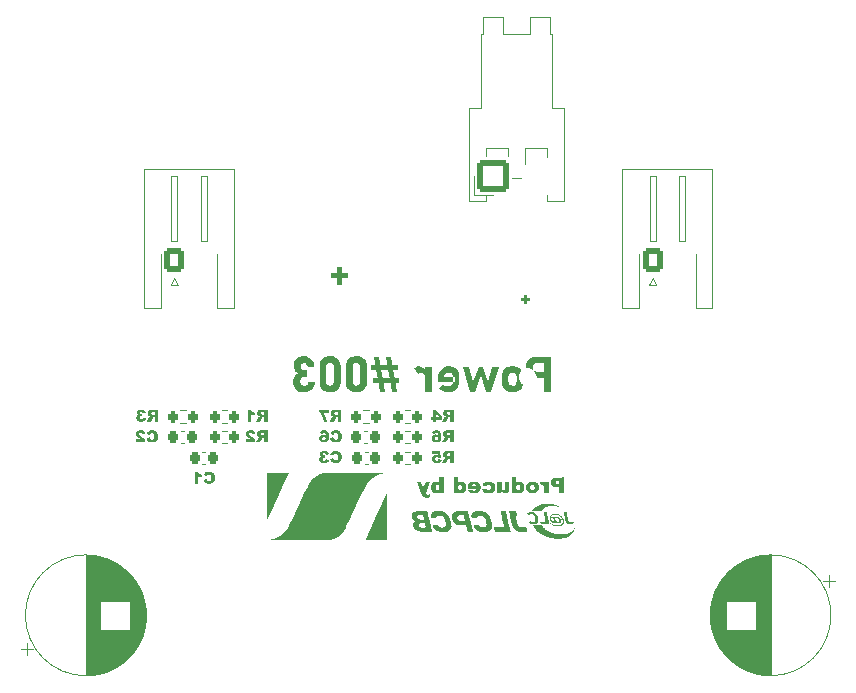
<source format=gbr>
%TF.GenerationSoftware,KiCad,Pcbnew,8.0.1*%
%TF.CreationDate,2024-09-21T22:51:56+09:00*%
%TF.ProjectId,Power-20240325,506f7765-722d-4323-9032-34303332352e,rev?*%
%TF.SameCoordinates,Original*%
%TF.FileFunction,Legend,Bot*%
%TF.FilePolarity,Positive*%
%FSLAX46Y46*%
G04 Gerber Fmt 4.6, Leading zero omitted, Abs format (unit mm)*
G04 Created by KiCad (PCBNEW 8.0.1) date 2024-09-21 22:51:56*
%MOMM*%
%LPD*%
G01*
G04 APERTURE LIST*
G04 Aperture macros list*
%AMRoundRect*
0 Rectangle with rounded corners*
0 $1 Rounding radius*
0 $2 $3 $4 $5 $6 $7 $8 $9 X,Y pos of 4 corners*
0 Add a 4 corners polygon primitive as box body*
4,1,4,$2,$3,$4,$5,$6,$7,$8,$9,$2,$3,0*
0 Add four circle primitives for the rounded corners*
1,1,$1+$1,$2,$3*
1,1,$1+$1,$4,$5*
1,1,$1+$1,$6,$7*
1,1,$1+$1,$8,$9*
0 Add four rect primitives between the rounded corners*
20,1,$1+$1,$2,$3,$4,$5,0*
20,1,$1+$1,$4,$5,$6,$7,0*
20,1,$1+$1,$6,$7,$8,$9,0*
20,1,$1+$1,$8,$9,$2,$3,0*%
%AMHorizOval*
0 Thick line with rounded ends*
0 $1 width*
0 $2 $3 position (X,Y) of the first rounded end (center of the circle)*
0 $4 $5 position (X,Y) of the second rounded end (center of the circle)*
0 Add line between two ends*
20,1,$1,$2,$3,$4,$5,0*
0 Add two circle primitives to create the rounded ends*
1,1,$1,$2,$3*
1,1,$1,$4,$5*%
G04 Aperture macros list end*
%ADD10C,0.000000*%
%ADD11C,0.300000*%
%ADD12C,0.150000*%
%ADD13C,0.120000*%
%ADD14C,1.825000*%
%ADD15C,0.775000*%
%ADD16C,3.200000*%
%ADD17C,4.000000*%
%ADD18C,2.300000*%
%ADD19C,1.500000*%
%ADD20C,2.600000*%
%ADD21RoundRect,0.250000X-0.088388X0.936916X-0.936916X0.088388X0.088388X-0.936916X0.936916X-0.088388X0*%
%ADD22HorizOval,1.700000X-0.088388X0.088388X0.088388X-0.088388X0*%
%ADD23RoundRect,0.200000X0.200000X0.275000X-0.200000X0.275000X-0.200000X-0.275000X0.200000X-0.275000X0*%
%ADD24RoundRect,0.225000X-0.225000X-0.250000X0.225000X-0.250000X0.225000X0.250000X-0.225000X0.250000X0*%
%ADD25RoundRect,0.200000X-0.200000X-0.275000X0.200000X-0.275000X0.200000X0.275000X-0.200000X0.275000X0*%
%ADD26RoundRect,0.250001X-1.099999X-1.099999X1.099999X-1.099999X1.099999X1.099999X-1.099999X1.099999X0*%
%ADD27C,2.700000*%
%ADD28R,2.000000X2.000000*%
%ADD29C,2.000000*%
%ADD30C,3.400000*%
%ADD31RoundRect,0.250000X-0.600000X-0.750000X0.600000X-0.750000X0.600000X0.750000X-0.600000X0.750000X0*%
%ADD32O,1.700000X2.000000*%
G04 APERTURE END LIST*
D10*
G36*
X11510250Y-38472389D02*
G01*
X11090446Y-38472390D01*
X11090445Y-37978501D01*
X10928696Y-37978501D01*
X10875818Y-37977754D01*
X10826368Y-37975472D01*
X10780218Y-37971599D01*
X10737237Y-37966077D01*
X10697294Y-37958847D01*
X10660260Y-37949852D01*
X10626003Y-37939034D01*
X10594395Y-37926334D01*
X10565305Y-37911695D01*
X10538601Y-37895061D01*
X10514155Y-37876371D01*
X10491837Y-37855569D01*
X10471515Y-37832596D01*
X10453058Y-37807396D01*
X10436338Y-37779909D01*
X10421226Y-37750078D01*
X10416838Y-37740385D01*
X10412916Y-37731106D01*
X10409435Y-37722077D01*
X10406371Y-37713133D01*
X10403697Y-37704109D01*
X10401388Y-37694841D01*
X10399419Y-37685163D01*
X10397767Y-37674914D01*
X10396401Y-37663926D01*
X10395301Y-37652035D01*
X10394439Y-37639077D01*
X10393791Y-37624888D01*
X10393331Y-37609303D01*
X10393034Y-37592156D01*
X10392878Y-37562269D01*
X10783871Y-37562269D01*
X10784107Y-37570697D01*
X10784795Y-37579084D01*
X10785931Y-37587403D01*
X10787514Y-37595628D01*
X10789537Y-37603732D01*
X10791997Y-37611689D01*
X10794890Y-37619471D01*
X10798213Y-37627054D01*
X10801963Y-37634408D01*
X10806133Y-37641509D01*
X10810722Y-37648328D01*
X10815726Y-37654841D01*
X10821139Y-37661018D01*
X10826958Y-37666836D01*
X10833181Y-37672265D01*
X10839803Y-37677282D01*
X10846819Y-37681856D01*
X10854227Y-37685963D01*
X10862021Y-37689575D01*
X10867033Y-37691398D01*
X10872769Y-37693155D01*
X10879175Y-37694838D01*
X10886195Y-37696444D01*
X10893772Y-37697962D01*
X10901848Y-37699387D01*
X10919281Y-37701924D01*
X10938046Y-37703997D01*
X10957694Y-37705551D01*
X10977775Y-37706525D01*
X10997840Y-37706862D01*
X11090445Y-37706861D01*
X11090445Y-37420407D01*
X10973147Y-37425346D01*
X10937455Y-37426732D01*
X10909172Y-37428336D01*
X10897411Y-37429323D01*
X10887025Y-37430490D01*
X10877853Y-37431877D01*
X10869738Y-37433526D01*
X10862520Y-37435479D01*
X10856040Y-37437777D01*
X10850139Y-37440463D01*
X10844658Y-37443576D01*
X10839437Y-37447162D01*
X10834317Y-37451258D01*
X10829140Y-37455908D01*
X10823746Y-37461153D01*
X10817747Y-37467681D01*
X10812251Y-37474516D01*
X10807255Y-37481629D01*
X10802752Y-37488997D01*
X10798741Y-37496589D01*
X10795217Y-37504382D01*
X10792177Y-37512347D01*
X10789616Y-37520458D01*
X10787531Y-37528688D01*
X10785919Y-37537011D01*
X10784773Y-37545401D01*
X10784092Y-37553829D01*
X10783871Y-37562269D01*
X10392878Y-37562269D01*
X10392827Y-37552522D01*
X10393080Y-37514267D01*
X10393926Y-37482162D01*
X10395496Y-37455179D01*
X10396593Y-37443288D01*
X10397920Y-37432290D01*
X10399492Y-37422062D01*
X10401327Y-37412470D01*
X10403441Y-37403388D01*
X10405849Y-37394690D01*
X10408568Y-37386244D01*
X10411615Y-37377922D01*
X10418756Y-37361140D01*
X10425541Y-37347425D01*
X10432928Y-37334065D01*
X10440913Y-37321072D01*
X10449490Y-37308452D01*
X10458652Y-37296215D01*
X10468393Y-37284372D01*
X10478712Y-37272931D01*
X10489598Y-37261899D01*
X10501050Y-37251288D01*
X10513061Y-37241104D01*
X10525625Y-37231358D01*
X10538736Y-37222060D01*
X10552391Y-37213217D01*
X10566583Y-37204839D01*
X10581306Y-37196935D01*
X10596557Y-37189514D01*
X10664466Y-37157411D01*
X11086741Y-37153707D01*
X11510251Y-37150003D01*
X11510250Y-37420407D01*
X11510250Y-38472389D01*
G37*
G36*
X4447009Y-39987680D02*
G01*
X4490899Y-39989379D01*
X4530324Y-39991987D01*
X4565202Y-39995525D01*
X4595451Y-40000014D01*
X4620986Y-40005474D01*
X4667722Y-40018712D01*
X4714509Y-40035140D01*
X4761105Y-40054560D01*
X4807268Y-40076774D01*
X4852761Y-40101582D01*
X4897340Y-40128785D01*
X4940769Y-40158184D01*
X4982803Y-40189580D01*
X5023205Y-40222775D01*
X5061734Y-40257569D01*
X5098149Y-40293763D01*
X5132211Y-40331159D01*
X5163678Y-40369559D01*
X5192311Y-40408760D01*
X5217869Y-40448567D01*
X5240110Y-40488780D01*
X5252888Y-40516572D01*
X5266586Y-40551043D01*
X5295811Y-40636313D01*
X5325904Y-40737167D01*
X5354985Y-40846188D01*
X5381170Y-40955952D01*
X5402581Y-41059040D01*
X5417337Y-41148030D01*
X5421630Y-41184919D01*
X5423555Y-41215502D01*
X5424032Y-41240117D01*
X5423489Y-41264340D01*
X5421939Y-41288149D01*
X5419394Y-41311523D01*
X5415867Y-41334444D01*
X5411369Y-41356889D01*
X5405917Y-41378838D01*
X5399523Y-41400270D01*
X5392196Y-41421164D01*
X5383953Y-41441500D01*
X5374806Y-41461258D01*
X5364768Y-41480416D01*
X5353850Y-41498953D01*
X5342069Y-41516852D01*
X5329433Y-41534087D01*
X5315957Y-41550641D01*
X5290407Y-41579278D01*
X5263936Y-41605690D01*
X5236413Y-41629927D01*
X5222213Y-41641244D01*
X5207699Y-41652037D01*
X5192856Y-41662310D01*
X5177664Y-41672070D01*
X5162108Y-41681323D01*
X5146170Y-41690074D01*
X5129835Y-41698331D01*
X5113086Y-41706100D01*
X5095904Y-41713385D01*
X5078275Y-41720195D01*
X5041602Y-41732409D01*
X5002936Y-41742791D01*
X4962142Y-41751391D01*
X4919084Y-41758256D01*
X4873627Y-41763437D01*
X4825638Y-41766983D01*
X4774984Y-41768942D01*
X4721527Y-41769362D01*
X4664269Y-41767909D01*
X4609486Y-41764843D01*
X4557049Y-41760124D01*
X4506829Y-41753709D01*
X4458698Y-41745558D01*
X4412523Y-41735629D01*
X4368178Y-41723881D01*
X4325534Y-41710273D01*
X4284462Y-41694763D01*
X4244830Y-41677310D01*
X4206510Y-41657873D01*
X4169375Y-41636410D01*
X4133294Y-41612880D01*
X4098137Y-41587242D01*
X4063777Y-41559453D01*
X4030082Y-41529474D01*
X4012928Y-41512210D01*
X3995941Y-41493635D01*
X3979256Y-41473970D01*
X3963000Y-41453434D01*
X3947301Y-41432247D01*
X3932290Y-41410629D01*
X3918096Y-41388799D01*
X3904847Y-41366975D01*
X3892672Y-41345381D01*
X3881702Y-41324233D01*
X3872066Y-41303751D01*
X3863892Y-41284156D01*
X3857308Y-41265666D01*
X3852447Y-41248503D01*
X3849436Y-41232883D01*
X3848402Y-41219030D01*
X3848499Y-41214523D01*
X3848807Y-41210257D01*
X3849352Y-41206227D01*
X3850156Y-41202425D01*
X3851246Y-41198845D01*
X3852647Y-41195481D01*
X3854382Y-41192326D01*
X3856478Y-41189374D01*
X3858959Y-41186619D01*
X3861850Y-41184053D01*
X3865174Y-41181672D01*
X3868959Y-41179466D01*
X3873228Y-41177432D01*
X3878008Y-41175562D01*
X3883321Y-41173849D01*
X3889193Y-41172286D01*
X3895649Y-41170869D01*
X3902714Y-41169591D01*
X3910411Y-41168444D01*
X3918768Y-41167423D01*
X3927810Y-41166520D01*
X3937557Y-41165729D01*
X3948039Y-41165044D01*
X3959280Y-41164460D01*
X3971303Y-41163967D01*
X3984132Y-41163561D01*
X4012316Y-41162984D01*
X4044031Y-41162677D01*
X4079472Y-41162586D01*
X4137798Y-41162696D01*
X4182274Y-41163468D01*
X4200158Y-41164307D01*
X4215587Y-41165562D01*
X4228899Y-41167312D01*
X4240427Y-41169641D01*
X4250509Y-41172631D01*
X4259478Y-41176366D01*
X4267674Y-41180926D01*
X4275429Y-41186398D01*
X4283082Y-41192861D01*
X4290966Y-41200399D01*
X4308778Y-41219030D01*
X4319079Y-41230809D01*
X4328676Y-41242153D01*
X4337364Y-41252795D01*
X4344938Y-41262466D01*
X4351187Y-41270895D01*
X4355906Y-41277817D01*
X4357628Y-41280628D01*
X4358890Y-41282961D01*
X4359666Y-41284781D01*
X4359930Y-41286058D01*
X4360027Y-41286765D01*
X4360317Y-41287563D01*
X4360793Y-41288448D01*
X4361449Y-41289417D01*
X4362285Y-41290467D01*
X4363290Y-41291596D01*
X4365800Y-41294078D01*
X4368941Y-41296838D01*
X4372673Y-41299855D01*
X4376959Y-41303104D01*
X4381758Y-41306562D01*
X4387033Y-41310207D01*
X4392745Y-41314015D01*
X4398855Y-41317961D01*
X4405323Y-41322025D01*
X4412112Y-41326180D01*
X4419183Y-41330406D01*
X4426495Y-41334678D01*
X4434013Y-41338973D01*
X4445363Y-41345264D01*
X4456341Y-41350925D01*
X4467077Y-41355993D01*
X4477697Y-41360499D01*
X4488328Y-41364479D01*
X4499094Y-41367965D01*
X4510126Y-41370990D01*
X4521546Y-41373590D01*
X4533484Y-41375797D01*
X4546065Y-41377646D01*
X4559417Y-41379167D01*
X4573664Y-41380398D01*
X4588934Y-41381369D01*
X4605355Y-41382117D01*
X4642152Y-41383072D01*
X4668617Y-41382680D01*
X4693781Y-41381491D01*
X4717654Y-41379481D01*
X4740248Y-41376629D01*
X4761573Y-41372911D01*
X4781641Y-41368305D01*
X4800460Y-41362787D01*
X4818045Y-41356338D01*
X4834406Y-41348931D01*
X4849552Y-41340546D01*
X4863496Y-41331160D01*
X4876247Y-41320750D01*
X4887818Y-41309293D01*
X4898218Y-41296768D01*
X4907460Y-41283149D01*
X4915555Y-41268419D01*
X4922513Y-41252549D01*
X4928344Y-41235523D01*
X4933061Y-41217311D01*
X4936674Y-41197898D01*
X4939194Y-41177256D01*
X4940631Y-41155363D01*
X4940998Y-41132199D01*
X4940305Y-41107739D01*
X4938562Y-41081961D01*
X4935782Y-41054844D01*
X4931976Y-41026364D01*
X4927152Y-40996497D01*
X4914500Y-40932518D01*
X4897917Y-40862724D01*
X4878176Y-40785454D01*
X4861701Y-40724783D01*
X4854263Y-40699657D01*
X4847128Y-40677464D01*
X4840130Y-40657798D01*
X4833093Y-40640254D01*
X4825850Y-40624424D01*
X4818232Y-40609906D01*
X4810063Y-40596291D01*
X4801178Y-40583176D01*
X4791404Y-40570153D01*
X4780569Y-40556817D01*
X4755041Y-40527585D01*
X4736338Y-40507899D01*
X4717855Y-40489817D01*
X4699486Y-40473290D01*
X4681124Y-40458270D01*
X4662656Y-40444707D01*
X4643979Y-40432553D01*
X4624979Y-40421757D01*
X4605551Y-40412271D01*
X4585586Y-40404047D01*
X4564975Y-40397034D01*
X4543609Y-40391183D01*
X4521381Y-40386447D01*
X4498181Y-40382775D01*
X4473901Y-40380118D01*
X4448432Y-40378427D01*
X4421666Y-40377655D01*
X4395325Y-40378093D01*
X4370506Y-40379419D01*
X4347167Y-40381655D01*
X4325258Y-40384821D01*
X4304735Y-40388938D01*
X4285551Y-40394025D01*
X4267657Y-40400107D01*
X4251011Y-40407200D01*
X4235561Y-40415326D01*
X4221266Y-40424508D01*
X4208074Y-40434763D01*
X4195943Y-40446115D01*
X4184825Y-40458584D01*
X4174674Y-40472188D01*
X4165442Y-40486951D01*
X4157084Y-40502890D01*
X4154318Y-40508527D01*
X4151333Y-40514163D01*
X4148157Y-40519758D01*
X4144819Y-40525269D01*
X4141345Y-40530659D01*
X4137767Y-40535881D01*
X4134109Y-40540897D01*
X4130404Y-40545665D01*
X4126677Y-40550144D01*
X4122959Y-40554292D01*
X4119277Y-40558068D01*
X4115659Y-40561429D01*
X4112134Y-40564338D01*
X4108732Y-40566749D01*
X4105478Y-40568624D01*
X4102402Y-40569919D01*
X4098824Y-40570910D01*
X4093452Y-40571893D01*
X4077763Y-40573805D01*
X4056203Y-40575592D01*
X4029642Y-40577195D01*
X3998947Y-40578549D01*
X3964985Y-40579592D01*
X3928624Y-40580265D01*
X3890736Y-40580502D01*
X3832155Y-40580344D01*
X3787217Y-40579565D01*
X3769168Y-40578801D01*
X3753690Y-40577712D01*
X3740507Y-40576240D01*
X3729341Y-40574329D01*
X3719909Y-40571921D01*
X3711936Y-40568961D01*
X3705140Y-40565391D01*
X3699243Y-40561154D01*
X3693967Y-40556195D01*
X3689032Y-40550454D01*
X3679069Y-40536405D01*
X3673646Y-40527246D01*
X3668942Y-40517331D01*
X3664946Y-40506710D01*
X3661641Y-40495432D01*
X3659014Y-40483549D01*
X3657051Y-40471111D01*
X3655739Y-40458166D01*
X3655063Y-40444765D01*
X3655567Y-40416798D01*
X3658450Y-40387608D01*
X3663602Y-40357596D01*
X3670912Y-40327164D01*
X3680267Y-40296710D01*
X3691558Y-40266637D01*
X3704672Y-40237343D01*
X3719500Y-40209230D01*
X3735931Y-40182700D01*
X3753851Y-40158151D01*
X3763336Y-40146744D01*
X3773153Y-40135984D01*
X3783286Y-40125919D01*
X3793721Y-40116599D01*
X3814151Y-40100387D01*
X3835204Y-40085455D01*
X3857048Y-40071765D01*
X3879850Y-40059273D01*
X3903777Y-40047938D01*
X3929001Y-40037720D01*
X3955685Y-40028577D01*
X3984002Y-40020467D01*
X4014116Y-40013350D01*
X4046195Y-40007183D01*
X4080411Y-40001926D01*
X4116926Y-39997537D01*
X4155913Y-39993975D01*
X4197539Y-39991198D01*
X4241970Y-39989165D01*
X4289375Y-39987835D01*
X4346164Y-39986929D01*
X4398736Y-39986871D01*
X4447009Y-39987680D01*
G37*
G36*
X147985Y-40870221D02*
G01*
X255925Y-41346230D01*
X278430Y-41445469D01*
X319539Y-41637802D01*
X332972Y-41716447D01*
X331852Y-41718700D01*
X330433Y-41720833D01*
X328662Y-41722847D01*
X326475Y-41724749D01*
X323815Y-41726539D01*
X320624Y-41728221D01*
X316843Y-41729798D01*
X312412Y-41731274D01*
X307273Y-41732651D01*
X301367Y-41733935D01*
X294637Y-41735126D01*
X287021Y-41736228D01*
X278463Y-41737246D01*
X268902Y-41738181D01*
X258281Y-41739037D01*
X246541Y-41739818D01*
X233622Y-41740527D01*
X219468Y-41741166D01*
X187210Y-41742250D01*
X149299Y-41743097D01*
X105265Y-41743732D01*
X54637Y-41744181D01*
X-3057Y-41744469D01*
X-141515Y-41744669D01*
X-319112Y-41743808D01*
X-463948Y-41740755D01*
X-581457Y-41734809D01*
X-631663Y-41730531D01*
X-677076Y-41725266D01*
X-718375Y-41718925D01*
X-756239Y-41711423D01*
X-791350Y-41702671D01*
X-824388Y-41692579D01*
X-856028Y-41681061D01*
X-886954Y-41668028D01*
X-949375Y-41637072D01*
X-968132Y-41626757D01*
X-986369Y-41615998D01*
X-1004078Y-41604798D01*
X-1021257Y-41593167D01*
X-1037899Y-41581113D01*
X-1054001Y-41568642D01*
X-1069556Y-41555762D01*
X-1084560Y-41542483D01*
X-1099009Y-41528810D01*
X-1112899Y-41514754D01*
X-1126222Y-41500319D01*
X-1138977Y-41485514D01*
X-1151155Y-41470349D01*
X-1162754Y-41454830D01*
X-1173769Y-41438964D01*
X-1184192Y-41422759D01*
X-1194023Y-41406223D01*
X-1203255Y-41389366D01*
X-1211882Y-41372192D01*
X-1219901Y-41354711D01*
X-1227306Y-41336930D01*
X-1234094Y-41318859D01*
X-1240256Y-41300502D01*
X-1245792Y-41281869D01*
X-1250694Y-41262966D01*
X-1254958Y-41243804D01*
X-1258578Y-41224387D01*
X-1261553Y-41204726D01*
X-1263874Y-41184827D01*
X-1264692Y-41174933D01*
X-790626Y-41174933D01*
X-790295Y-41188121D01*
X-789297Y-41200897D01*
X-787631Y-41213266D01*
X-785292Y-41225227D01*
X-782277Y-41236785D01*
X-778579Y-41247940D01*
X-774199Y-41258695D01*
X-769129Y-41269053D01*
X-763366Y-41279015D01*
X-756907Y-41288583D01*
X-749747Y-41297762D01*
X-741884Y-41306553D01*
X-733314Y-41314956D01*
X-724031Y-41322976D01*
X-714032Y-41330613D01*
X-703314Y-41337872D01*
X-691871Y-41344753D01*
X-679702Y-41351259D01*
X-666801Y-41357393D01*
X-653167Y-41363156D01*
X-638792Y-41368550D01*
X-623675Y-41373578D01*
X-607811Y-41378243D01*
X-591196Y-41382548D01*
X-573828Y-41386493D01*
X-555700Y-41390080D01*
X-536811Y-41393312D01*
X-517155Y-41396193D01*
X-496728Y-41398725D01*
X-475530Y-41400907D01*
X-430792Y-41404238D01*
X-387581Y-41406373D01*
X-351335Y-41407435D01*
X-321249Y-41407339D01*
X-308264Y-41406831D01*
X-296517Y-41406001D01*
X-285905Y-41404842D01*
X-276332Y-41403343D01*
X-267693Y-41401491D01*
X-259889Y-41399277D01*
X-252818Y-41396692D01*
X-246379Y-41393724D01*
X-240474Y-41390363D01*
X-235001Y-41386599D01*
X-229111Y-41381882D01*
X-226464Y-41379654D01*
X-224018Y-41377466D01*
X-221773Y-41375286D01*
X-219731Y-41373077D01*
X-217893Y-41370805D01*
X-216259Y-41368436D01*
X-214834Y-41365936D01*
X-213616Y-41363269D01*
X-213085Y-41361863D01*
X-212607Y-41360402D01*
X-211808Y-41357299D01*
X-211223Y-41353926D01*
X-210849Y-41350248D01*
X-210691Y-41346231D01*
X-210748Y-41341841D01*
X-211022Y-41337041D01*
X-211513Y-41331800D01*
X-212225Y-41326081D01*
X-213159Y-41319850D01*
X-214313Y-41313073D01*
X-215692Y-41305715D01*
X-217297Y-41297740D01*
X-219125Y-41289117D01*
X-223468Y-41269780D01*
X-228730Y-41247428D01*
X-234924Y-41221784D01*
X-242056Y-41192572D01*
X-250277Y-41158293D01*
X-258868Y-41126040D01*
X-267543Y-41096516D01*
X-276011Y-41070422D01*
X-283983Y-41048463D01*
X-291170Y-41031341D01*
X-294378Y-41024814D01*
X-297280Y-41019758D01*
X-299842Y-41016265D01*
X-302027Y-41014419D01*
X-310445Y-41012248D01*
X-323395Y-41010367D01*
X-360512Y-41007474D01*
X-408626Y-41005737D01*
X-462983Y-41005159D01*
X-518828Y-41005737D01*
X-571407Y-41007474D01*
X-615965Y-41010367D01*
X-633752Y-41012248D01*
X-647751Y-41014418D01*
X-655764Y-41016205D01*
X-663598Y-41018256D01*
X-671247Y-41020563D01*
X-678704Y-41023125D01*
X-685968Y-41025932D01*
X-693030Y-41028980D01*
X-699889Y-41032264D01*
X-706538Y-41035778D01*
X-712972Y-41039518D01*
X-719186Y-41043476D01*
X-725178Y-41047648D01*
X-730938Y-41052029D01*
X-736467Y-41056612D01*
X-741756Y-41061393D01*
X-746802Y-41066366D01*
X-751599Y-41071524D01*
X-756143Y-41076864D01*
X-760430Y-41082380D01*
X-764452Y-41088064D01*
X-768209Y-41093913D01*
X-771692Y-41099922D01*
X-774897Y-41106085D01*
X-777820Y-41112394D01*
X-780455Y-41118847D01*
X-782800Y-41125436D01*
X-784846Y-41132156D01*
X-786592Y-41139003D01*
X-788032Y-41145969D01*
X-789159Y-41153052D01*
X-789971Y-41160243D01*
X-790461Y-41167539D01*
X-790626Y-41174933D01*
X-1264692Y-41174933D01*
X-1265539Y-41164697D01*
X-1266541Y-41144346D01*
X-1266875Y-41123779D01*
X-1266647Y-41088475D01*
X-1266201Y-41073736D01*
X-1265387Y-41060611D01*
X-1264098Y-41048849D01*
X-1262225Y-41038203D01*
X-1261034Y-41033222D01*
X-1259659Y-41028427D01*
X-1258082Y-41023785D01*
X-1256293Y-41019269D01*
X-1254275Y-41014845D01*
X-1252015Y-41010485D01*
X-1249503Y-41006154D01*
X-1246722Y-41001824D01*
X-1240301Y-40993038D01*
X-1232646Y-40983881D01*
X-1223645Y-40974103D01*
X-1213194Y-40963459D01*
X-1187500Y-40938572D01*
X-1179200Y-40930743D01*
X-1170871Y-40923158D01*
X-1162568Y-40915851D01*
X-1154344Y-40908861D01*
X-1138356Y-40895969D01*
X-1130698Y-40890141D01*
X-1123339Y-40884772D01*
X-1116330Y-40879900D01*
X-1109726Y-40875561D01*
X-1103584Y-40871789D01*
X-1097956Y-40868621D01*
X-1092894Y-40866096D01*
X-1088457Y-40864247D01*
X-1084697Y-40863111D01*
X-1081668Y-40862723D01*
X-1077248Y-40862647D01*
X-1073251Y-40862419D01*
X-1069670Y-40862043D01*
X-1066506Y-40861521D01*
X-1063752Y-40860861D01*
X-1061409Y-40860062D01*
X-1059472Y-40859129D01*
X-1057938Y-40858067D01*
X-1056804Y-40856876D01*
X-1056386Y-40856236D01*
X-1056068Y-40855565D01*
X-1055848Y-40854864D01*
X-1055726Y-40854133D01*
X-1055777Y-40852586D01*
X-1056216Y-40850925D01*
X-1057042Y-40849155D01*
X-1058251Y-40847282D01*
X-1059839Y-40845305D01*
X-1061804Y-40843232D01*
X-1064145Y-40841063D01*
X-1066857Y-40838803D01*
X-1069937Y-40836456D01*
X-1073382Y-40834023D01*
X-1077190Y-40831512D01*
X-1081358Y-40828924D01*
X-1085883Y-40826262D01*
X-1090762Y-40823530D01*
X-1095993Y-40820732D01*
X-1101571Y-40817871D01*
X-1107495Y-40814951D01*
X-1120365Y-40808949D01*
X-1134584Y-40802752D01*
X-1150151Y-40796045D01*
X-1165423Y-40788510D01*
X-1180383Y-40780177D01*
X-1195014Y-40771081D01*
X-1209301Y-40761249D01*
X-1223225Y-40750713D01*
X-1236773Y-40739502D01*
X-1249926Y-40727648D01*
X-1262667Y-40715183D01*
X-1274983Y-40702136D01*
X-1286853Y-40688538D01*
X-1298264Y-40674419D01*
X-1309198Y-40659811D01*
X-1319639Y-40644742D01*
X-1329569Y-40629248D01*
X-1338975Y-40613354D01*
X-1347837Y-40597095D01*
X-1356140Y-40580497D01*
X-1363868Y-40563595D01*
X-1371002Y-40546420D01*
X-1377531Y-40528999D01*
X-1383433Y-40511365D01*
X-1388693Y-40493547D01*
X-1391248Y-40483571D01*
X-913716Y-40483571D01*
X-912966Y-40495383D01*
X-911413Y-40507270D01*
X-909067Y-40519193D01*
X-905940Y-40531112D01*
X-902042Y-40542992D01*
X-897386Y-40554790D01*
X-891984Y-40566472D01*
X-885844Y-40577994D01*
X-878980Y-40589320D01*
X-871404Y-40600411D01*
X-863124Y-40611228D01*
X-854153Y-40621733D01*
X-844504Y-40631886D01*
X-834185Y-40641649D01*
X-823209Y-40650982D01*
X-811589Y-40659850D01*
X-799334Y-40668210D01*
X-786456Y-40676024D01*
X-772965Y-40683255D01*
X-758876Y-40689863D01*
X-740139Y-40697254D01*
X-718038Y-40704184D01*
X-693136Y-40710601D01*
X-665996Y-40716459D01*
X-637182Y-40721707D01*
X-607256Y-40726295D01*
X-576784Y-40730176D01*
X-546327Y-40733299D01*
X-516448Y-40735616D01*
X-487712Y-40737078D01*
X-460682Y-40737636D01*
X-435919Y-40737240D01*
X-413988Y-40735842D01*
X-395452Y-40733391D01*
X-380875Y-40729841D01*
X-375248Y-40727638D01*
X-370820Y-40725141D01*
X-369074Y-40723903D01*
X-367473Y-40722496D01*
X-366019Y-40720902D01*
X-364715Y-40719109D01*
X-363560Y-40717098D01*
X-362557Y-40714859D01*
X-361706Y-40712371D01*
X-361008Y-40709624D01*
X-360467Y-40706600D01*
X-360081Y-40703284D01*
X-359852Y-40699660D01*
X-359783Y-40695717D01*
X-359872Y-40691435D01*
X-360125Y-40686800D01*
X-360540Y-40681798D01*
X-361119Y-40676414D01*
X-361864Y-40670631D01*
X-362775Y-40664435D01*
X-365102Y-40650743D01*
X-368111Y-40635219D01*
X-371812Y-40617737D01*
X-376217Y-40598178D01*
X-381334Y-40576419D01*
X-387176Y-40552342D01*
X-393751Y-40525822D01*
X-412988Y-40453778D01*
X-429910Y-40392648D01*
X-442864Y-40348716D01*
X-447335Y-40335162D01*
X-450194Y-40328265D01*
X-450911Y-40327454D01*
X-452060Y-40326675D01*
X-453632Y-40325927D01*
X-455614Y-40325209D01*
X-460764Y-40323875D01*
X-467421Y-40322671D01*
X-475493Y-40321602D01*
X-484891Y-40320670D01*
X-495523Y-40319877D01*
X-507300Y-40319226D01*
X-520132Y-40318720D01*
X-533929Y-40318360D01*
X-564048Y-40318096D01*
X-596939Y-40318451D01*
X-631875Y-40319447D01*
X-680858Y-40321049D01*
X-721448Y-40323332D01*
X-738970Y-40324788D01*
X-754844Y-40326485D01*
X-769220Y-40328444D01*
X-782248Y-40330691D01*
X-794075Y-40333248D01*
X-804854Y-40336138D01*
X-814733Y-40339385D01*
X-823864Y-40343011D01*
X-832395Y-40347041D01*
X-840476Y-40351496D01*
X-848258Y-40356402D01*
X-855889Y-40361780D01*
X-865668Y-40369670D01*
X-874507Y-40378099D01*
X-882418Y-40387029D01*
X-889414Y-40396423D01*
X-895502Y-40406241D01*
X-900696Y-40416443D01*
X-905008Y-40426992D01*
X-908447Y-40437848D01*
X-911027Y-40448972D01*
X-912758Y-40460327D01*
X-913649Y-40471873D01*
X-913716Y-40483571D01*
X-1391248Y-40483571D01*
X-1393296Y-40475578D01*
X-1397225Y-40457488D01*
X-1400463Y-40439306D01*
X-1402993Y-40421065D01*
X-1404798Y-40402794D01*
X-1405865Y-40384523D01*
X-1406174Y-40366286D01*
X-1405711Y-40348112D01*
X-1404458Y-40330030D01*
X-1402498Y-40313590D01*
X-1399914Y-40297667D01*
X-1396695Y-40282254D01*
X-1392828Y-40267339D01*
X-1388298Y-40252914D01*
X-1383095Y-40238970D01*
X-1377204Y-40225496D01*
X-1370613Y-40212483D01*
X-1363310Y-40199923D01*
X-1355280Y-40187806D01*
X-1346511Y-40176122D01*
X-1336990Y-40164861D01*
X-1326704Y-40154016D01*
X-1315640Y-40143577D01*
X-1303787Y-40133532D01*
X-1291128Y-40123875D01*
X-1277655Y-40114595D01*
X-1263352Y-40105682D01*
X-1248205Y-40097129D01*
X-1232204Y-40088925D01*
X-1215335Y-40081059D01*
X-1197585Y-40073526D01*
X-1178940Y-40066312D01*
X-1159389Y-40059411D01*
X-1138918Y-40052810D01*
X-1117514Y-40046504D01*
X-1071856Y-40034734D01*
X-1022312Y-40024021D01*
X-968779Y-40014294D01*
X-896324Y-40007848D01*
X-778746Y-40003077D01*
X-632768Y-39999999D01*
X-475110Y-39998639D01*
X-322496Y-39999014D01*
X-191648Y-40001146D01*
X-99288Y-40005057D01*
X-72766Y-40007686D01*
X-62140Y-40010766D01*
X-37710Y-40095198D01*
X11256Y-40291665D01*
X106745Y-40695717D01*
X147985Y-40870221D01*
G37*
G36*
X11641048Y-40087908D02*
G01*
X11658465Y-40088811D01*
X11674771Y-40090201D01*
X11689523Y-40092070D01*
X11702281Y-40094416D01*
X11712601Y-40097231D01*
X11716711Y-40098813D01*
X11720044Y-40100512D01*
X11722547Y-40102325D01*
X11724167Y-40104252D01*
X11725462Y-40107469D01*
X11727339Y-40113709D01*
X11732682Y-40134597D01*
X11739887Y-40165612D01*
X11748641Y-40205455D01*
X11758634Y-40252822D01*
X11769560Y-40306410D01*
X11781103Y-40364918D01*
X11792958Y-40427044D01*
X11817904Y-40553723D01*
X11839068Y-40655330D01*
X11857295Y-40734900D01*
X11873436Y-40795475D01*
X11880987Y-40819590D01*
X11888335Y-40840093D01*
X11895586Y-40857368D01*
X11902842Y-40871791D01*
X11910215Y-40883746D01*
X11917805Y-40893610D01*
X11925721Y-40901763D01*
X11934069Y-40908586D01*
X11939782Y-40912244D01*
X11945669Y-40915614D01*
X11951718Y-40918696D01*
X11957917Y-40921490D01*
X11964252Y-40923998D01*
X11970710Y-40926220D01*
X11983954Y-40929807D01*
X11997549Y-40932258D01*
X12011397Y-40933576D01*
X12025402Y-40933767D01*
X12039461Y-40932839D01*
X12053480Y-40930794D01*
X12067361Y-40927637D01*
X12081001Y-40923374D01*
X12094307Y-40918011D01*
X12107180Y-40911553D01*
X12113421Y-40907913D01*
X12119519Y-40904004D01*
X12125459Y-40899822D01*
X12131227Y-40895368D01*
X12136815Y-40890647D01*
X12142209Y-40885654D01*
X12191598Y-40838030D01*
X12265680Y-40880363D01*
X12301767Y-40899849D01*
X12316254Y-40908082D01*
X12328492Y-40915531D01*
X12338568Y-40922359D01*
X12342825Y-40925592D01*
X12346574Y-40928732D01*
X12349831Y-40931800D01*
X12352602Y-40934815D01*
X12354902Y-40937802D01*
X12356741Y-40940775D01*
X12358131Y-40943761D01*
X12359081Y-40946778D01*
X12359606Y-40949845D01*
X12359714Y-40952986D01*
X12359418Y-40956219D01*
X12358730Y-40959566D01*
X12357658Y-40963047D01*
X12356218Y-40966684D01*
X12352269Y-40974504D01*
X12346975Y-40983193D01*
X12340423Y-40992915D01*
X12332709Y-41003834D01*
X12322284Y-41017338D01*
X12310887Y-41030063D01*
X12298568Y-41042008D01*
X12285379Y-41053169D01*
X12271372Y-41063546D01*
X12256596Y-41073134D01*
X12241104Y-41081931D01*
X12224946Y-41089935D01*
X12208172Y-41097143D01*
X12190834Y-41103554D01*
X12172984Y-41109163D01*
X12154672Y-41113968D01*
X12135950Y-41117968D01*
X12116867Y-41121158D01*
X12097476Y-41123538D01*
X12077826Y-41125103D01*
X12057970Y-41125852D01*
X12037958Y-41125782D01*
X12017843Y-41124890D01*
X11997672Y-41123174D01*
X11977500Y-41120631D01*
X11957376Y-41117257D01*
X11937351Y-41113054D01*
X11917477Y-41108015D01*
X11897806Y-41102139D01*
X11878386Y-41095423D01*
X11859269Y-41087865D01*
X11840507Y-41079462D01*
X11822151Y-41070211D01*
X11804252Y-41060110D01*
X11786860Y-41049158D01*
X11770027Y-41037350D01*
X11761410Y-41030774D01*
X11753078Y-41023919D01*
X11745012Y-41016740D01*
X11737199Y-41009196D01*
X11729622Y-41001244D01*
X11722266Y-40992840D01*
X11715115Y-40983944D01*
X11708154Y-40974511D01*
X11701365Y-40964499D01*
X11694732Y-40953865D01*
X11688242Y-40942569D01*
X11681877Y-40930565D01*
X11675623Y-40917811D01*
X11669462Y-40904267D01*
X11663380Y-40889887D01*
X11657360Y-40874630D01*
X11645443Y-40841315D01*
X11633584Y-40803978D01*
X11621659Y-40762281D01*
X11609541Y-40715881D01*
X11597102Y-40664437D01*
X11584216Y-40607607D01*
X11570756Y-40545054D01*
X11556598Y-40476432D01*
X11521594Y-40297452D01*
X11510274Y-40233781D01*
X11502799Y-40184950D01*
X11498961Y-40149183D01*
X11498341Y-40135643D01*
X11498554Y-40124702D01*
X11499572Y-40116139D01*
X11501372Y-40109730D01*
X11503925Y-40105254D01*
X11507208Y-40102488D01*
X11510588Y-40100571D01*
X11514741Y-40098786D01*
X11525140Y-40095619D01*
X11537962Y-40092977D01*
X11552766Y-40090858D01*
X11569110Y-40089255D01*
X11586553Y-40088164D01*
X11604650Y-40087578D01*
X11622963Y-40087495D01*
X11641048Y-40087908D01*
G37*
G36*
X4436717Y-37905862D02*
G01*
X4441930Y-37949640D01*
X4443769Y-37993837D01*
X4442211Y-38038108D01*
X4437227Y-38082108D01*
X4428790Y-38125490D01*
X4423270Y-38146843D01*
X4416875Y-38167912D01*
X4409602Y-38188653D01*
X4401450Y-38209025D01*
X4392415Y-38228984D01*
X4382493Y-38248485D01*
X4371681Y-38267488D01*
X4359974Y-38285947D01*
X4343866Y-38308934D01*
X4327411Y-38330247D01*
X4310497Y-38349947D01*
X4301833Y-38359211D01*
X4293010Y-38368095D01*
X4284016Y-38376605D01*
X4274835Y-38384752D01*
X4265455Y-38392541D01*
X4255859Y-38399980D01*
X4246035Y-38407077D01*
X4235970Y-38413841D01*
X4225644Y-38420278D01*
X4215049Y-38426396D01*
X4204168Y-38432204D01*
X4192986Y-38437708D01*
X4181490Y-38442916D01*
X4169666Y-38447836D01*
X4157499Y-38452475D01*
X4144974Y-38456842D01*
X4118799Y-38464789D01*
X4091024Y-38471737D01*
X4061536Y-38477748D01*
X4030221Y-38482885D01*
X3996967Y-38487207D01*
X3959772Y-38490683D01*
X3922816Y-38492794D01*
X3886221Y-38493563D01*
X3850112Y-38493014D01*
X3814609Y-38491169D01*
X3779839Y-38488052D01*
X3745921Y-38483689D01*
X3712980Y-38478101D01*
X3681138Y-38471310D01*
X3650521Y-38463344D01*
X3621247Y-38454223D01*
X3593443Y-38443972D01*
X3567231Y-38432614D01*
X3542733Y-38420172D01*
X3520072Y-38406671D01*
X3499372Y-38392133D01*
X3487566Y-38382503D01*
X3475411Y-38371810D01*
X3463084Y-38360269D01*
X3450755Y-38348088D01*
X3438601Y-38335481D01*
X3426794Y-38322657D01*
X3415509Y-38309832D01*
X3404916Y-38297214D01*
X3395194Y-38285015D01*
X3386511Y-38273448D01*
X3379045Y-38262722D01*
X3372969Y-38253053D01*
X3368453Y-38244649D01*
X3365676Y-38237723D01*
X3364992Y-38234879D01*
X3364808Y-38232486D01*
X3365144Y-38230567D01*
X3366023Y-38229150D01*
X3366704Y-38228669D01*
X3367816Y-38228154D01*
X3371282Y-38227028D01*
X3376329Y-38225786D01*
X3382865Y-38224442D01*
X3400033Y-38221510D01*
X3422049Y-38218346D01*
X3448174Y-38215066D01*
X3477669Y-38211787D01*
X3509798Y-38208623D01*
X3543824Y-38205690D01*
X3711746Y-38190872D01*
X3752492Y-38225446D01*
X3761783Y-38233210D01*
X3771351Y-38240298D01*
X3781167Y-38246720D01*
X3791202Y-38252477D01*
X3801428Y-38257577D01*
X3811820Y-38262024D01*
X3822346Y-38265827D01*
X3832980Y-38268989D01*
X3843694Y-38271516D01*
X3854458Y-38273413D01*
X3865246Y-38274686D01*
X3876031Y-38275343D01*
X3886782Y-38275387D01*
X3897474Y-38274825D01*
X3908075Y-38273660D01*
X3918561Y-38271902D01*
X3928902Y-38269554D01*
X3939071Y-38266621D01*
X3949037Y-38263110D01*
X3958777Y-38259027D01*
X3968258Y-38254376D01*
X3977455Y-38249163D01*
X3986339Y-38243396D01*
X3994882Y-38237079D01*
X4003057Y-38230217D01*
X4010833Y-38222815D01*
X4018186Y-38214881D01*
X4025084Y-38206420D01*
X4031503Y-38197438D01*
X4037411Y-38187937D01*
X4042784Y-38177929D01*
X4047589Y-38167414D01*
X4059470Y-38140320D01*
X4061645Y-38134703D01*
X4063352Y-38129516D01*
X4064518Y-38124740D01*
X4065068Y-38120358D01*
X4065090Y-38118312D01*
X4064928Y-38116357D01*
X4064576Y-38114491D01*
X4064021Y-38112715D01*
X4063259Y-38111024D01*
X4062275Y-38109417D01*
X4061063Y-38107892D01*
X4059614Y-38106447D01*
X4057916Y-38105078D01*
X4055964Y-38103787D01*
X4053743Y-38102567D01*
X4051248Y-38101420D01*
X4045395Y-38099329D01*
X4038329Y-38097498D01*
X4029975Y-38095909D01*
X4020258Y-38094545D01*
X4009106Y-38093390D01*
X3996440Y-38092425D01*
X3982189Y-38091636D01*
X3966277Y-38091005D01*
X3948629Y-38090514D01*
X3929172Y-38090146D01*
X3884528Y-38089716D01*
X3831749Y-38089576D01*
X3699397Y-38089625D01*
X3332686Y-38089625D01*
X3340094Y-37974797D01*
X3345102Y-37921098D01*
X3347779Y-37904418D01*
X3706806Y-37904418D01*
X4068580Y-37904418D01*
X4061172Y-37861202D01*
X4058951Y-37850533D01*
X4056013Y-37839867D01*
X4052401Y-37829262D01*
X4048150Y-37818778D01*
X4043298Y-37808475D01*
X4037883Y-37798413D01*
X4031944Y-37788650D01*
X4025519Y-37779248D01*
X4018645Y-37770265D01*
X4011361Y-37761762D01*
X4003704Y-37753796D01*
X3995713Y-37746430D01*
X3987423Y-37739723D01*
X3978878Y-37733734D01*
X3970109Y-37728523D01*
X3961159Y-37724148D01*
X3951932Y-37720326D01*
X3941926Y-37717186D01*
X3931259Y-37714714D01*
X3920047Y-37712901D01*
X3908408Y-37711730D01*
X3896460Y-37711190D01*
X3884319Y-37711269D01*
X3872105Y-37711956D01*
X3859933Y-37713234D01*
X3847923Y-37715093D01*
X3836192Y-37717520D01*
X3824857Y-37720502D01*
X3814036Y-37724026D01*
X3803846Y-37728082D01*
X3794403Y-37732654D01*
X3785828Y-37737729D01*
X3782953Y-37739658D01*
X3780113Y-37741737D01*
X3777311Y-37743965D01*
X3774547Y-37746345D01*
X3771821Y-37748871D01*
X3769132Y-37751545D01*
X3763873Y-37757332D01*
X3758773Y-37763697D01*
X3753836Y-37770634D01*
X3749066Y-37778135D01*
X3744466Y-37786193D01*
X3740038Y-37794801D01*
X3735789Y-37803952D01*
X3731719Y-37813637D01*
X3727835Y-37823851D01*
X3724138Y-37834587D01*
X3720635Y-37845836D01*
X3717325Y-37857591D01*
X3714215Y-37869846D01*
X3706806Y-37904418D01*
X3347779Y-37904418D01*
X3353196Y-37870658D01*
X3358403Y-37846656D01*
X3364389Y-37823463D01*
X3371152Y-37801077D01*
X3378698Y-37779499D01*
X3387026Y-37758725D01*
X3396141Y-37738753D01*
X3406041Y-37719586D01*
X3416731Y-37701217D01*
X3428212Y-37683647D01*
X3440488Y-37666874D01*
X3453558Y-37650895D01*
X3467425Y-37635712D01*
X3482091Y-37621319D01*
X3497559Y-37607718D01*
X3513831Y-37594905D01*
X3530909Y-37582880D01*
X3548794Y-37571642D01*
X3567488Y-37561187D01*
X3586994Y-37551516D01*
X3607314Y-37542625D01*
X3628451Y-37534514D01*
X3650403Y-37527180D01*
X3673178Y-37520624D01*
X3696773Y-37514841D01*
X3721190Y-37509832D01*
X3746436Y-37505595D01*
X3799411Y-37499429D01*
X3820260Y-37497695D01*
X3841662Y-37496207D01*
X3883681Y-37494026D01*
X3903083Y-37493364D01*
X3920607Y-37493005D01*
X3935640Y-37492964D01*
X3947577Y-37493255D01*
X3975475Y-37495569D01*
X4002672Y-37498809D01*
X4029169Y-37502971D01*
X4054959Y-37508053D01*
X4080042Y-37514054D01*
X4104411Y-37520971D01*
X4128064Y-37528805D01*
X4150998Y-37537550D01*
X4173208Y-37547209D01*
X4194690Y-37557776D01*
X4215443Y-37569253D01*
X4235460Y-37581635D01*
X4254741Y-37594921D01*
X4273278Y-37609109D01*
X4291071Y-37624198D01*
X4308116Y-37640187D01*
X4322539Y-37655395D01*
X4336167Y-37671355D01*
X4349002Y-37688024D01*
X4361039Y-37705359D01*
X4372272Y-37723319D01*
X4382699Y-37741858D01*
X4392318Y-37760932D01*
X4401125Y-37780502D01*
X4409116Y-37800520D01*
X4416288Y-37820948D01*
X4428161Y-37862849D01*
X4436431Y-37904418D01*
X4436717Y-37905862D01*
G37*
G36*
X8146380Y-38038832D02*
G01*
X8141234Y-38088063D01*
X8132759Y-38135610D01*
X8121073Y-38181230D01*
X8106290Y-38224683D01*
X8088527Y-38265729D01*
X8067897Y-38304126D01*
X8044520Y-38339636D01*
X8018510Y-38372016D01*
X7989980Y-38401027D01*
X7974808Y-38414194D01*
X7959050Y-38426427D01*
X7942720Y-38437699D01*
X7925832Y-38447978D01*
X7908402Y-38457233D01*
X7890445Y-38465436D01*
X7871973Y-38472557D01*
X7853003Y-38478564D01*
X7827577Y-38484972D01*
X7802679Y-38489838D01*
X7778286Y-38493151D01*
X7754379Y-38494905D01*
X7730936Y-38495087D01*
X7707933Y-38493692D01*
X7685351Y-38490708D01*
X7663164Y-38486126D01*
X7641356Y-38479939D01*
X7619901Y-38472136D01*
X7598779Y-38462710D01*
X7577969Y-38451651D01*
X7557447Y-38438949D01*
X7537194Y-38424595D01*
X7517186Y-38408582D01*
X7497404Y-38390898D01*
X7435668Y-38332867D01*
X7435668Y-38472389D01*
X7089945Y-38472390D01*
X7089945Y-37994638D01*
X7463267Y-37994638D01*
X7463777Y-38011100D01*
X7464837Y-38027581D01*
X7466433Y-38043919D01*
X7468549Y-38059945D01*
X7471167Y-38075493D01*
X7474271Y-38090397D01*
X7477847Y-38104492D01*
X7481876Y-38117610D01*
X7486341Y-38129585D01*
X7491229Y-38140250D01*
X7495709Y-38148272D01*
X7500564Y-38155901D01*
X7505777Y-38163130D01*
X7511326Y-38169958D01*
X7517190Y-38176379D01*
X7523349Y-38182391D01*
X7529783Y-38187989D01*
X7536471Y-38193169D01*
X7543392Y-38197928D01*
X7550526Y-38202262D01*
X7557851Y-38206166D01*
X7565350Y-38209638D01*
X7572998Y-38212673D01*
X7580777Y-38215266D01*
X7588665Y-38217416D01*
X7596645Y-38219118D01*
X7604692Y-38220367D01*
X7612787Y-38221160D01*
X7620908Y-38221492D01*
X7629038Y-38221363D01*
X7637154Y-38220765D01*
X7645236Y-38219695D01*
X7653264Y-38218150D01*
X7661216Y-38216127D01*
X7669072Y-38213621D01*
X7676812Y-38210628D01*
X7684414Y-38207144D01*
X7691859Y-38203165D01*
X7699126Y-38198689D01*
X7706195Y-38193710D01*
X7713044Y-38188224D01*
X7719654Y-38182230D01*
X7727171Y-38174320D01*
X7734209Y-38165670D01*
X7740769Y-38156328D01*
X7746848Y-38146344D01*
X7752448Y-38135765D01*
X7757567Y-38124641D01*
X7762205Y-38113019D01*
X7766360Y-38100950D01*
X7773221Y-38075662D01*
X7778146Y-38049163D01*
X7781127Y-38021842D01*
X7782161Y-37994090D01*
X7781241Y-37966294D01*
X7778363Y-37938843D01*
X7773520Y-37912127D01*
X7766707Y-37886534D01*
X7762562Y-37874280D01*
X7757920Y-37862453D01*
X7752784Y-37851101D01*
X7747152Y-37840273D01*
X7741025Y-37830017D01*
X7734399Y-37820382D01*
X7727276Y-37811417D01*
X7719653Y-37803171D01*
X7714448Y-37798103D01*
X7709445Y-37793531D01*
X7704582Y-37789435D01*
X7699801Y-37785788D01*
X7695041Y-37782568D01*
X7692651Y-37781110D01*
X7690244Y-37779751D01*
X7687813Y-37778488D01*
X7685350Y-37777315D01*
X7682847Y-37776231D01*
X7680296Y-37775235D01*
X7677692Y-37774321D01*
X7675026Y-37773488D01*
X7669480Y-37772050D01*
X7663598Y-37770897D01*
X7657319Y-37770007D01*
X7650584Y-37769355D01*
X7643334Y-37768919D01*
X7635509Y-37768674D01*
X7627049Y-37768599D01*
X7618180Y-37768675D01*
X7610042Y-37768930D01*
X7602557Y-37769396D01*
X7595641Y-37770103D01*
X7589218Y-37771086D01*
X7583207Y-37772375D01*
X7577529Y-37774005D01*
X7572105Y-37776007D01*
X7566854Y-37778414D01*
X7561695Y-37781259D01*
X7556554Y-37784574D01*
X7551345Y-37788393D01*
X7545993Y-37792746D01*
X7540416Y-37797667D01*
X7534535Y-37803189D01*
X7528272Y-37809344D01*
X7523876Y-37813939D01*
X7519504Y-37818901D01*
X7515173Y-37824193D01*
X7510908Y-37829775D01*
X7506730Y-37835611D01*
X7502660Y-37841661D01*
X7498722Y-37847890D01*
X7494934Y-37854256D01*
X7491320Y-37860726D01*
X7487902Y-37867257D01*
X7484701Y-37873814D01*
X7481738Y-37880360D01*
X7479036Y-37886854D01*
X7476615Y-37893260D01*
X7474499Y-37899538D01*
X7472709Y-37905652D01*
X7469567Y-37918488D01*
X7467073Y-37932344D01*
X7465213Y-37947053D01*
X7463970Y-37962450D01*
X7463326Y-37978367D01*
X7463267Y-37994638D01*
X7089945Y-37994638D01*
X7089945Y-37151237D01*
X7460361Y-37151237D01*
X7460362Y-37373487D01*
X7460999Y-37459783D01*
X7462677Y-37530452D01*
X7463798Y-37557647D01*
X7465051Y-37578200D01*
X7466389Y-37591201D01*
X7467077Y-37594583D01*
X7467770Y-37595737D01*
X7468171Y-37595694D01*
X7468677Y-37595566D01*
X7469993Y-37595066D01*
X7471693Y-37594256D01*
X7473750Y-37593152D01*
X7476141Y-37591773D01*
X7478839Y-37590138D01*
X7485056Y-37586168D01*
X7492200Y-37581389D01*
X7500066Y-37575943D01*
X7508453Y-37569977D01*
X7517158Y-37563635D01*
X7528540Y-37555167D01*
X7540027Y-37547349D01*
X7551671Y-37540164D01*
X7563520Y-37533596D01*
X7575620Y-37527627D01*
X7588023Y-37522245D01*
X7600776Y-37517428D01*
X7613931Y-37513165D01*
X7627533Y-37509437D01*
X7641632Y-37506227D01*
X7656277Y-37503521D01*
X7671519Y-37501300D01*
X7687403Y-37499550D01*
X7703981Y-37498255D01*
X7721300Y-37497396D01*
X7739410Y-37496960D01*
X7760254Y-37497267D01*
X7780234Y-37498206D01*
X7799408Y-37499799D01*
X7817833Y-37502072D01*
X7835572Y-37505046D01*
X7852682Y-37508744D01*
X7869225Y-37513193D01*
X7885260Y-37518413D01*
X7900846Y-37524429D01*
X7916044Y-37531263D01*
X7930912Y-37538942D01*
X7945510Y-37547487D01*
X7959900Y-37556921D01*
X7974138Y-37567269D01*
X7988287Y-37578553D01*
X8002404Y-37590798D01*
X8016369Y-37604014D01*
X8029567Y-37617755D01*
X8042007Y-37632053D01*
X8053703Y-37646940D01*
X8064669Y-37662449D01*
X8074918Y-37678613D01*
X8084461Y-37695465D01*
X8093311Y-37713036D01*
X8101481Y-37731360D01*
X8108985Y-37750467D01*
X8115831Y-37770394D01*
X8122038Y-37791171D01*
X8127614Y-37812830D01*
X8132574Y-37835403D01*
X8136929Y-37858926D01*
X8140693Y-37883428D01*
X8146226Y-37936273D01*
X8148083Y-37988155D01*
X8147883Y-37994090D01*
X8146380Y-38038832D01*
G37*
G36*
X-3493388Y-36743447D02*
G01*
X-3641554Y-36768847D01*
X-3752092Y-36788418D01*
X-3799824Y-36797655D01*
X-3843630Y-36806749D01*
X-3884336Y-36815867D01*
X-3922765Y-36825179D01*
X-3959744Y-36834849D01*
X-3996095Y-36845047D01*
X-4066467Y-36866753D01*
X-4136420Y-36891144D01*
X-4205846Y-36918153D01*
X-4274635Y-36947714D01*
X-4342681Y-36979758D01*
X-4409876Y-37014218D01*
X-4476108Y-37051027D01*
X-4541270Y-37090118D01*
X-4605254Y-37131422D01*
X-4667952Y-37174872D01*
X-4729253Y-37220402D01*
X-4789052Y-37267942D01*
X-4847238Y-37317427D01*
X-4903704Y-37368789D01*
X-4958340Y-37421960D01*
X-5011037Y-37476871D01*
X-5049759Y-37519383D01*
X-5084666Y-37559488D01*
X-5116511Y-37598204D01*
X-5131518Y-37617359D01*
X-5146042Y-37636548D01*
X-5160174Y-37655899D01*
X-5174009Y-37675537D01*
X-5201166Y-37716187D01*
X-5228259Y-37759517D01*
X-5256041Y-37806543D01*
X-5276380Y-37843336D01*
X-5303353Y-37894013D01*
X-5370607Y-38024097D01*
X-5444607Y-38170949D01*
X-5512158Y-38308722D01*
X-5834883Y-38989561D01*
X-6344538Y-40078785D01*
X-6700369Y-40839503D01*
X-6919080Y-41298051D01*
X-6991402Y-41443605D01*
X-7046709Y-41549132D01*
X-7090754Y-41626467D01*
X-7129292Y-41687452D01*
X-7156135Y-41725966D01*
X-7185183Y-41764444D01*
X-7216312Y-41802775D01*
X-7249396Y-41840844D01*
X-7284309Y-41878540D01*
X-7320926Y-41915754D01*
X-7359122Y-41952371D01*
X-7398769Y-41988283D01*
X-7439745Y-42023375D01*
X-7481922Y-42057537D01*
X-7525173Y-42090658D01*
X-7569377Y-42122625D01*
X-7614404Y-42153326D01*
X-7660131Y-42182651D01*
X-7706430Y-42210489D01*
X-7753179Y-42236727D01*
X-7814411Y-42268317D01*
X-7878005Y-42298159D01*
X-7943001Y-42325893D01*
X-8008435Y-42351158D01*
X-8073351Y-42373596D01*
X-8136784Y-42392847D01*
X-8167645Y-42401165D01*
X-8197774Y-42408551D01*
X-8227052Y-42414959D01*
X-8255359Y-42420347D01*
X-8288489Y-42425681D01*
X-8325756Y-42430398D01*
X-8370712Y-42434541D01*
X-8426916Y-42438149D01*
X-8497917Y-42441264D01*
X-8587273Y-42443927D01*
X-8698536Y-42446180D01*
X-8835258Y-42448062D01*
X-9199306Y-42450882D01*
X-9707847Y-42452717D01*
X-11272138Y-42454743D01*
X-13616345Y-42456860D01*
X-13468179Y-42431460D01*
X-13356582Y-42411343D01*
X-13310505Y-42402336D01*
X-13268750Y-42393558D01*
X-13229698Y-42384656D01*
X-13191730Y-42375276D01*
X-13153231Y-42365067D01*
X-13112578Y-42353673D01*
X-13066010Y-42339705D01*
X-13019404Y-42324412D01*
X-12972808Y-42307818D01*
X-12926270Y-42289949D01*
X-12879843Y-42270830D01*
X-12833572Y-42250488D01*
X-12787509Y-42228946D01*
X-12741699Y-42206233D01*
X-12696195Y-42182371D01*
X-12651041Y-42157390D01*
X-12606291Y-42131311D01*
X-12561990Y-42104162D01*
X-12518189Y-42075968D01*
X-12474935Y-42046755D01*
X-12432279Y-42016548D01*
X-12390267Y-41985372D01*
X-12358974Y-41961125D01*
X-12327673Y-41935880D01*
X-12296467Y-41909743D01*
X-12265457Y-41882820D01*
X-12234749Y-41855221D01*
X-12204445Y-41827047D01*
X-12174649Y-41798407D01*
X-12145461Y-41769405D01*
X-12116987Y-41740151D01*
X-12089328Y-41710747D01*
X-12062590Y-41681303D01*
X-12036874Y-41651923D01*
X-12012283Y-41622713D01*
X-11988921Y-41593780D01*
X-11966891Y-41565229D01*
X-11946295Y-41537168D01*
X-11922182Y-41502068D01*
X-11896355Y-41461612D01*
X-11868050Y-41414233D01*
X-11836494Y-41358368D01*
X-11800920Y-41292453D01*
X-11760559Y-41214927D01*
X-11662398Y-41018783D01*
X-11535862Y-40757427D01*
X-11374795Y-40418353D01*
X-11173052Y-39989051D01*
X-10924475Y-39457014D01*
X-10476966Y-38500000D01*
X-10211422Y-37940554D01*
X-10066928Y-37652770D01*
X-10021035Y-37571404D01*
X-9982558Y-37510739D01*
X-9963663Y-37483578D01*
X-9943345Y-37456121D01*
X-9921680Y-37428448D01*
X-9898743Y-37400631D01*
X-9874613Y-37372749D01*
X-9849367Y-37344879D01*
X-9823080Y-37317098D01*
X-9795828Y-37289481D01*
X-9767692Y-37262105D01*
X-9738743Y-37235049D01*
X-9709063Y-37208389D01*
X-9678726Y-37182200D01*
X-9647809Y-37156561D01*
X-9616389Y-37131547D01*
X-9584541Y-37107235D01*
X-9552346Y-37083702D01*
X-9508068Y-37053138D01*
X-9462294Y-37023617D01*
X-9415241Y-36995230D01*
X-9367121Y-36968062D01*
X-9318153Y-36942202D01*
X-9268549Y-36917739D01*
X-9218527Y-36894762D01*
X-9168304Y-36873358D01*
X-9118092Y-36853615D01*
X-9068106Y-36835623D01*
X-9018565Y-36819470D01*
X-8969683Y-36805244D01*
X-8921677Y-36793033D01*
X-8874759Y-36782926D01*
X-8829146Y-36775011D01*
X-8785054Y-36769376D01*
X-8682628Y-36762314D01*
X-8513426Y-36756536D01*
X-8264900Y-36751936D01*
X-7924496Y-36748408D01*
X-6917856Y-36744150D01*
X-5393095Y-36742918D01*
X-3493388Y-36743447D01*
G37*
G36*
X975313Y-39984466D02*
G01*
X1017948Y-39987220D01*
X1058839Y-39990866D01*
X1097427Y-39995403D01*
X1133148Y-40000823D01*
X1165443Y-40007121D01*
X1193750Y-40014294D01*
X1241527Y-40029289D01*
X1288228Y-40046450D01*
X1333773Y-40065709D01*
X1378077Y-40086999D01*
X1421058Y-40110253D01*
X1462632Y-40135403D01*
X1502719Y-40162382D01*
X1541235Y-40191124D01*
X1578098Y-40221559D01*
X1613224Y-40253625D01*
X1646531Y-40287250D01*
X1677937Y-40322368D01*
X1707358Y-40358913D01*
X1734713Y-40396817D01*
X1759917Y-40436012D01*
X1782888Y-40476432D01*
X1798534Y-40508312D01*
X1814879Y-40547666D01*
X1831668Y-40593414D01*
X1848648Y-40644471D01*
X1882170Y-40758183D01*
X1913417Y-40880143D01*
X1940363Y-41001689D01*
X1960986Y-41114161D01*
X1968293Y-41164288D01*
X1973257Y-41208897D01*
X1975629Y-41246909D01*
X1975152Y-41277238D01*
X1971607Y-41309372D01*
X1966287Y-41340610D01*
X1959222Y-41370930D01*
X1950447Y-41400314D01*
X1939995Y-41428744D01*
X1927895Y-41456200D01*
X1914185Y-41482663D01*
X1898893Y-41508115D01*
X1882052Y-41532535D01*
X1863698Y-41555906D01*
X1843861Y-41578207D01*
X1822573Y-41599420D01*
X1799869Y-41619526D01*
X1775779Y-41638506D01*
X1750339Y-41656341D01*
X1723577Y-41673011D01*
X1695530Y-41688498D01*
X1666230Y-41702782D01*
X1635706Y-41715844D01*
X1603995Y-41727667D01*
X1571128Y-41738230D01*
X1537136Y-41747514D01*
X1502054Y-41755500D01*
X1465913Y-41762170D01*
X1428745Y-41767503D01*
X1390586Y-41771482D01*
X1351466Y-41774087D01*
X1311416Y-41775298D01*
X1270474Y-41775099D01*
X1228666Y-41773468D01*
X1186031Y-41770386D01*
X1142596Y-41765836D01*
X1108138Y-41760661D01*
X1071656Y-41754536D01*
X1034262Y-41747665D01*
X997076Y-41740259D01*
X961213Y-41732521D01*
X927788Y-41724660D01*
X897920Y-41716881D01*
X872722Y-41709390D01*
X834356Y-41695065D01*
X796733Y-41678619D01*
X759972Y-41660169D01*
X724196Y-41639827D01*
X689527Y-41617708D01*
X656083Y-41593925D01*
X623989Y-41568592D01*
X593365Y-41541822D01*
X564333Y-41513729D01*
X537014Y-41484426D01*
X511529Y-41454029D01*
X488001Y-41422649D01*
X466550Y-41390400D01*
X447297Y-41357398D01*
X430364Y-41323756D01*
X415874Y-41289586D01*
X406617Y-41264277D01*
X402988Y-41253782D01*
X400027Y-41244551D01*
X397738Y-41236458D01*
X396124Y-41229372D01*
X395186Y-41223165D01*
X394928Y-41217707D01*
X395056Y-41215219D01*
X395353Y-41212869D01*
X395821Y-41210643D01*
X396461Y-41208521D01*
X397274Y-41206493D01*
X398258Y-41204537D01*
X399414Y-41202640D01*
X400743Y-41200785D01*
X403923Y-41197135D01*
X407796Y-41193459D01*
X412368Y-41189630D01*
X417638Y-41185516D01*
X422457Y-41182642D01*
X428321Y-41179973D01*
X435246Y-41177505D01*
X443243Y-41175236D01*
X452324Y-41173163D01*
X462504Y-41171284D01*
X473795Y-41169596D01*
X486209Y-41168098D01*
X499761Y-41166785D01*
X514463Y-41165654D01*
X530326Y-41164707D01*
X547366Y-41163935D01*
X565595Y-41163341D01*
X585024Y-41162920D01*
X627540Y-41162586D01*
X802166Y-41162586D01*
X892125Y-41257835D01*
X905541Y-41271739D01*
X918094Y-41284397D01*
X929913Y-41295887D01*
X941127Y-41306287D01*
X951866Y-41315674D01*
X962259Y-41324125D01*
X972436Y-41331720D01*
X982523Y-41338532D01*
X992653Y-41344644D01*
X1002953Y-41350130D01*
X1013553Y-41355067D01*
X1024581Y-41359535D01*
X1036169Y-41363609D01*
X1048442Y-41367369D01*
X1061533Y-41370891D01*
X1075569Y-41374252D01*
X1100457Y-41379297D01*
X1125430Y-41383199D01*
X1150367Y-41385969D01*
X1175146Y-41387619D01*
X1199646Y-41388164D01*
X1223747Y-41387616D01*
X1247323Y-41385987D01*
X1270258Y-41383292D01*
X1292427Y-41379543D01*
X1313711Y-41374751D01*
X1333987Y-41368932D01*
X1353133Y-41362098D01*
X1371029Y-41354261D01*
X1387553Y-41345434D01*
X1402584Y-41335630D01*
X1415999Y-41324863D01*
X1424820Y-41316632D01*
X1433095Y-41308124D01*
X1440822Y-41299316D01*
X1448004Y-41290178D01*
X1454641Y-41280683D01*
X1460733Y-41270805D01*
X1466281Y-41260515D01*
X1471286Y-41249788D01*
X1475748Y-41238595D01*
X1479669Y-41226911D01*
X1483048Y-41214707D01*
X1485886Y-41201956D01*
X1488185Y-41188631D01*
X1489945Y-41174707D01*
X1491164Y-41160154D01*
X1491846Y-41144947D01*
X1491992Y-41129057D01*
X1491599Y-41112457D01*
X1490672Y-41095122D01*
X1489208Y-41077023D01*
X1487209Y-41058134D01*
X1484677Y-41038426D01*
X1478011Y-40996449D01*
X1469216Y-40950876D01*
X1458298Y-40901488D01*
X1445262Y-40848071D01*
X1430110Y-40790405D01*
X1415271Y-40740714D01*
X1398543Y-40694173D01*
X1379940Y-40650789D01*
X1359473Y-40610571D01*
X1337156Y-40573525D01*
X1325308Y-40556195D01*
X1313002Y-40539661D01*
X1300239Y-40523922D01*
X1287023Y-40508984D01*
X1273354Y-40494844D01*
X1259235Y-40481504D01*
X1244665Y-40468965D01*
X1229647Y-40457227D01*
X1214182Y-40446293D01*
X1198274Y-40436163D01*
X1181921Y-40426837D01*
X1165127Y-40418318D01*
X1147894Y-40410605D01*
X1130222Y-40403700D01*
X1112113Y-40397603D01*
X1093570Y-40392317D01*
X1074594Y-40387840D01*
X1055184Y-40384177D01*
X1035346Y-40381324D01*
X1015079Y-40379287D01*
X994384Y-40378063D01*
X973263Y-40377655D01*
X947889Y-40378385D01*
X923967Y-40379939D01*
X901427Y-40382355D01*
X880191Y-40385675D01*
X860185Y-40389935D01*
X841333Y-40395173D01*
X823562Y-40401430D01*
X806797Y-40408744D01*
X790960Y-40417153D01*
X775980Y-40426695D01*
X761780Y-40437411D01*
X748285Y-40449340D01*
X735421Y-40462519D01*
X723111Y-40476986D01*
X711284Y-40492784D01*
X699861Y-40509946D01*
X655763Y-40580502D01*
X456444Y-40580502D01*
X409568Y-40580171D01*
X368168Y-40579179D01*
X332265Y-40577525D01*
X301884Y-40575210D01*
X277042Y-40572233D01*
X266704Y-40570498D01*
X257759Y-40568596D01*
X250210Y-40566528D01*
X244057Y-40564296D01*
X239307Y-40561899D01*
X235959Y-40559336D01*
X234811Y-40558050D01*
X233685Y-40556514D01*
X232583Y-40554734D01*
X231503Y-40552718D01*
X229419Y-40548006D01*
X227442Y-40542441D01*
X225578Y-40536078D01*
X223835Y-40528981D01*
X222221Y-40521206D01*
X220745Y-40512812D01*
X219412Y-40503862D01*
X218232Y-40494413D01*
X217213Y-40484524D01*
X216363Y-40474255D01*
X215687Y-40463666D01*
X215194Y-40452816D01*
X214893Y-40441764D01*
X214791Y-40430572D01*
X216197Y-40390161D01*
X217956Y-40370653D01*
X220417Y-40351610D01*
X223583Y-40333032D01*
X227454Y-40314920D01*
X232029Y-40297272D01*
X237309Y-40280090D01*
X243293Y-40263373D01*
X249985Y-40247120D01*
X257383Y-40231333D01*
X265485Y-40216011D01*
X274297Y-40201154D01*
X283814Y-40186762D01*
X294037Y-40172835D01*
X304971Y-40159374D01*
X316611Y-40146376D01*
X328959Y-40133846D01*
X342016Y-40121779D01*
X355781Y-40110178D01*
X370258Y-40099042D01*
X385442Y-40088370D01*
X401337Y-40078164D01*
X417941Y-40068423D01*
X435257Y-40059146D01*
X453283Y-40050336D01*
X491470Y-40034110D01*
X532504Y-40019743D01*
X576388Y-40007238D01*
X605626Y-40000767D01*
X638727Y-39995242D01*
X675130Y-39990658D01*
X714275Y-39987009D01*
X755600Y-39984290D01*
X798545Y-39982496D01*
X887053Y-39981661D01*
X975313Y-39984466D01*
G37*
G36*
X169327Y-37548818D02*
G01*
X103271Y-37707480D01*
X-33167Y-38032828D01*
X-219608Y-38476094D01*
X-188742Y-38529186D01*
X-184585Y-38535932D01*
X-180440Y-38542282D01*
X-176289Y-38548249D01*
X-172112Y-38553843D01*
X-167891Y-38559076D01*
X-163609Y-38563957D01*
X-159247Y-38568499D01*
X-154787Y-38572711D01*
X-150211Y-38576605D01*
X-145501Y-38580192D01*
X-140641Y-38583481D01*
X-135610Y-38586486D01*
X-130391Y-38589215D01*
X-124964Y-38591681D01*
X-119316Y-38593893D01*
X-113423Y-38595862D01*
X-103916Y-38598425D01*
X-92692Y-38600559D01*
X-80001Y-38602276D01*
X-66099Y-38603579D01*
X-51233Y-38604478D01*
X-35657Y-38604978D01*
X-19622Y-38605088D01*
X-3379Y-38604813D01*
X12822Y-38604164D01*
X28727Y-38603145D01*
X44085Y-38601764D01*
X58647Y-38600028D01*
X72160Y-38597947D01*
X84372Y-38595525D01*
X95032Y-38592769D01*
X103888Y-38589688D01*
X107190Y-38588449D01*
X108715Y-38587945D01*
X110161Y-38587523D01*
X111526Y-38587185D01*
X112816Y-38586938D01*
X114032Y-38586780D01*
X115173Y-38586718D01*
X116245Y-38586752D01*
X117250Y-38586888D01*
X118187Y-38587128D01*
X119058Y-38587475D01*
X119869Y-38587932D01*
X120619Y-38588503D01*
X121311Y-38589190D01*
X121945Y-38589997D01*
X122527Y-38590928D01*
X123055Y-38591984D01*
X123534Y-38593169D01*
X123964Y-38594488D01*
X124348Y-38595942D01*
X124688Y-38597534D01*
X124986Y-38599269D01*
X125245Y-38601148D01*
X125464Y-38603176D01*
X125648Y-38605356D01*
X125916Y-38610182D01*
X126067Y-38615651D01*
X126112Y-38621792D01*
X124842Y-38646016D01*
X122195Y-38676910D01*
X118537Y-38711538D01*
X114228Y-38746961D01*
X109629Y-38780243D01*
X105102Y-38808447D01*
X101010Y-38828634D01*
X99240Y-38834803D01*
X97714Y-38837868D01*
X95706Y-38839245D01*
X92507Y-38840598D01*
X82793Y-38843214D01*
X69106Y-38845689D01*
X51971Y-38847996D01*
X9488Y-38851997D01*
X-40420Y-38854998D01*
X-93511Y-38856785D01*
X-145546Y-38857141D01*
X-169841Y-38856713D01*
X-192284Y-38855846D01*
X-212342Y-38854512D01*
X-229487Y-38852684D01*
X-255710Y-38849099D01*
X-280270Y-38844781D01*
X-303275Y-38839665D01*
X-324831Y-38833681D01*
X-345041Y-38826765D01*
X-364009Y-38818848D01*
X-381841Y-38809864D01*
X-398644Y-38799746D01*
X-414519Y-38788427D01*
X-429574Y-38775840D01*
X-443914Y-38761918D01*
X-457640Y-38746595D01*
X-470862Y-38729802D01*
X-483681Y-38711475D01*
X-496204Y-38691544D01*
X-508534Y-38669946D01*
X-587113Y-38473026D01*
X-737113Y-38081755D01*
X-882713Y-37695345D01*
X-948096Y-37513011D01*
X-947859Y-37512787D01*
X-947155Y-37512577D01*
X-944399Y-37512198D01*
X-933800Y-37511602D01*
X-917036Y-37511210D01*
X-894849Y-37511005D01*
X-837144Y-37511101D01*
X-766591Y-37511776D01*
X-585086Y-37515481D01*
X-498657Y-37814283D01*
X-464007Y-37930694D01*
X-434451Y-38026964D01*
X-413229Y-38093137D01*
X-406757Y-38111826D01*
X-403584Y-38119259D01*
X-403178Y-38119409D01*
X-402662Y-38119170D01*
X-402035Y-38118550D01*
X-401302Y-38117559D01*
X-399530Y-38114498D01*
X-397371Y-38110057D01*
X-394849Y-38104306D01*
X-391992Y-38097317D01*
X-385370Y-38079903D01*
X-377707Y-38058380D01*
X-369204Y-38033311D01*
X-360063Y-38005262D01*
X-350490Y-37974796D01*
X-254182Y-37666117D01*
X-204792Y-37509307D01*
X186613Y-37509306D01*
X169327Y-37548818D01*
G37*
G36*
X10774754Y-40229709D02*
G01*
X10805191Y-40231163D01*
X10835443Y-40233364D01*
X10865198Y-40236294D01*
X10894147Y-40239934D01*
X10921979Y-40244267D01*
X10948386Y-40249274D01*
X10973056Y-40254937D01*
X10995680Y-40261238D01*
X11047117Y-40279517D01*
X11096212Y-40300564D01*
X11142892Y-40324293D01*
X11187090Y-40350618D01*
X11228734Y-40379455D01*
X11267756Y-40410717D01*
X11304086Y-40444321D01*
X11337654Y-40480181D01*
X11368390Y-40518210D01*
X11396224Y-40558325D01*
X11421088Y-40600441D01*
X11442909Y-40644471D01*
X11461620Y-40690330D01*
X11477149Y-40737933D01*
X11489429Y-40787195D01*
X11498388Y-40838030D01*
X11500184Y-40854027D01*
X11501274Y-40869925D01*
X11501669Y-40885714D01*
X11501379Y-40901375D01*
X11500412Y-40916894D01*
X11498777Y-40932261D01*
X11496482Y-40947456D01*
X11493538Y-40962467D01*
X11489953Y-40977278D01*
X11485736Y-40991877D01*
X11480898Y-41006248D01*
X11475444Y-41020374D01*
X11462734Y-41047845D01*
X11447676Y-41074171D01*
X11430346Y-41099235D01*
X11410815Y-41122922D01*
X11389154Y-41145116D01*
X11365435Y-41165700D01*
X11339734Y-41184557D01*
X11312120Y-41201573D01*
X11282665Y-41216631D01*
X11267271Y-41223388D01*
X11251444Y-41229613D01*
X11198741Y-41247177D01*
X11143519Y-41260902D01*
X11086318Y-41270873D01*
X11027679Y-41277183D01*
X10968138Y-41279916D01*
X10908241Y-41279161D01*
X10848522Y-41275005D01*
X10789525Y-41267536D01*
X10731789Y-41256844D01*
X10675854Y-41243015D01*
X10622261Y-41226135D01*
X10571547Y-41206297D01*
X10524255Y-41183584D01*
X10480925Y-41158085D01*
X10442094Y-41129891D01*
X10424537Y-41114808D01*
X10408305Y-41099086D01*
X10350097Y-41039113D01*
X10395958Y-41039113D01*
X10401051Y-41039419D01*
X10407021Y-41040315D01*
X10413790Y-41041776D01*
X10421287Y-41043771D01*
X10429434Y-41046273D01*
X10438158Y-41049252D01*
X10447382Y-41052681D01*
X10457032Y-41056532D01*
X10467036Y-41060775D01*
X10477315Y-41065382D01*
X10487794Y-41070324D01*
X10498402Y-41075576D01*
X10509061Y-41081106D01*
X10519695Y-41086887D01*
X10530233Y-41092889D01*
X10540598Y-41099086D01*
X10570466Y-41115846D01*
X10601782Y-41131063D01*
X10634420Y-41144718D01*
X10668258Y-41156798D01*
X10703172Y-41167286D01*
X10739034Y-41176166D01*
X10775725Y-41183424D01*
X10813117Y-41189043D01*
X10851090Y-41193009D01*
X10889517Y-41195306D01*
X10928273Y-41195919D01*
X10967237Y-41194832D01*
X11006285Y-41192027D01*
X11045289Y-41187494D01*
X11084129Y-41181212D01*
X11122680Y-41173169D01*
X11155419Y-41164511D01*
X11186160Y-41154421D01*
X11214885Y-41142915D01*
X11241577Y-41130008D01*
X11254157Y-41123034D01*
X11266224Y-41115718D01*
X11277775Y-41108058D01*
X11288809Y-41100057D01*
X11299325Y-41091718D01*
X11309317Y-41083043D01*
X11318787Y-41074032D01*
X11327733Y-41064690D01*
X11336151Y-41055016D01*
X11344038Y-41045014D01*
X11351397Y-41034685D01*
X11358221Y-41024031D01*
X11364511Y-41013054D01*
X11370264Y-41001755D01*
X11375480Y-40990138D01*
X11380153Y-40978204D01*
X11384284Y-40965954D01*
X11387871Y-40953392D01*
X11390911Y-40940517D01*
X11393402Y-40927334D01*
X11395345Y-40913843D01*
X11396733Y-40900046D01*
X11397569Y-40885946D01*
X11397848Y-40871544D01*
X11396512Y-40833463D01*
X11392545Y-40796007D01*
X11385998Y-40759264D01*
X11376929Y-40723322D01*
X11365387Y-40688269D01*
X11351431Y-40654193D01*
X11335114Y-40621181D01*
X11316487Y-40589321D01*
X11295609Y-40558702D01*
X11272532Y-40529410D01*
X11247310Y-40501535D01*
X11219997Y-40475165D01*
X11190649Y-40450385D01*
X11159319Y-40427285D01*
X11126061Y-40405952D01*
X11090930Y-40386474D01*
X11071324Y-40376477D01*
X11053313Y-40367606D01*
X11036589Y-40359782D01*
X11020843Y-40352933D01*
X11005769Y-40346983D01*
X10991060Y-40341857D01*
X10976409Y-40337480D01*
X10961505Y-40333778D01*
X10946043Y-40330675D01*
X10929718Y-40328097D01*
X10912217Y-40325969D01*
X10893237Y-40324214D01*
X10872469Y-40322760D01*
X10849604Y-40321531D01*
X10796362Y-40319446D01*
X10744712Y-40317917D01*
X10702323Y-40317462D01*
X10684033Y-40317715D01*
X10667376Y-40318330D01*
X10652125Y-40319338D01*
X10638052Y-40320770D01*
X10624930Y-40322656D01*
X10612530Y-40325027D01*
X10600627Y-40327916D01*
X10588993Y-40331353D01*
X10577400Y-40335367D01*
X10565622Y-40339993D01*
X10540597Y-40351197D01*
X10532255Y-40355716D01*
X10523805Y-40360643D01*
X10515304Y-40365932D01*
X10506807Y-40371536D01*
X10498373Y-40377408D01*
X10490057Y-40383504D01*
X10481918Y-40389776D01*
X10474010Y-40396176D01*
X10466392Y-40402659D01*
X10459120Y-40409177D01*
X10452252Y-40415686D01*
X10445843Y-40422138D01*
X10439951Y-40428486D01*
X10434633Y-40434685D01*
X10429944Y-40440687D01*
X10425944Y-40446446D01*
X10418501Y-40459787D01*
X10412031Y-40473651D01*
X10406522Y-40487992D01*
X10401957Y-40502767D01*
X10398316Y-40517928D01*
X10395585Y-40533434D01*
X10393748Y-40549235D01*
X10392789Y-40565289D01*
X10392689Y-40581549D01*
X10393433Y-40597971D01*
X10395005Y-40614508D01*
X10397388Y-40631118D01*
X10400566Y-40647752D01*
X10404520Y-40664368D01*
X10414699Y-40697359D01*
X10427793Y-40729732D01*
X10443669Y-40761122D01*
X10462196Y-40791168D01*
X10472413Y-40805574D01*
X10483243Y-40819509D01*
X10494670Y-40832927D01*
X10506677Y-40845783D01*
X10519249Y-40858032D01*
X10532366Y-40869628D01*
X10546016Y-40880527D01*
X10560180Y-40890683D01*
X10574843Y-40900051D01*
X10589985Y-40908586D01*
X10600634Y-40913877D01*
X10611346Y-40918507D01*
X10622015Y-40922476D01*
X10632540Y-40925783D01*
X10642817Y-40928429D01*
X10652741Y-40930413D01*
X10662212Y-40931737D01*
X10671124Y-40932398D01*
X10679375Y-40932398D01*
X10686863Y-40931736D01*
X10693480Y-40930413D01*
X10696432Y-40929504D01*
X10699127Y-40928429D01*
X10701553Y-40927188D01*
X10703699Y-40925783D01*
X10705549Y-40924211D01*
X10707091Y-40922476D01*
X10708315Y-40920574D01*
X10709204Y-40918507D01*
X10709746Y-40916275D01*
X10709930Y-40913877D01*
X10709441Y-40910795D01*
X10708008Y-40905599D01*
X10702489Y-40889321D01*
X10693746Y-40865973D01*
X10682150Y-40836487D01*
X10668073Y-40801791D01*
X10651888Y-40762817D01*
X10633967Y-40720494D01*
X10614680Y-40675752D01*
X10601380Y-40645766D01*
X10762848Y-40645766D01*
X10763260Y-40658280D01*
X10764479Y-40670994D01*
X10766469Y-40683867D01*
X10769199Y-40696860D01*
X10772638Y-40709935D01*
X10776754Y-40723051D01*
X10786881Y-40749257D01*
X10799321Y-40775162D01*
X10813821Y-40800454D01*
X10830117Y-40824821D01*
X10847954Y-40847951D01*
X10867074Y-40869531D01*
X10887214Y-40889248D01*
X10908121Y-40906789D01*
X10929534Y-40921842D01*
X10940350Y-40928338D01*
X10951195Y-40934093D01*
X10962039Y-40939072D01*
X10972846Y-40943233D01*
X10983586Y-40946537D01*
X10994228Y-40948945D01*
X11004737Y-40950419D01*
X11015083Y-40950919D01*
X11028421Y-40950602D01*
X11040673Y-40949626D01*
X11046402Y-40948879D01*
X11051872Y-40947954D01*
X11057086Y-40946844D01*
X11062046Y-40945545D01*
X11066761Y-40944052D01*
X11071230Y-40942359D01*
X11075459Y-40940465D01*
X11079451Y-40938362D01*
X11083211Y-40936045D01*
X11086743Y-40933510D01*
X11090050Y-40930753D01*
X11093136Y-40927767D01*
X11096004Y-40924550D01*
X11098660Y-40921095D01*
X11101106Y-40917398D01*
X11103346Y-40913453D01*
X11105386Y-40909257D01*
X11107228Y-40904804D01*
X11108875Y-40900089D01*
X11110333Y-40895108D01*
X11111605Y-40889855D01*
X11112694Y-40884327D01*
X11113606Y-40878517D01*
X11114343Y-40872422D01*
X11115309Y-40859355D01*
X11115625Y-40845085D01*
X11114869Y-40826484D01*
X11112967Y-40808082D01*
X11109971Y-40789924D01*
X11105933Y-40772053D01*
X11100908Y-40754513D01*
X11094947Y-40737352D01*
X11088103Y-40720610D01*
X11080429Y-40704333D01*
X11071978Y-40688564D01*
X11062800Y-40673350D01*
X11052952Y-40658732D01*
X11042481Y-40644756D01*
X11031446Y-40631466D01*
X11019894Y-40618908D01*
X11007881Y-40607123D01*
X10995460Y-40596156D01*
X10982681Y-40586054D01*
X10969598Y-40576857D01*
X10956265Y-40568612D01*
X10942733Y-40561364D01*
X10929054Y-40555156D01*
X10915282Y-40550032D01*
X10901470Y-40546036D01*
X10887670Y-40543212D01*
X10873933Y-40541606D01*
X10860316Y-40541261D01*
X10846866Y-40542222D01*
X10833641Y-40544532D01*
X10820690Y-40548236D01*
X10808066Y-40553378D01*
X10795823Y-40560003D01*
X10784013Y-40568155D01*
X10783021Y-40569058D01*
X10782031Y-40570111D01*
X10781045Y-40571310D01*
X10780066Y-40572647D01*
X10778130Y-40575719D01*
X10776242Y-40579288D01*
X10774414Y-40583313D01*
X10772665Y-40587751D01*
X10771010Y-40592560D01*
X10769462Y-40597700D01*
X10768037Y-40603130D01*
X10766754Y-40608807D01*
X10765624Y-40614691D01*
X10764667Y-40620741D01*
X10763893Y-40626914D01*
X10763323Y-40633171D01*
X10762968Y-40639468D01*
X10762848Y-40645766D01*
X10601380Y-40645766D01*
X10517667Y-40457029D01*
X10579402Y-40457030D01*
X10586052Y-40457193D01*
X10592748Y-40457671D01*
X10599456Y-40458449D01*
X10606136Y-40459509D01*
X10612756Y-40460841D01*
X10619277Y-40462425D01*
X10625662Y-40464247D01*
X10631879Y-40466290D01*
X10637888Y-40468541D01*
X10643654Y-40470983D01*
X10649141Y-40473600D01*
X10654312Y-40476377D01*
X10659134Y-40479300D01*
X10663567Y-40482351D01*
X10667576Y-40485517D01*
X10671124Y-40488780D01*
X10676743Y-40494360D01*
X10681760Y-40499198D01*
X10686276Y-40503290D01*
X10688376Y-40505058D01*
X10690389Y-40506639D01*
X10692328Y-40508035D01*
X10694204Y-40509244D01*
X10696031Y-40510267D01*
X10697821Y-40511103D01*
X10699586Y-40511755D01*
X10701338Y-40512220D01*
X10703092Y-40512498D01*
X10704860Y-40512592D01*
X10706652Y-40512498D01*
X10708483Y-40512220D01*
X10710365Y-40511755D01*
X10712311Y-40511103D01*
X10714332Y-40510267D01*
X10716443Y-40509244D01*
X10718655Y-40508035D01*
X10720983Y-40506639D01*
X10723435Y-40505058D01*
X10726028Y-40503290D01*
X10731679Y-40499198D01*
X10738039Y-40494360D01*
X10745208Y-40488780D01*
X10749750Y-40485517D01*
X10754750Y-40482350D01*
X10760177Y-40479300D01*
X10765989Y-40476377D01*
X10772153Y-40473600D01*
X10778632Y-40470983D01*
X10785390Y-40468541D01*
X10792392Y-40466290D01*
X10799601Y-40464247D01*
X10806978Y-40462425D01*
X10814492Y-40460841D01*
X10822102Y-40459509D01*
X10829776Y-40458449D01*
X10837475Y-40457671D01*
X10845164Y-40457193D01*
X10852806Y-40457029D01*
X10871185Y-40457613D01*
X10889590Y-40459337D01*
X10907978Y-40462165D01*
X10926313Y-40466060D01*
X10944557Y-40470983D01*
X10962670Y-40476901D01*
X10980616Y-40483773D01*
X10998353Y-40491564D01*
X11015846Y-40500235D01*
X11033055Y-40509751D01*
X11049941Y-40520072D01*
X11066466Y-40531165D01*
X11082593Y-40542990D01*
X11098281Y-40555509D01*
X11113494Y-40568687D01*
X11128193Y-40582487D01*
X11142338Y-40596870D01*
X11155891Y-40611800D01*
X11168815Y-40627239D01*
X11181072Y-40643151D01*
X11192621Y-40659499D01*
X11203425Y-40676244D01*
X11213445Y-40693351D01*
X11222644Y-40710782D01*
X11230981Y-40728500D01*
X11238421Y-40746467D01*
X11244923Y-40764646D01*
X11250448Y-40783001D01*
X11254961Y-40801494D01*
X11258420Y-40820089D01*
X11260789Y-40838748D01*
X11261209Y-40845086D01*
X11262027Y-40857432D01*
X11262556Y-40869730D01*
X11262788Y-40880911D01*
X11262674Y-40891093D01*
X11262165Y-40900400D01*
X11261211Y-40908952D01*
X11259764Y-40916871D01*
X11257775Y-40924278D01*
X11256560Y-40927827D01*
X11255192Y-40931296D01*
X11253664Y-40934696D01*
X11251971Y-40938044D01*
X11248057Y-40944645D01*
X11243406Y-40951221D01*
X11237967Y-40957892D01*
X11231690Y-40964780D01*
X11224527Y-40972005D01*
X11216430Y-40979693D01*
X11207347Y-40987960D01*
X11194689Y-40998586D01*
X11188287Y-41003433D01*
X11181825Y-41007973D01*
X11175304Y-41012202D01*
X11168713Y-41016125D01*
X11162051Y-41019739D01*
X11155312Y-41023045D01*
X11148491Y-41026044D01*
X11141580Y-41028734D01*
X11134578Y-41031120D01*
X11127475Y-41033198D01*
X11120271Y-41034970D01*
X11112959Y-41036436D01*
X11105531Y-41037597D01*
X11097986Y-41038452D01*
X11090316Y-41039002D01*
X11082517Y-41039248D01*
X11074585Y-41039190D01*
X11066512Y-41038827D01*
X11058294Y-41038160D01*
X11049927Y-41037191D01*
X11032723Y-41034345D01*
X11014855Y-41030289D01*
X10996286Y-41025026D01*
X10976974Y-41018558D01*
X10956875Y-41010891D01*
X10933899Y-41001707D01*
X10924354Y-40998154D01*
X10915947Y-40995292D01*
X10908564Y-40993110D01*
X10902087Y-40991604D01*
X10896401Y-40990773D01*
X10893819Y-40990607D01*
X10891390Y-40990606D01*
X10889101Y-40990772D01*
X10886938Y-40991102D01*
X10884884Y-40991596D01*
X10882926Y-40992253D01*
X10881049Y-40993073D01*
X10879239Y-40994055D01*
X10877482Y-40995200D01*
X10875764Y-40996504D01*
X10872380Y-40999594D01*
X10868973Y-41003319D01*
X10865427Y-41007674D01*
X10861624Y-41012655D01*
X10859804Y-41015069D01*
X10857973Y-41017349D01*
X10856121Y-41019501D01*
X10854238Y-41021523D01*
X10852315Y-41023418D01*
X10850339Y-41025189D01*
X10848301Y-41026837D01*
X10846190Y-41028365D01*
X10843997Y-41029772D01*
X10841713Y-41031064D01*
X10839323Y-41032241D01*
X10836821Y-41033304D01*
X10834194Y-41034257D01*
X10831431Y-41035101D01*
X10828526Y-41035837D01*
X10825465Y-41036467D01*
X10822238Y-41036995D01*
X10818836Y-41037421D01*
X10815248Y-41037747D01*
X10811464Y-41037976D01*
X10807473Y-41038110D01*
X10803264Y-41038150D01*
X10798829Y-41038097D01*
X10794157Y-41037956D01*
X10784056Y-41037411D01*
X10772879Y-41036530D01*
X10760545Y-41035328D01*
X10746972Y-41033822D01*
X10724790Y-41030730D01*
X10702910Y-41026758D01*
X10681350Y-41021928D01*
X10660135Y-41016259D01*
X10639283Y-41009769D01*
X10618817Y-41002482D01*
X10598757Y-40994416D01*
X10579126Y-40985590D01*
X10541236Y-40965742D01*
X10505312Y-40943097D01*
X10471529Y-40917819D01*
X10440055Y-40890065D01*
X10411063Y-40859995D01*
X10397549Y-40844142D01*
X10384721Y-40827770D01*
X10372597Y-40810900D01*
X10361199Y-40793551D01*
X10350551Y-40775744D01*
X10340672Y-40757497D01*
X10331582Y-40738833D01*
X10323306Y-40719769D01*
X10315861Y-40700326D01*
X10309272Y-40680527D01*
X10303559Y-40660388D01*
X10298744Y-40639931D01*
X10294846Y-40619175D01*
X10291888Y-40598140D01*
X10290446Y-40583307D01*
X10289745Y-40568580D01*
X10289778Y-40553974D01*
X10290535Y-40539506D01*
X10292002Y-40525186D01*
X10294172Y-40511030D01*
X10297030Y-40497052D01*
X10300570Y-40483268D01*
X10304778Y-40469689D01*
X10309645Y-40456332D01*
X10315160Y-40443210D01*
X10321314Y-40430337D01*
X10328092Y-40417728D01*
X10335486Y-40405396D01*
X10343487Y-40393357D01*
X10352081Y-40381624D01*
X10361259Y-40370211D01*
X10371011Y-40359132D01*
X10381326Y-40348403D01*
X10392192Y-40338036D01*
X10403600Y-40328047D01*
X10415539Y-40318449D01*
X10427997Y-40309257D01*
X10440964Y-40300484D01*
X10454432Y-40292146D01*
X10468386Y-40284256D01*
X10482818Y-40276829D01*
X10497716Y-40269879D01*
X10513070Y-40263419D01*
X10528870Y-40257464D01*
X10545105Y-40252029D01*
X10561763Y-40247126D01*
X10582528Y-40241957D01*
X10605586Y-40237676D01*
X10630627Y-40234271D01*
X10657344Y-40231721D01*
X10685426Y-40230006D01*
X10714560Y-40229113D01*
X10744439Y-40229019D01*
X10774754Y-40229709D01*
G37*
G36*
X9940042Y-40085983D02*
G01*
X9957684Y-40087459D01*
X9974113Y-40089783D01*
X9988867Y-40092963D01*
X9995473Y-40094878D01*
X10001488Y-40097014D01*
X10006854Y-40099370D01*
X10011513Y-40101949D01*
X10015411Y-40104751D01*
X10018485Y-40107780D01*
X10031532Y-40153162D01*
X10056051Y-40260163D01*
X10123216Y-40579399D01*
X10187405Y-40906243D01*
X10208204Y-41022752D01*
X10216041Y-41081446D01*
X10215925Y-41083699D01*
X10215773Y-41084782D01*
X10215550Y-41085833D01*
X10215253Y-41086855D01*
X10214872Y-41087848D01*
X10214408Y-41088813D01*
X10213851Y-41089749D01*
X10213196Y-41090658D01*
X10212441Y-41091538D01*
X10211576Y-41092392D01*
X10210599Y-41093221D01*
X10209505Y-41094022D01*
X10208286Y-41094797D01*
X10206939Y-41095549D01*
X10205458Y-41096274D01*
X10203837Y-41096975D01*
X10202072Y-41097652D01*
X10198083Y-41098935D01*
X10193453Y-41100125D01*
X10188137Y-41101228D01*
X10182091Y-41102246D01*
X10175273Y-41103181D01*
X10167643Y-41104036D01*
X10159156Y-41104818D01*
X10149769Y-41105527D01*
X10139442Y-41106165D01*
X10128128Y-41106740D01*
X10115790Y-41107249D01*
X10102379Y-41107701D01*
X10087858Y-41108097D01*
X10055307Y-41108732D01*
X10017795Y-41109181D01*
X9974981Y-41109469D01*
X9926524Y-41109623D01*
X9872083Y-41109668D01*
X9746350Y-41109845D01*
X9654023Y-41109090D01*
X9618730Y-41107763D01*
X9589805Y-41105483D01*
X9566586Y-41102008D01*
X9548409Y-41097100D01*
X9541007Y-41094034D01*
X9534615Y-41090519D01*
X9529155Y-41086525D01*
X9524542Y-41082022D01*
X9520693Y-41076980D01*
X9517527Y-41071370D01*
X9512911Y-41058323D01*
X9510031Y-41042641D01*
X9508226Y-41024082D01*
X9505194Y-40977377D01*
X9501666Y-40924461D01*
X9716861Y-40919168D01*
X9771255Y-40917669D01*
X9816990Y-40915778D01*
X9854495Y-40913433D01*
X9884209Y-40910569D01*
X9906566Y-40907128D01*
X9915118Y-40905171D01*
X9921996Y-40903046D01*
X9927250Y-40900745D01*
X9930936Y-40898261D01*
X9933108Y-40895585D01*
X9933819Y-40892711D01*
X9932303Y-40880815D01*
X9927976Y-40855420D01*
X9912212Y-40770341D01*
X9861499Y-40506419D01*
X9833718Y-40362385D01*
X9812552Y-40240513D01*
X9805069Y-40191916D01*
X9799984Y-40153696D01*
X9797546Y-40127465D01*
X9797396Y-40119348D01*
X9798000Y-40114836D01*
X9799794Y-40111616D01*
X9802491Y-40108574D01*
X9806036Y-40105712D01*
X9810368Y-40103029D01*
X9815432Y-40100529D01*
X9821169Y-40098212D01*
X9834435Y-40094137D01*
X9849706Y-40090817D01*
X9866523Y-40088263D01*
X9884424Y-40086491D01*
X9902951Y-40085511D01*
X9921643Y-40085337D01*
X9940042Y-40085983D01*
G37*
G36*
X3587567Y-40869559D02*
G01*
X3718013Y-41445220D01*
X3759122Y-41637730D01*
X3772555Y-41716447D01*
X3771647Y-41718545D01*
X3770566Y-41720542D01*
X3769290Y-41722441D01*
X3767801Y-41724243D01*
X3766080Y-41725950D01*
X3764105Y-41727566D01*
X3761861Y-41729092D01*
X3759325Y-41730530D01*
X3756481Y-41731883D01*
X3753306Y-41733153D01*
X3749782Y-41734342D01*
X3745890Y-41735452D01*
X3741610Y-41736488D01*
X3736924Y-41737448D01*
X3731812Y-41738337D01*
X3726253Y-41739157D01*
X3720229Y-41739909D01*
X3713722Y-41740596D01*
X3706709Y-41741221D01*
X3699175Y-41741784D01*
X3682457Y-41742741D01*
X3663414Y-41743484D01*
X3641891Y-41744029D01*
X3617732Y-41744397D01*
X3590783Y-41744604D01*
X3560888Y-41744669D01*
X3511410Y-41744334D01*
X3468669Y-41743319D01*
X3432462Y-41741598D01*
X3402579Y-41739156D01*
X3378814Y-41735969D01*
X3369162Y-41734091D01*
X3360962Y-41732019D01*
X3354188Y-41729749D01*
X3348815Y-41727281D01*
X3344817Y-41724612D01*
X3342166Y-41721738D01*
X3339920Y-41718496D01*
X3337174Y-41712828D01*
X3333970Y-41704879D01*
X3330343Y-41694784D01*
X3321981Y-41668718D01*
X3312401Y-41635749D01*
X3301910Y-41596991D01*
X3290820Y-41553563D01*
X3279442Y-41506578D01*
X3268082Y-41457155D01*
X3209874Y-41215501D01*
X2969986Y-41215502D01*
X2901434Y-41214791D01*
X2836553Y-41212626D01*
X2775173Y-41208955D01*
X2717116Y-41203733D01*
X2662212Y-41196908D01*
X2610287Y-41188434D01*
X2561168Y-41178259D01*
X2514682Y-41166334D01*
X2470655Y-41152611D01*
X2428917Y-41137040D01*
X2389290Y-41119573D01*
X2351604Y-41100160D01*
X2315686Y-41078753D01*
X2281363Y-41055302D01*
X2248460Y-41029758D01*
X2216806Y-41002072D01*
X2192330Y-40977749D01*
X2168591Y-40950615D01*
X2145706Y-40920960D01*
X2123787Y-40889073D01*
X2102955Y-40855242D01*
X2083325Y-40819757D01*
X2065013Y-40782908D01*
X2048133Y-40744985D01*
X2032805Y-40706276D01*
X2019143Y-40667071D01*
X2007265Y-40627659D01*
X1997285Y-40588329D01*
X1992439Y-40564627D01*
X2472569Y-40564627D01*
X2472680Y-40577337D01*
X2473041Y-40589084D01*
X2473697Y-40599977D01*
X2474691Y-40610130D01*
X2476069Y-40619652D01*
X2477871Y-40628654D01*
X2480144Y-40637249D01*
X2482933Y-40645546D01*
X2486278Y-40653657D01*
X2490226Y-40661693D01*
X2494820Y-40669765D01*
X2500103Y-40677985D01*
X2506119Y-40686462D01*
X2512915Y-40695310D01*
X2520532Y-40704638D01*
X2529013Y-40714558D01*
X2543809Y-40730653D01*
X2558580Y-40745260D01*
X2566025Y-40752032D01*
X2573546Y-40758462D01*
X2581172Y-40764561D01*
X2588930Y-40770341D01*
X2596850Y-40775809D01*
X2604957Y-40780979D01*
X2613279Y-40785859D01*
X2621845Y-40790460D01*
X2630683Y-40794792D01*
X2639818Y-40798866D01*
X2649282Y-40802691D01*
X2659100Y-40806280D01*
X2669300Y-40809641D01*
X2679911Y-40812783D01*
X2690959Y-40815721D01*
X2702474Y-40818461D01*
X2727010Y-40823394D01*
X2753743Y-40827667D01*
X2782895Y-40831360D01*
X2814687Y-40834557D01*
X2849343Y-40837341D01*
X2887082Y-40839793D01*
X2967294Y-40844204D01*
X2999575Y-40845499D01*
X3027064Y-40845968D01*
X3050077Y-40845444D01*
X3068932Y-40843762D01*
X3076900Y-40842436D01*
X3083949Y-40840759D01*
X3090115Y-40838709D01*
X3095442Y-40836266D01*
X3099968Y-40833410D01*
X3103732Y-40830119D01*
X3106775Y-40826375D01*
X3109136Y-40822155D01*
X3110855Y-40817438D01*
X3111973Y-40812206D01*
X3112526Y-40806435D01*
X3112557Y-40800106D01*
X3111210Y-40785692D01*
X3108248Y-40768796D01*
X3098750Y-40726905D01*
X3073614Y-40614237D01*
X3059062Y-40548559D01*
X3045833Y-40487016D01*
X3015848Y-40351197D01*
X2844749Y-40351197D01*
X2809275Y-40351593D01*
X2773616Y-40352713D01*
X2738741Y-40354452D01*
X2705622Y-40356709D01*
X2675234Y-40359379D01*
X2648545Y-40362358D01*
X2626527Y-40365545D01*
X2610152Y-40368836D01*
X2601688Y-40371425D01*
X2593492Y-40374231D01*
X2585565Y-40377258D01*
X2577906Y-40380504D01*
X2570516Y-40383971D01*
X2563396Y-40387659D01*
X2556543Y-40391572D01*
X2549959Y-40395706D01*
X2543645Y-40400068D01*
X2537598Y-40404653D01*
X2531822Y-40409467D01*
X2526312Y-40414507D01*
X2521073Y-40419776D01*
X2516102Y-40425275D01*
X2511399Y-40431004D01*
X2506964Y-40436966D01*
X2502799Y-40443159D01*
X2498904Y-40449586D01*
X2495275Y-40456248D01*
X2491916Y-40463145D01*
X2488827Y-40470278D01*
X2486006Y-40477649D01*
X2483452Y-40485258D01*
X2481168Y-40493107D01*
X2479152Y-40501195D01*
X2477407Y-40509526D01*
X2475928Y-40518098D01*
X2474720Y-40526913D01*
X2473778Y-40535972D01*
X2473107Y-40545278D01*
X2472703Y-40554829D01*
X2472569Y-40564627D01*
X1992439Y-40564627D01*
X1989320Y-40549372D01*
X1983486Y-40511076D01*
X1979902Y-40473732D01*
X1978681Y-40437626D01*
X1979288Y-40420971D01*
X1981068Y-40403517D01*
X1983947Y-40385416D01*
X1987859Y-40366824D01*
X1992731Y-40347889D01*
X1998494Y-40328766D01*
X2005078Y-40309606D01*
X2012415Y-40290563D01*
X2020433Y-40271788D01*
X2029065Y-40253435D01*
X2038238Y-40235655D01*
X2047885Y-40218601D01*
X2057935Y-40202426D01*
X2068318Y-40187282D01*
X2078965Y-40173322D01*
X2089805Y-40160697D01*
X2101197Y-40149151D01*
X2114128Y-40137701D01*
X2128485Y-40126400D01*
X2144154Y-40115304D01*
X2161024Y-40104466D01*
X2178978Y-40093941D01*
X2197904Y-40083783D01*
X2217688Y-40074046D01*
X2238215Y-40064784D01*
X2259372Y-40056052D01*
X2281047Y-40047904D01*
X2303125Y-40040394D01*
X2325492Y-40033576D01*
X2348035Y-40027506D01*
X2370641Y-40022236D01*
X2393194Y-40017821D01*
X2468404Y-40010645D01*
X2594360Y-40005061D01*
X2752521Y-40001171D01*
X2924345Y-39999079D01*
X3091291Y-39998891D01*
X3234817Y-40000706D01*
X3336381Y-40004630D01*
X3365635Y-40007415D01*
X3377444Y-40010766D01*
X3401874Y-40094692D01*
X3450838Y-40290921D01*
X3571155Y-40800106D01*
X3587567Y-40869559D01*
G37*
G36*
X5135729Y-37494213D02*
G01*
X5178641Y-37496042D01*
X5223044Y-37499429D01*
X5256799Y-37503222D01*
X5289929Y-37509003D01*
X5322334Y-37516700D01*
X5353906Y-37526246D01*
X5384547Y-37537571D01*
X5414149Y-37550607D01*
X5442614Y-37565286D01*
X5469836Y-37581538D01*
X5495710Y-37599295D01*
X5520139Y-37618488D01*
X5543014Y-37639049D01*
X5564233Y-37660908D01*
X5583696Y-37683996D01*
X5601298Y-37708247D01*
X5616935Y-37733589D01*
X5630504Y-37759956D01*
X5641761Y-37786361D01*
X5651460Y-37814469D01*
X5659603Y-37844013D01*
X5666194Y-37874726D01*
X5671238Y-37906345D01*
X5674736Y-37938602D01*
X5676695Y-37971231D01*
X5677114Y-38003966D01*
X5676001Y-38036544D01*
X5673357Y-38068696D01*
X5669186Y-38100157D01*
X5663493Y-38130661D01*
X5656281Y-38159943D01*
X5647554Y-38187736D01*
X5637313Y-38213775D01*
X5625565Y-38237792D01*
X5617786Y-38251586D01*
X5609727Y-38264957D01*
X5601380Y-38277907D01*
X5592740Y-38290442D01*
X5583802Y-38302565D01*
X5574556Y-38314278D01*
X5565000Y-38325586D01*
X5555128Y-38336493D01*
X5544930Y-38347003D01*
X5534402Y-38357117D01*
X5523539Y-38366841D01*
X5512334Y-38376178D01*
X5500781Y-38385132D01*
X5488873Y-38393705D01*
X5476605Y-38401903D01*
X5463970Y-38409728D01*
X5450962Y-38417183D01*
X5437578Y-38424275D01*
X5423807Y-38431003D01*
X5409645Y-38437374D01*
X5395086Y-38443389D01*
X5380124Y-38449055D01*
X5364753Y-38454374D01*
X5348967Y-38459347D01*
X5316124Y-38468280D01*
X5281547Y-38475882D01*
X5245187Y-38482181D01*
X5206994Y-38487207D01*
X5152505Y-38491824D01*
X5100181Y-38493643D01*
X5050040Y-38492673D01*
X5002107Y-38488924D01*
X4956402Y-38482403D01*
X4912947Y-38473120D01*
X4871763Y-38461085D01*
X4832873Y-38446306D01*
X4796297Y-38428793D01*
X4762059Y-38408552D01*
X4730179Y-38385596D01*
X4700680Y-38359934D01*
X4673583Y-38331572D01*
X4648909Y-38300520D01*
X4626680Y-38266788D01*
X4606918Y-38230385D01*
X4599363Y-38214765D01*
X4592545Y-38199651D01*
X4586625Y-38185435D01*
X4581762Y-38172507D01*
X4578112Y-38161257D01*
X4576795Y-38156384D01*
X4575839Y-38152076D01*
X4575266Y-38148384D01*
X4575098Y-38145355D01*
X4575353Y-38143039D01*
X4575646Y-38142163D01*
X4576050Y-38141485D01*
X4576610Y-38140888D01*
X4577584Y-38140257D01*
X4580739Y-38138899D01*
X4585428Y-38137426D01*
X4591563Y-38135850D01*
X4599058Y-38134190D01*
X4607825Y-38132455D01*
X4628836Y-38128829D01*
X4653896Y-38125086D01*
X4682315Y-38121343D01*
X4713394Y-38117716D01*
X4746442Y-38114321D01*
X4798190Y-38109474D01*
X4837928Y-38106102D01*
X4867422Y-38104294D01*
X4878878Y-38104002D01*
X4888436Y-38104134D01*
X4896314Y-38104699D01*
X4902736Y-38105711D01*
X4907920Y-38107178D01*
X4912088Y-38109112D01*
X4915461Y-38111522D01*
X4918257Y-38114422D01*
X4920699Y-38117820D01*
X4923007Y-38121729D01*
X4924391Y-38124254D01*
X4926206Y-38127179D01*
X4928418Y-38130464D01*
X4930994Y-38134076D01*
X4937116Y-38142131D01*
X4944306Y-38151054D01*
X4952309Y-38160555D01*
X4960859Y-38170346D01*
X4969701Y-38180136D01*
X4978571Y-38189638D01*
X4986735Y-38197663D01*
X4995233Y-38205068D01*
X5004041Y-38211856D01*
X5013132Y-38218034D01*
X5022482Y-38223604D01*
X5032059Y-38228568D01*
X5041843Y-38232930D01*
X5051805Y-38236693D01*
X5061917Y-38239861D01*
X5072157Y-38242439D01*
X5082495Y-38244427D01*
X5092907Y-38245831D01*
X5103366Y-38246653D01*
X5113845Y-38246896D01*
X5124319Y-38246566D01*
X5134763Y-38245663D01*
X5145147Y-38244194D01*
X5155448Y-38242160D01*
X5165638Y-38239564D01*
X5175691Y-38236410D01*
X5185582Y-38232703D01*
X5195285Y-38228445D01*
X5204771Y-38223639D01*
X5214016Y-38218288D01*
X5222994Y-38212397D01*
X5231677Y-38205968D01*
X5240040Y-38199006D01*
X5248058Y-38191512D01*
X5255702Y-38183492D01*
X5262948Y-38174948D01*
X5269768Y-38165883D01*
X5276139Y-38156301D01*
X5280540Y-38148844D01*
X5284502Y-38141670D01*
X5288043Y-38134660D01*
X5291186Y-38127690D01*
X5293953Y-38120642D01*
X5296366Y-38113392D01*
X5298447Y-38105820D01*
X5300216Y-38097806D01*
X5301694Y-38089227D01*
X5302907Y-38079963D01*
X5303872Y-38069891D01*
X5304615Y-38058893D01*
X5305153Y-38046845D01*
X5305511Y-38033627D01*
X5305710Y-38019118D01*
X5305771Y-38003196D01*
X5305103Y-37972544D01*
X5303082Y-37944000D01*
X5299691Y-37917535D01*
X5294910Y-37893113D01*
X5288717Y-37870701D01*
X5285086Y-37860240D01*
X5281093Y-37850268D01*
X5276740Y-37840784D01*
X5272020Y-37831782D01*
X5266932Y-37823259D01*
X5261475Y-37815208D01*
X5255646Y-37807630D01*
X5249441Y-37800517D01*
X5242859Y-37793867D01*
X5235897Y-37787674D01*
X5228551Y-37781935D01*
X5220822Y-37776646D01*
X5212703Y-37771803D01*
X5204196Y-37767402D01*
X5195297Y-37763439D01*
X5186002Y-37759908D01*
X5176309Y-37756809D01*
X5166216Y-37754134D01*
X5144821Y-37750044D01*
X5121798Y-37747608D01*
X5107174Y-37746867D01*
X5092957Y-37746955D01*
X5079180Y-37747854D01*
X5065869Y-37749556D01*
X5053057Y-37752047D01*
X5040777Y-37755313D01*
X5029057Y-37759343D01*
X5017927Y-37764123D01*
X5007420Y-37769641D01*
X4997566Y-37775883D01*
X4988395Y-37782840D01*
X4979939Y-37790496D01*
X4972229Y-37798839D01*
X4965295Y-37807855D01*
X4959167Y-37817536D01*
X4953876Y-37827864D01*
X4950959Y-37834005D01*
X4948197Y-37839479D01*
X4945538Y-37844317D01*
X4942937Y-37848547D01*
X4941642Y-37850443D01*
X4940342Y-37852198D01*
X4939033Y-37853814D01*
X4937707Y-37855299D01*
X4936357Y-37856653D01*
X4934980Y-37857880D01*
X4933567Y-37858983D01*
X4932113Y-37859968D01*
X4930613Y-37860837D01*
X4929060Y-37861593D01*
X4927447Y-37862240D01*
X4925769Y-37862785D01*
X4924020Y-37863227D01*
X4922192Y-37863571D01*
X4920281Y-37863821D01*
X4918281Y-37863980D01*
X4916185Y-37864053D01*
X4913986Y-37864043D01*
X4909259Y-37863787D01*
X4904051Y-37863242D01*
X4898313Y-37862437D01*
X4873522Y-37858637D01*
X4834262Y-37853331D01*
X4785973Y-37847331D01*
X4734095Y-37841446D01*
X4706130Y-37837690D01*
X4680770Y-37833846D01*
X4658304Y-37829944D01*
X4639021Y-37826012D01*
X4623211Y-37822082D01*
X4616699Y-37820126D01*
X4611162Y-37818180D01*
X4606640Y-37816249D01*
X4603166Y-37814336D01*
X4600778Y-37812445D01*
X4599510Y-37810578D01*
X4598897Y-37808140D01*
X4598666Y-37805244D01*
X4598807Y-37801913D01*
X4599302Y-37798171D01*
X4601306Y-37789560D01*
X4604564Y-37779613D01*
X4608967Y-37768532D01*
X4614400Y-37756514D01*
X4620750Y-37743762D01*
X4627908Y-37730475D01*
X4635762Y-37716858D01*
X4644197Y-37703108D01*
X4653101Y-37689426D01*
X4662366Y-37676014D01*
X4671874Y-37663072D01*
X4681519Y-37650801D01*
X4691183Y-37639401D01*
X4700759Y-37629075D01*
X4710699Y-37619189D01*
X4721071Y-37609672D01*
X4743102Y-37591751D01*
X4766839Y-37575317D01*
X4792263Y-37560374D01*
X4819356Y-37546929D01*
X4848106Y-37534988D01*
X4878495Y-37524554D01*
X4910505Y-37515635D01*
X4944122Y-37508234D01*
X4979329Y-37502358D01*
X5016109Y-37498013D01*
X5054448Y-37495204D01*
X5094327Y-37493935D01*
X5135729Y-37494213D01*
G37*
G36*
X-12050343Y-36743117D02*
G01*
X-11777491Y-36745035D01*
X-11784926Y-36761778D01*
X-11805206Y-36805954D01*
X-11835312Y-36870869D01*
X-11872213Y-36949822D01*
X-12186538Y-37623450D01*
X-12808309Y-38956951D01*
X-13320012Y-40054972D01*
X-13626929Y-40710610D01*
X-13627510Y-40710814D01*
X-13628059Y-40709104D01*
X-13629072Y-40699107D01*
X-13630774Y-40646969D01*
X-13632092Y-40540843D01*
X-13633082Y-40367378D01*
X-13634297Y-39765029D01*
X-13634867Y-38733114D01*
X-13634866Y-36742390D01*
X-12706179Y-36742390D01*
X-12050343Y-36743117D01*
G37*
G36*
X9382441Y-38019456D02*
G01*
X9381029Y-38041864D01*
X9378631Y-38064015D01*
X9375261Y-38085883D01*
X9370938Y-38107444D01*
X9365675Y-38128673D01*
X9359487Y-38149543D01*
X9352390Y-38170033D01*
X9344401Y-38190115D01*
X9335533Y-38209765D01*
X9325802Y-38228959D01*
X9315224Y-38247671D01*
X9303813Y-38265876D01*
X9291587Y-38283551D01*
X9278558Y-38300668D01*
X9264744Y-38317206D01*
X9250159Y-38333137D01*
X9234820Y-38348436D01*
X9218741Y-38363082D01*
X9201937Y-38377046D01*
X9184424Y-38390305D01*
X9166218Y-38402834D01*
X9147333Y-38414607D01*
X9127786Y-38425601D01*
X9107591Y-38435789D01*
X9086764Y-38445148D01*
X9065320Y-38453653D01*
X9043276Y-38461277D01*
X9010490Y-38470529D01*
X8976217Y-38477929D01*
X8940732Y-38483511D01*
X8904311Y-38487302D01*
X8867233Y-38489338D01*
X8829772Y-38489644D01*
X8792207Y-38488255D01*
X8754813Y-38485199D01*
X8717869Y-38480510D01*
X8681650Y-38474216D01*
X8646431Y-38466348D01*
X8612492Y-38456937D01*
X8580109Y-38446013D01*
X8549557Y-38433610D01*
X8521115Y-38419754D01*
X8495059Y-38404479D01*
X8473064Y-38388989D01*
X8452226Y-38372200D01*
X8432559Y-38354191D01*
X8414069Y-38335037D01*
X8396764Y-38314816D01*
X8380656Y-38293604D01*
X8365752Y-38271480D01*
X8352062Y-38248519D01*
X8339595Y-38224799D01*
X8328360Y-38200396D01*
X8318365Y-38175386D01*
X8309620Y-38149847D01*
X8302132Y-38123856D01*
X8295915Y-38097492D01*
X8290972Y-38070827D01*
X8287316Y-38043941D01*
X8284957Y-38016911D01*
X8284132Y-37995787D01*
X8654338Y-37995787D01*
X8655050Y-38023434D01*
X8656326Y-38047491D01*
X8657207Y-38058355D01*
X8658267Y-38068539D01*
X8659519Y-38078116D01*
X8660974Y-38087157D01*
X8662648Y-38095735D01*
X8664551Y-38103922D01*
X8666696Y-38111791D01*
X8669096Y-38119414D01*
X8671764Y-38126862D01*
X8674713Y-38134211D01*
X8677954Y-38141530D01*
X8681501Y-38148893D01*
X8687829Y-38160212D01*
X8694748Y-38170786D01*
X8702217Y-38180617D01*
X8710199Y-38189704D01*
X8718655Y-38198049D01*
X8727547Y-38205652D01*
X8736835Y-38212513D01*
X8746479Y-38218635D01*
X8756443Y-38224017D01*
X8766684Y-38228659D01*
X8777167Y-38232563D01*
X8787852Y-38235731D01*
X8798699Y-38238160D01*
X8809670Y-38239854D01*
X8820727Y-38240810D01*
X8831829Y-38241033D01*
X8842939Y-38240521D01*
X8854017Y-38239277D01*
X8865025Y-38237299D01*
X8875922Y-38234588D01*
X8886672Y-38231146D01*
X8897235Y-38226972D01*
X8907572Y-38222069D01*
X8917642Y-38216436D01*
X8927410Y-38210073D01*
X8936835Y-38202984D01*
X8945879Y-38195166D01*
X8954500Y-38186622D01*
X8962665Y-38177350D01*
X8970330Y-38167355D01*
X8977457Y-38156634D01*
X8984009Y-38145189D01*
X8990303Y-38131456D01*
X8995761Y-38115895D01*
X9000381Y-38098760D01*
X9004170Y-38080308D01*
X9007125Y-38060792D01*
X9009250Y-38040467D01*
X9010547Y-38019588D01*
X9011019Y-37998411D01*
X9010665Y-37977191D01*
X9009488Y-37956182D01*
X9007488Y-37935640D01*
X9004671Y-37915820D01*
X9001037Y-37896975D01*
X8996585Y-37879364D01*
X8991320Y-37863239D01*
X8985243Y-37848855D01*
X8980442Y-37839784D01*
X8975309Y-37831093D01*
X8969860Y-37822787D01*
X8964111Y-37814873D01*
X8958076Y-37807355D01*
X8951773Y-37800235D01*
X8945215Y-37793521D01*
X8938421Y-37787216D01*
X8931403Y-37781325D01*
X8924178Y-37775852D01*
X8916762Y-37770804D01*
X8909171Y-37766185D01*
X8901419Y-37761997D01*
X8893522Y-37758248D01*
X8885497Y-37754942D01*
X8877359Y-37752084D01*
X8869124Y-37749677D01*
X8860806Y-37747728D01*
X8852421Y-37746240D01*
X8843987Y-37745218D01*
X8835516Y-37744668D01*
X8827025Y-37744593D01*
X8818531Y-37745000D01*
X8810048Y-37745891D01*
X8801593Y-37747272D01*
X8793179Y-37749150D01*
X8784824Y-37751526D01*
X8776544Y-37754406D01*
X8768353Y-37757796D01*
X8760267Y-37761700D01*
X8752301Y-37766122D01*
X8744473Y-37771068D01*
X8738457Y-37775396D01*
X8732677Y-37779818D01*
X8727128Y-37784343D01*
X8721811Y-37788979D01*
X8716720Y-37793732D01*
X8711854Y-37798613D01*
X8707208Y-37803627D01*
X8702782Y-37808785D01*
X8698570Y-37814092D01*
X8694569Y-37819557D01*
X8690779Y-37825187D01*
X8687196Y-37830993D01*
X8683815Y-37836980D01*
X8680635Y-37843156D01*
X8677653Y-37849530D01*
X8674865Y-37856109D01*
X8672269Y-37862902D01*
X8669862Y-37869917D01*
X8667640Y-37877160D01*
X8665602Y-37884641D01*
X8663743Y-37892366D01*
X8662063Y-37900345D01*
X8660555Y-37908585D01*
X8659218Y-37917093D01*
X8657048Y-37934948D01*
X8655526Y-37953973D01*
X8654631Y-37974232D01*
X8654338Y-37995787D01*
X8284132Y-37995787D01*
X8283899Y-37989812D01*
X8284157Y-37962723D01*
X8285734Y-37935719D01*
X8288645Y-37908879D01*
X8292895Y-37882279D01*
X8298494Y-37855994D01*
X8305451Y-37830103D01*
X8313776Y-37804682D01*
X8323478Y-37779809D01*
X8334565Y-37755559D01*
X8347047Y-37732010D01*
X8360931Y-37709239D01*
X8376230Y-37687323D01*
X8392948Y-37666338D01*
X8411097Y-37646361D01*
X8431805Y-37626600D01*
X8454047Y-37608080D01*
X8477746Y-37590826D01*
X8502815Y-37574863D01*
X8529171Y-37560217D01*
X8556732Y-37546913D01*
X8585414Y-37534976D01*
X8615135Y-37524431D01*
X8645812Y-37515306D01*
X8677358Y-37507624D01*
X8709695Y-37501409D01*
X8742736Y-37496689D01*
X8776400Y-37493489D01*
X8810603Y-37491833D01*
X8845262Y-37491746D01*
X8880292Y-37493254D01*
X8929112Y-37498307D01*
X8975960Y-37506466D01*
X9020744Y-37517656D01*
X9063379Y-37531802D01*
X9103769Y-37548827D01*
X9141826Y-37568655D01*
X9177460Y-37591210D01*
X9194340Y-37603489D01*
X9210580Y-37616419D01*
X9226169Y-37629993D01*
X9241095Y-37644202D01*
X9255348Y-37659036D01*
X9268916Y-37674485D01*
X9281788Y-37690540D01*
X9293951Y-37707191D01*
X9305397Y-37724429D01*
X9316111Y-37742245D01*
X9326084Y-37760628D01*
X9335304Y-37779571D01*
X9343759Y-37799062D01*
X9351440Y-37819092D01*
X9358333Y-37839652D01*
X9364429Y-37860733D01*
X9369716Y-37882325D01*
X9374182Y-37904418D01*
X9377927Y-37927742D01*
X9380611Y-37950933D01*
X9382248Y-37973965D01*
X9382853Y-37996815D01*
X9382824Y-37998411D01*
X9382441Y-38019456D01*
G37*
G36*
X9645904Y-37495168D02*
G01*
X9653475Y-37495934D01*
X9660636Y-37496960D01*
X9672190Y-37499279D01*
X9683257Y-37502083D01*
X9693877Y-37505400D01*
X9704083Y-37509249D01*
X9713914Y-37513655D01*
X9723406Y-37518642D01*
X9732591Y-37524233D01*
X9741512Y-37530451D01*
X9750199Y-37537320D01*
X9758692Y-37544865D01*
X9767024Y-37553108D01*
X9775234Y-37562072D01*
X9783358Y-37571781D01*
X9791431Y-37582259D01*
X9799488Y-37593528D01*
X9807568Y-37605615D01*
X9843375Y-37662412D01*
X9843375Y-37509306D01*
X10189098Y-37509306D01*
X10189098Y-38472390D01*
X9818682Y-38472390D01*
X9818681Y-38264957D01*
X9818008Y-38189298D01*
X9815900Y-38120972D01*
X9812227Y-38059728D01*
X9806855Y-38005318D01*
X9799652Y-37957490D01*
X9790487Y-37915998D01*
X9779228Y-37880590D01*
X9772771Y-37865089D01*
X9765742Y-37851016D01*
X9758124Y-37838339D01*
X9749899Y-37827028D01*
X9741051Y-37817050D01*
X9731563Y-37808374D01*
X9721421Y-37800971D01*
X9710605Y-37794808D01*
X9699103Y-37789854D01*
X9686894Y-37786078D01*
X9673963Y-37783448D01*
X9660296Y-37781934D01*
X9645871Y-37781504D01*
X9630678Y-37782126D01*
X9597909Y-37786409D01*
X9561858Y-37794528D01*
X9560777Y-37794741D01*
X9559616Y-37794689D01*
X9558377Y-37794372D01*
X9557059Y-37793792D01*
X9555665Y-37792951D01*
X9554191Y-37791849D01*
X9552642Y-37790491D01*
X9551016Y-37788875D01*
X9549314Y-37787003D01*
X9547536Y-37784880D01*
X9545684Y-37782503D01*
X9543757Y-37779876D01*
X9539682Y-37773880D01*
X9535312Y-37766900D01*
X9530653Y-37758952D01*
X9525710Y-37750046D01*
X9520482Y-37740196D01*
X9514977Y-37729415D01*
X9509198Y-37717715D01*
X9503147Y-37705108D01*
X9496827Y-37691609D01*
X9490245Y-37677229D01*
X9469255Y-37629345D01*
X9451968Y-37588637D01*
X9440238Y-37559505D01*
X9437036Y-37550656D01*
X9435918Y-37546349D01*
X9436351Y-37543672D01*
X9437626Y-37540978D01*
X9439702Y-37538273D01*
X9442534Y-37535566D01*
X9446084Y-37532868D01*
X9450307Y-37530186D01*
X9455164Y-37527533D01*
X9460611Y-37524914D01*
X9473115Y-37519823D01*
X9487486Y-37514985D01*
X9503390Y-37510479D01*
X9520496Y-37506374D01*
X9538469Y-37502748D01*
X9556977Y-37499673D01*
X9575690Y-37497223D01*
X9594270Y-37495474D01*
X9612388Y-37494499D01*
X9629710Y-37494372D01*
X9645904Y-37495168D01*
G37*
G36*
X6867695Y-37509307D02*
G01*
X6867695Y-37864907D01*
X6867232Y-38000000D01*
X6865381Y-38106430D01*
X6861445Y-38188753D01*
X6858479Y-38222300D01*
X6854730Y-38251529D01*
X6850115Y-38277011D01*
X6844545Y-38299314D01*
X6837931Y-38319010D01*
X6830190Y-38336667D01*
X6821233Y-38352856D01*
X6810974Y-38368145D01*
X6799328Y-38383106D01*
X6786203Y-38398306D01*
X6775086Y-38409927D01*
X6763479Y-38420717D01*
X6751354Y-38430686D01*
X6738685Y-38439844D01*
X6725445Y-38448198D01*
X6711607Y-38455757D01*
X6697142Y-38462533D01*
X6682023Y-38468531D01*
X6666225Y-38473764D01*
X6649721Y-38478238D01*
X6632481Y-38481964D01*
X6614480Y-38484950D01*
X6595691Y-38487205D01*
X6576086Y-38488738D01*
X6555639Y-38489559D01*
X6534321Y-38489676D01*
X6513228Y-38489295D01*
X6492964Y-38488138D01*
X6473464Y-38486176D01*
X6454661Y-38483387D01*
X6436488Y-38479743D01*
X6418876Y-38475221D01*
X6401761Y-38469795D01*
X6385073Y-38463438D01*
X6368747Y-38456127D01*
X6352718Y-38447836D01*
X6336915Y-38438538D01*
X6321272Y-38428210D01*
X6305726Y-38416826D01*
X6290204Y-38404360D01*
X6274644Y-38390787D01*
X6258978Y-38376082D01*
X6200946Y-38319284D01*
X6200945Y-38472390D01*
X5855222Y-38472390D01*
X5855222Y-37509306D01*
X6225640Y-37509307D01*
X6225639Y-37777242D01*
X6226700Y-37885280D01*
X6229498Y-37980353D01*
X6231367Y-38019845D01*
X6233453Y-38052276D01*
X6235683Y-38076371D01*
X6237986Y-38090861D01*
X6242006Y-38103692D01*
X6246650Y-38115789D01*
X6251899Y-38127137D01*
X6254748Y-38132526D01*
X6257742Y-38137723D01*
X6260881Y-38142725D01*
X6264165Y-38147534D01*
X6267587Y-38152146D01*
X6271150Y-38156559D01*
X6274850Y-38160773D01*
X6278687Y-38164785D01*
X6282656Y-38168594D01*
X6286758Y-38172198D01*
X6290990Y-38175597D01*
X6295350Y-38178787D01*
X6299837Y-38181768D01*
X6304449Y-38184537D01*
X6309184Y-38187096D01*
X6314040Y-38189440D01*
X6319015Y-38191567D01*
X6324108Y-38193478D01*
X6329317Y-38195169D01*
X6334639Y-38196641D01*
X6340074Y-38197890D01*
X6345620Y-38198916D01*
X6351273Y-38199717D01*
X6357033Y-38200290D01*
X6362898Y-38200636D01*
X6368868Y-38200751D01*
X6390861Y-38200521D01*
X6400847Y-38200135D01*
X6410190Y-38199485D01*
X6418908Y-38198505D01*
X6427026Y-38197128D01*
X6434563Y-38195295D01*
X6441542Y-38192938D01*
X6447983Y-38189993D01*
X6453909Y-38186394D01*
X6459341Y-38182081D01*
X6464300Y-38176985D01*
X6468807Y-38171044D01*
X6472885Y-38164193D01*
X6476555Y-38156368D01*
X6479837Y-38147503D01*
X6482756Y-38137535D01*
X6485329Y-38126401D01*
X6487580Y-38114034D01*
X6489530Y-38100369D01*
X6491201Y-38085344D01*
X6492613Y-38068894D01*
X6493789Y-38050954D01*
X6494752Y-38031459D01*
X6496115Y-37987549D01*
X6496875Y-37936649D01*
X6497206Y-37878242D01*
X6497278Y-37811814D01*
X6497278Y-37509306D01*
X6867695Y-37509307D01*
G37*
G36*
X8750629Y-40071858D02*
G01*
X8771689Y-40072807D01*
X8791867Y-40074239D01*
X8810866Y-40076156D01*
X8828391Y-40078562D01*
X8844151Y-40081459D01*
X8857846Y-40084849D01*
X8894037Y-40097581D01*
X8929749Y-40112538D01*
X8964836Y-40129587D01*
X8999151Y-40148597D01*
X9032545Y-40169437D01*
X9064873Y-40191975D01*
X9095987Y-40216078D01*
X9125738Y-40241614D01*
X9153980Y-40268454D01*
X9180566Y-40296464D01*
X9205348Y-40325513D01*
X9228180Y-40355468D01*
X9248914Y-40386199D01*
X9267403Y-40417573D01*
X9283500Y-40449459D01*
X9297055Y-40481724D01*
X9305199Y-40505832D01*
X9312423Y-40531048D01*
X9318724Y-40557158D01*
X9324092Y-40583947D01*
X9328520Y-40611201D01*
X9331999Y-40638706D01*
X9334522Y-40666249D01*
X9336081Y-40693612D01*
X9336669Y-40720582D01*
X9336277Y-40746945D01*
X9334899Y-40772487D01*
X9332527Y-40796992D01*
X9329150Y-40820246D01*
X9324764Y-40842037D01*
X9319360Y-40862147D01*
X9312931Y-40880363D01*
X9305596Y-40896490D01*
X9297497Y-40912122D01*
X9288656Y-40927250D01*
X9279092Y-40941865D01*
X9268829Y-40955958D01*
X9257887Y-40969521D01*
X9246287Y-40982543D01*
X9234052Y-40995016D01*
X9221201Y-41006931D01*
X9207756Y-41018278D01*
X9193738Y-41029051D01*
X9179170Y-41039237D01*
X9164073Y-41048830D01*
X9148467Y-41057818D01*
X9132374Y-41066195D01*
X9115816Y-41073950D01*
X9098812Y-41081074D01*
X9081387Y-41087560D01*
X9063558Y-41093397D01*
X9045350Y-41098575D01*
X9026782Y-41103087D01*
X9007876Y-41106924D01*
X8988654Y-41110076D01*
X8969138Y-41112535D01*
X8949346Y-41114291D01*
X8929302Y-41115334D01*
X8909027Y-41115657D01*
X8888542Y-41115250D01*
X8867869Y-41114104D01*
X8847029Y-41112210D01*
X8826041Y-41109557D01*
X8804931Y-41106141D01*
X8786742Y-41102544D01*
X8767409Y-41097787D01*
X8747194Y-41091991D01*
X8726355Y-41085278D01*
X8705154Y-41077769D01*
X8683852Y-41069585D01*
X8662711Y-41060848D01*
X8641991Y-41051681D01*
X8621953Y-41042203D01*
X8602858Y-41032537D01*
X8584967Y-41022803D01*
X8568541Y-41013124D01*
X8553842Y-41003620D01*
X8541129Y-40994412D01*
X8530665Y-40985625D01*
X8522709Y-40977377D01*
X8521779Y-40976173D01*
X8520973Y-40974876D01*
X8520293Y-40973487D01*
X8519739Y-40972006D01*
X8519311Y-40970433D01*
X8519010Y-40968769D01*
X8518839Y-40967013D01*
X8518795Y-40965168D01*
X8518880Y-40963230D01*
X8519095Y-40961204D01*
X8519440Y-40959087D01*
X8519918Y-40956882D01*
X8520526Y-40954587D01*
X8521267Y-40952203D01*
X8522141Y-40949731D01*
X8523150Y-40947171D01*
X8524292Y-40944522D01*
X8525568Y-40941786D01*
X8526982Y-40938962D01*
X8528531Y-40936053D01*
X8532040Y-40929974D01*
X8536103Y-40923551D01*
X8540723Y-40916787D01*
X8545908Y-40909684D01*
X8551659Y-40902246D01*
X8557985Y-40894474D01*
X8610902Y-40830974D01*
X8686750Y-40871544D01*
X8705680Y-40881441D01*
X8724421Y-40890305D01*
X8742952Y-40898142D01*
X8761246Y-40904965D01*
X8779282Y-40910781D01*
X8797038Y-40915599D01*
X8814488Y-40919430D01*
X8831610Y-40922282D01*
X8848380Y-40924167D01*
X8864776Y-40925091D01*
X8880773Y-40925066D01*
X8896349Y-40924098D01*
X8911481Y-40922200D01*
X8926146Y-40919380D01*
X8940319Y-40915646D01*
X8953979Y-40911011D01*
X8967100Y-40905481D01*
X8979663Y-40899064D01*
X8991639Y-40891775D01*
X9003009Y-40883619D01*
X9013750Y-40874606D01*
X9023836Y-40864746D01*
X9033245Y-40854049D01*
X9041953Y-40842522D01*
X9049938Y-40830177D01*
X9057176Y-40817022D01*
X9063645Y-40803067D01*
X9069320Y-40788321D01*
X9074180Y-40772793D01*
X9078199Y-40756493D01*
X9081355Y-40739429D01*
X9083624Y-40721613D01*
X9085396Y-40689128D01*
X9084814Y-40656615D01*
X9081961Y-40624250D01*
X9076927Y-40592216D01*
X9069795Y-40560686D01*
X9060649Y-40529842D01*
X9049577Y-40499861D01*
X9036661Y-40470921D01*
X9021989Y-40443200D01*
X9005645Y-40416877D01*
X8987715Y-40392130D01*
X8968283Y-40369139D01*
X8947436Y-40348078D01*
X8925258Y-40329131D01*
X8901834Y-40312472D01*
X8877250Y-40298280D01*
X8859254Y-40289908D01*
X8840438Y-40282653D01*
X8820977Y-40276514D01*
X8801044Y-40271491D01*
X8780810Y-40267584D01*
X8760451Y-40264793D01*
X8740137Y-40263119D01*
X8720043Y-40262561D01*
X8700341Y-40263119D01*
X8681206Y-40264793D01*
X8662810Y-40267583D01*
X8645325Y-40271491D01*
X8628927Y-40276514D01*
X8613786Y-40282653D01*
X8600077Y-40289908D01*
X8593812Y-40293954D01*
X8587971Y-40298280D01*
X8578666Y-40305367D01*
X8569424Y-40311978D01*
X8560469Y-40317969D01*
X8552032Y-40323195D01*
X8548080Y-40325476D01*
X8544340Y-40327511D01*
X8540844Y-40329284D01*
X8537619Y-40330773D01*
X8534693Y-40331965D01*
X8532097Y-40332837D01*
X8529855Y-40333375D01*
X8527999Y-40333558D01*
X8527092Y-40333471D01*
X8526022Y-40333211D01*
X8524799Y-40332784D01*
X8523425Y-40332194D01*
X8520248Y-40330535D01*
X8516534Y-40328266D01*
X8512325Y-40325418D01*
X8507660Y-40322024D01*
X8502581Y-40318112D01*
X8497131Y-40313714D01*
X8491350Y-40308862D01*
X8485281Y-40303584D01*
X8478963Y-40297917D01*
X8472437Y-40291885D01*
X8465746Y-40285525D01*
X8458932Y-40278863D01*
X8452035Y-40271934D01*
X8445097Y-40264766D01*
X8378069Y-40195974D01*
X8438042Y-40153641D01*
X8444232Y-40148973D01*
X8450861Y-40144253D01*
X8457865Y-40139505D01*
X8465188Y-40134762D01*
X8480550Y-40125395D01*
X8496471Y-40116379D01*
X8512472Y-40107941D01*
X8528083Y-40100310D01*
X8542824Y-40093714D01*
X8549721Y-40090874D01*
X8556222Y-40088376D01*
X8569918Y-40084636D01*
X8585678Y-40081353D01*
X8603203Y-40078529D01*
X8622202Y-40076168D01*
X8642379Y-40074272D01*
X8663440Y-40072843D01*
X8685090Y-40071885D01*
X8707034Y-40071400D01*
X8728979Y-40071390D01*
X8750629Y-40071858D01*
G37*
G36*
X6433147Y-39997230D02*
G01*
X6468489Y-39998857D01*
X6500739Y-40001313D01*
X6528815Y-40004606D01*
X6551631Y-40008744D01*
X6568100Y-40013734D01*
X6573615Y-40016552D01*
X6577138Y-40019586D01*
X6579568Y-40023890D01*
X6582851Y-40032036D01*
X6591746Y-40058997D01*
X6603370Y-40098774D01*
X6617267Y-40149671D01*
X6632983Y-40209996D01*
X6650064Y-40278049D01*
X6668055Y-40352141D01*
X6686499Y-40430572D01*
X6884056Y-41257835D01*
X6924515Y-41430283D01*
X6956374Y-41575115D01*
X6968047Y-41632472D01*
X6976328Y-41677283D01*
X6980808Y-41707665D01*
X6981491Y-41716858D01*
X6981069Y-41721738D01*
X6979922Y-41723511D01*
X6978097Y-41725191D01*
X6975533Y-41726784D01*
X6972170Y-41728286D01*
X6967953Y-41729704D01*
X6962818Y-41731036D01*
X6956710Y-41732285D01*
X6949568Y-41733452D01*
X6931945Y-41735547D01*
X6909476Y-41737334D01*
X6881692Y-41738827D01*
X6848116Y-41740039D01*
X6808277Y-41740980D01*
X6761703Y-41741668D01*
X6707919Y-41742112D01*
X6646454Y-41742326D01*
X6498586Y-41742115D01*
X6314319Y-41741141D01*
X5656388Y-41735849D01*
X5615819Y-41570044D01*
X5605725Y-41527208D01*
X5597904Y-41490945D01*
X5592316Y-41460717D01*
X5590346Y-41447699D01*
X5588919Y-41435988D01*
X5588030Y-41425518D01*
X5587673Y-41416220D01*
X5587843Y-41408029D01*
X5588534Y-41400876D01*
X5589742Y-41394694D01*
X5591462Y-41389417D01*
X5593688Y-41384978D01*
X5596416Y-41381308D01*
X5598131Y-41379529D01*
X5600317Y-41377832D01*
X5603000Y-41376213D01*
X5606208Y-41374669D01*
X5609965Y-41373199D01*
X5614300Y-41371801D01*
X5619236Y-41370471D01*
X5624805Y-41369208D01*
X5637934Y-41366875D01*
X5653901Y-41364781D01*
X5672918Y-41362911D01*
X5695194Y-41361244D01*
X5720944Y-41359762D01*
X5750378Y-41358450D01*
X5783708Y-41357286D01*
X5821146Y-41356255D01*
X5909196Y-41354515D01*
X6016221Y-41353086D01*
X6414861Y-41347794D01*
X6420153Y-41301933D01*
X6420040Y-41294216D01*
X6418434Y-41280552D01*
X6411030Y-41236724D01*
X6398541Y-41173134D01*
X6381567Y-41092471D01*
X6360707Y-40997421D01*
X6336561Y-40890670D01*
X6280806Y-40652822D01*
X6226649Y-40417535D01*
X6183571Y-40220448D01*
X6156038Y-40082562D01*
X6149496Y-40042381D01*
X6148513Y-40024877D01*
X6150754Y-40021663D01*
X6155071Y-40018636D01*
X6161328Y-40015797D01*
X6169391Y-40013147D01*
X6190387Y-40008417D01*
X6216975Y-40004455D01*
X6248068Y-40001268D01*
X6282582Y-39998862D01*
X6319433Y-39997249D01*
X6357535Y-39996435D01*
X6395801Y-39996425D01*
X6433147Y-39997230D01*
G37*
G36*
X7267105Y-39997830D02*
G01*
X7358570Y-40000486D01*
X7395667Y-40002841D01*
X7424938Y-40005912D01*
X7444832Y-40009721D01*
X7450774Y-40011911D01*
X7453791Y-40014294D01*
X7458188Y-40023154D01*
X7463335Y-40037309D01*
X7475233Y-40078373D01*
X7488208Y-40131217D01*
X7500976Y-40189580D01*
X7512255Y-40247200D01*
X7520764Y-40297810D01*
X7523579Y-40318532D01*
X7525222Y-40335152D01*
X7525531Y-40346890D01*
X7525136Y-40350682D01*
X7524347Y-40352960D01*
X7523794Y-40353962D01*
X7523132Y-40354983D01*
X7522365Y-40356023D01*
X7521494Y-40357077D01*
X7519463Y-40359228D01*
X7517072Y-40361422D01*
X7514347Y-40363647D01*
X7511324Y-40365890D01*
X7508032Y-40368138D01*
X7504503Y-40370378D01*
X7500767Y-40372599D01*
X7496856Y-40374784D01*
X7492799Y-40376925D01*
X7488628Y-40379005D01*
X7484375Y-40381014D01*
X7480070Y-40382936D01*
X7475745Y-40384761D01*
X7471430Y-40386474D01*
X7466825Y-40388559D01*
X7462281Y-40390829D01*
X7457818Y-40393265D01*
X7453461Y-40395845D01*
X7449226Y-40398549D01*
X7445137Y-40401357D01*
X7441213Y-40404248D01*
X7437476Y-40407200D01*
X7433944Y-40410193D01*
X7430640Y-40413208D01*
X7427585Y-40416222D01*
X7424798Y-40419217D01*
X7422300Y-40422169D01*
X7420111Y-40425059D01*
X7418255Y-40427867D01*
X7416750Y-40430572D01*
X7415302Y-40445576D01*
X7417325Y-40471729D01*
X7422443Y-40507532D01*
X7430282Y-40551481D01*
X7452623Y-40657814D01*
X7481352Y-40778718D01*
X7513471Y-40902188D01*
X7545983Y-41016209D01*
X7575889Y-41108777D01*
X7588928Y-41143261D01*
X7600194Y-41167877D01*
X7606703Y-41179542D01*
X7613339Y-41190728D01*
X7620117Y-41201442D01*
X7627052Y-41211692D01*
X7634157Y-41221485D01*
X7641447Y-41230827D01*
X7648936Y-41239726D01*
X7656638Y-41248189D01*
X7664569Y-41256224D01*
X7672739Y-41263836D01*
X7681166Y-41271034D01*
X7689863Y-41277823D01*
X7698844Y-41284214D01*
X7708124Y-41290210D01*
X7717716Y-41295819D01*
X7727636Y-41301050D01*
X7737896Y-41305910D01*
X7748511Y-41310403D01*
X7759496Y-41314539D01*
X7770864Y-41318324D01*
X7782630Y-41321766D01*
X7794810Y-41324871D01*
X7807415Y-41327647D01*
X7820459Y-41330100D01*
X7833960Y-41332238D01*
X7847929Y-41334067D01*
X7877331Y-41336831D01*
X7908781Y-41338448D01*
X7942388Y-41338974D01*
X7971341Y-41338578D01*
X8002030Y-41337459D01*
X8033545Y-41335718D01*
X8064978Y-41333462D01*
X8095419Y-41330792D01*
X8123959Y-41327812D01*
X8149686Y-41324625D01*
X8171694Y-41321336D01*
X8196227Y-41316785D01*
X8207115Y-41315061D01*
X8217142Y-41313701D01*
X8226353Y-41312703D01*
X8234792Y-41312065D01*
X8242500Y-41311782D01*
X8249526Y-41311855D01*
X8255911Y-41312278D01*
X8261698Y-41313050D01*
X8266931Y-41314168D01*
X8271657Y-41315630D01*
X8275918Y-41317434D01*
X8279757Y-41319575D01*
X8283219Y-41322052D01*
X8286346Y-41324863D01*
X8289754Y-41329010D01*
X8293344Y-41334762D01*
X8300979Y-41350650D01*
X8309063Y-41371647D01*
X8317407Y-41396880D01*
X8325826Y-41425471D01*
X8334127Y-41456545D01*
X8349626Y-41522639D01*
X8362398Y-41588155D01*
X8367289Y-41618506D01*
X8370932Y-41646083D01*
X8373137Y-41670014D01*
X8373718Y-41689420D01*
X8372485Y-41703426D01*
X8371129Y-41708130D01*
X8369249Y-41711155D01*
X8368037Y-41712173D01*
X8366392Y-41713240D01*
X8361857Y-41715513D01*
X8355739Y-41717956D01*
X8348139Y-41720553D01*
X8339153Y-41723284D01*
X8328880Y-41726131D01*
X8304867Y-41732101D01*
X8276886Y-41738320D01*
X8245722Y-41744640D01*
X8212161Y-41750922D01*
X8176986Y-41757016D01*
X8108116Y-41765637D01*
X8041087Y-41770996D01*
X7975925Y-41773099D01*
X7912650Y-41771954D01*
X7851289Y-41767561D01*
X7791861Y-41759931D01*
X7734393Y-41749064D01*
X7678907Y-41734968D01*
X7625427Y-41717646D01*
X7573973Y-41697106D01*
X7524573Y-41673351D01*
X7477245Y-41646387D01*
X7432018Y-41616219D01*
X7388909Y-41582853D01*
X7347947Y-41546293D01*
X7309152Y-41506543D01*
X7287981Y-41482442D01*
X7268028Y-41457524D01*
X7249144Y-41431420D01*
X7231184Y-41403770D01*
X7213997Y-41374207D01*
X7197438Y-41342368D01*
X7181360Y-41307888D01*
X7165616Y-41270402D01*
X7150057Y-41229549D01*
X7134537Y-41184960D01*
X7118909Y-41136275D01*
X7103025Y-41083127D01*
X7086738Y-41025153D01*
X7069901Y-40961988D01*
X7052366Y-40893266D01*
X7033985Y-40818627D01*
X6940113Y-40427870D01*
X6886260Y-40188919D01*
X6871962Y-40114897D01*
X6864817Y-40065061D01*
X6863873Y-40034820D01*
X6865431Y-40025614D01*
X6868180Y-40019586D01*
X6871678Y-40017323D01*
X6878071Y-40015165D01*
X6898769Y-40011183D01*
X6928723Y-40007660D01*
X6966380Y-40004620D01*
X7058587Y-40000082D01*
X7162970Y-39997757D01*
X7267105Y-39997830D01*
G37*
G36*
X-3477769Y-38625312D02*
G01*
X-3476256Y-39039766D01*
X-3474867Y-40463489D01*
X-3474868Y-42457389D01*
X-5336474Y-42457389D01*
X-5274033Y-42323510D01*
X-4936424Y-41600139D01*
X-4295074Y-40224306D01*
X-3479629Y-38478055D01*
X-3477769Y-38625312D01*
G37*
G36*
X9741556Y-41333683D02*
G01*
X9796260Y-41397881D01*
X9855164Y-41458829D01*
X9918208Y-41516501D01*
X9985331Y-41570870D01*
X10056473Y-41621911D01*
X10131579Y-41669599D01*
X10210584Y-41713909D01*
X10293432Y-41754811D01*
X10380062Y-41792283D01*
X10470416Y-41826296D01*
X10564435Y-41856828D01*
X10662058Y-41883851D01*
X10763224Y-41907339D01*
X10867877Y-41927266D01*
X10975957Y-41943607D01*
X11087402Y-41956336D01*
X11198195Y-41964365D01*
X11305584Y-41966661D01*
X11409434Y-41963276D01*
X11509605Y-41954269D01*
X11605964Y-41939689D01*
X11698374Y-41919594D01*
X11786693Y-41894036D01*
X11870790Y-41863070D01*
X11950525Y-41826751D01*
X12025760Y-41785132D01*
X12096361Y-41738268D01*
X12162189Y-41686213D01*
X12223108Y-41629021D01*
X12278981Y-41566747D01*
X12329672Y-41499445D01*
X12375041Y-41427169D01*
X12392512Y-41396897D01*
X12399494Y-41385430D01*
X12405331Y-41376485D01*
X12410041Y-41370112D01*
X12411981Y-41367907D01*
X12413643Y-41366366D01*
X12415034Y-41365495D01*
X12416155Y-41365302D01*
X12417009Y-41365794D01*
X12417595Y-41366976D01*
X12417918Y-41368856D01*
X12417980Y-41371439D01*
X12417784Y-41374735D01*
X12417330Y-41378747D01*
X12415662Y-41388955D01*
X12412993Y-41402116D01*
X12409342Y-41418284D01*
X12404728Y-41437514D01*
X12392681Y-41485376D01*
X12382173Y-41523153D01*
X12370497Y-41560084D01*
X12357643Y-41596177D01*
X12343612Y-41631432D01*
X12328399Y-41665854D01*
X12312000Y-41699446D01*
X12294410Y-41732211D01*
X12275630Y-41764154D01*
X12255652Y-41795278D01*
X12234475Y-41825587D01*
X12212094Y-41855083D01*
X12188506Y-41883772D01*
X12163709Y-41911655D01*
X12137696Y-41938736D01*
X12110466Y-41965020D01*
X12082016Y-41990511D01*
X12052339Y-42015209D01*
X12021435Y-42039123D01*
X11989300Y-42062250D01*
X11955929Y-42084600D01*
X11885465Y-42126972D01*
X11810018Y-42166266D01*
X11729558Y-42202510D01*
X11644057Y-42235736D01*
X11553488Y-42265968D01*
X11457820Y-42293238D01*
X11413194Y-42303781D01*
X11364333Y-42312920D01*
X11311750Y-42320659D01*
X11255965Y-42326999D01*
X11197491Y-42331946D01*
X11136847Y-42335499D01*
X11074549Y-42337662D01*
X11011115Y-42338438D01*
X10947059Y-42337828D01*
X10882902Y-42335836D01*
X10819157Y-42332466D01*
X10756342Y-42327717D01*
X10694975Y-42321594D01*
X10635572Y-42314098D01*
X10578648Y-42305233D01*
X10524722Y-42295001D01*
X10405489Y-42267704D01*
X10289280Y-42236773D01*
X10176189Y-42202255D01*
X10066304Y-42164199D01*
X9959716Y-42122648D01*
X9856514Y-42077651D01*
X9756791Y-42029254D01*
X9660636Y-41977501D01*
X9568140Y-41922442D01*
X9479394Y-41864124D01*
X9394486Y-41802589D01*
X9313510Y-41737889D01*
X9236553Y-41670066D01*
X9163705Y-41599169D01*
X9095061Y-41525243D01*
X9030708Y-41448334D01*
X9009549Y-41420923D01*
X8988760Y-41393407D01*
X8968883Y-41366511D01*
X8950452Y-41340959D01*
X8934005Y-41317474D01*
X8920080Y-41296779D01*
X8909213Y-41279598D01*
X8901944Y-41266655D01*
X8873721Y-41215502D01*
X9646305Y-41215501D01*
X9741556Y-41333683D01*
G37*
G36*
X3207491Y-38038832D02*
G01*
X3202345Y-38088064D01*
X3193870Y-38135609D01*
X3182184Y-38181230D01*
X3167401Y-38224683D01*
X3149637Y-38265729D01*
X3129010Y-38304126D01*
X3105631Y-38339636D01*
X3079620Y-38372016D01*
X3051091Y-38401027D01*
X3035920Y-38414194D01*
X3020161Y-38426428D01*
X3003831Y-38437699D01*
X2986944Y-38447978D01*
X2969514Y-38457234D01*
X2951557Y-38465437D01*
X2933085Y-38472557D01*
X2914116Y-38478564D01*
X2888688Y-38484972D01*
X2863791Y-38489838D01*
X2839399Y-38493151D01*
X2815491Y-38494905D01*
X2792047Y-38495088D01*
X2769044Y-38493692D01*
X2746461Y-38490708D01*
X2724276Y-38486126D01*
X2702467Y-38479938D01*
X2681013Y-38472137D01*
X2659892Y-38462710D01*
X2639080Y-38451651D01*
X2618559Y-38438949D01*
X2598306Y-38424595D01*
X2578299Y-38408582D01*
X2558515Y-38390897D01*
X2496779Y-38332867D01*
X2496779Y-38472390D01*
X2151056Y-38472390D01*
X2151056Y-37994639D01*
X2524379Y-37994639D01*
X2524889Y-38011100D01*
X2525949Y-38027581D01*
X2527545Y-38043919D01*
X2529660Y-38059945D01*
X2532278Y-38075493D01*
X2535384Y-38090397D01*
X2538957Y-38104492D01*
X2542986Y-38117610D01*
X2547453Y-38129585D01*
X2552341Y-38140250D01*
X2556820Y-38148272D01*
X2561675Y-38155901D01*
X2566889Y-38163130D01*
X2572437Y-38169958D01*
X2578301Y-38176379D01*
X2584460Y-38182391D01*
X2590894Y-38187988D01*
X2597582Y-38193168D01*
X2604503Y-38197927D01*
X2611638Y-38202262D01*
X2618963Y-38206166D01*
X2626460Y-38209638D01*
X2634109Y-38212672D01*
X2641888Y-38215267D01*
X2649777Y-38217416D01*
X2657756Y-38219118D01*
X2665802Y-38220367D01*
X2673897Y-38221160D01*
X2682020Y-38221493D01*
X2690150Y-38221363D01*
X2698266Y-38220765D01*
X2706349Y-38219695D01*
X2714375Y-38218150D01*
X2722327Y-38216127D01*
X2730183Y-38213621D01*
X2737924Y-38210628D01*
X2745526Y-38207144D01*
X2752971Y-38203165D01*
X2760239Y-38198689D01*
X2767308Y-38193710D01*
X2774157Y-38188224D01*
X2780765Y-38182229D01*
X2788282Y-38174320D01*
X2795321Y-38165670D01*
X2801880Y-38156327D01*
X2807961Y-38146344D01*
X2813560Y-38135765D01*
X2818680Y-38124641D01*
X2823318Y-38113019D01*
X2827473Y-38100950D01*
X2834334Y-38075662D01*
X2839258Y-38049163D01*
X2842240Y-38021842D01*
X2843272Y-37994090D01*
X2842354Y-37966294D01*
X2839474Y-37938843D01*
X2834632Y-37912127D01*
X2827820Y-37886534D01*
X2823673Y-37874279D01*
X2819032Y-37862453D01*
X2813897Y-37851101D01*
X2808265Y-37840273D01*
X2802135Y-37830017D01*
X2795510Y-37820382D01*
X2788388Y-37811417D01*
X2780765Y-37803171D01*
X2775560Y-37798103D01*
X2770557Y-37793531D01*
X2765695Y-37789435D01*
X2760913Y-37785788D01*
X2756153Y-37782568D01*
X2753764Y-37781110D01*
X2751355Y-37779751D01*
X2748925Y-37778488D01*
X2746461Y-37777315D01*
X2743958Y-37776231D01*
X2741408Y-37775235D01*
X2738804Y-37774321D01*
X2736138Y-37773488D01*
X2730593Y-37772050D01*
X2724709Y-37770896D01*
X2718430Y-37770007D01*
X2711696Y-37769355D01*
X2704447Y-37768919D01*
X2696620Y-37768674D01*
X2688160Y-37768598D01*
X2679292Y-37768676D01*
X2671155Y-37768930D01*
X2663668Y-37769396D01*
X2656752Y-37770103D01*
X2650329Y-37771086D01*
X2644318Y-37772374D01*
X2638640Y-37774005D01*
X2633215Y-37776007D01*
X2627964Y-37778414D01*
X2622808Y-37781259D01*
X2617665Y-37784574D01*
X2612456Y-37788393D01*
X2607105Y-37792746D01*
X2601528Y-37797668D01*
X2595646Y-37803189D01*
X2589383Y-37809344D01*
X2584987Y-37813939D01*
X2580614Y-37818901D01*
X2576284Y-37824193D01*
X2572019Y-37829775D01*
X2567842Y-37835611D01*
X2563773Y-37841661D01*
X2559833Y-37847890D01*
X2556045Y-37854256D01*
X2552431Y-37860726D01*
X2549013Y-37867258D01*
X2545811Y-37873814D01*
X2542849Y-37880360D01*
X2540147Y-37886853D01*
X2537728Y-37893260D01*
X2535611Y-37899537D01*
X2533820Y-37905652D01*
X2530678Y-37918488D01*
X2528185Y-37932344D01*
X2526324Y-37947053D01*
X2525082Y-37962450D01*
X2524438Y-37978367D01*
X2524379Y-37994639D01*
X2151056Y-37994639D01*
X2151057Y-37151237D01*
X2521472Y-37151237D01*
X2521473Y-37373487D01*
X2522110Y-37459783D01*
X2523789Y-37530452D01*
X2524909Y-37557647D01*
X2526162Y-37578200D01*
X2527499Y-37591201D01*
X2528187Y-37594583D01*
X2528881Y-37595737D01*
X2529282Y-37595694D01*
X2529788Y-37595566D01*
X2531104Y-37595066D01*
X2532804Y-37594256D01*
X2534863Y-37593152D01*
X2537252Y-37591773D01*
X2539950Y-37590138D01*
X2546168Y-37586167D01*
X2553311Y-37581389D01*
X2561178Y-37575943D01*
X2569564Y-37569977D01*
X2578269Y-37563635D01*
X2589651Y-37555167D01*
X2601140Y-37547349D01*
X2612782Y-37540164D01*
X2624630Y-37533596D01*
X2636731Y-37527627D01*
X2649135Y-37522244D01*
X2661888Y-37517429D01*
X2675041Y-37513165D01*
X2688644Y-37509436D01*
X2702743Y-37506227D01*
X2717389Y-37503521D01*
X2732631Y-37501300D01*
X2748514Y-37499550D01*
X2765092Y-37498255D01*
X2782411Y-37497396D01*
X2800520Y-37496960D01*
X2821367Y-37497267D01*
X2841345Y-37498206D01*
X2860518Y-37499799D01*
X2878944Y-37502072D01*
X2896683Y-37505045D01*
X2913794Y-37508745D01*
X2930337Y-37513193D01*
X2946373Y-37518413D01*
X2961959Y-37524429D01*
X2977156Y-37531264D01*
X2992023Y-37538942D01*
X3006622Y-37547487D01*
X3021012Y-37556921D01*
X3035250Y-37567269D01*
X3049398Y-37578553D01*
X3063515Y-37590798D01*
X3077481Y-37604013D01*
X3090677Y-37617755D01*
X3103118Y-37632053D01*
X3114814Y-37646940D01*
X3125782Y-37662449D01*
X3136029Y-37678613D01*
X3145572Y-37695465D01*
X3154422Y-37713035D01*
X3162593Y-37731360D01*
X3170095Y-37750467D01*
X3176943Y-37770395D01*
X3183149Y-37791170D01*
X3188725Y-37812830D01*
X3193685Y-37835404D01*
X3198040Y-37858926D01*
X3201804Y-37883428D01*
X3207337Y-37936273D01*
X3209193Y-37988155D01*
X3208995Y-37994090D01*
X3207491Y-38038832D01*
G37*
G36*
X10220754Y-39366340D02*
G01*
X10301890Y-39369791D01*
X10336433Y-39372456D01*
X10365973Y-39375766D01*
X10417572Y-39384413D01*
X10479137Y-39396656D01*
X10547728Y-39411795D01*
X10620412Y-39429124D01*
X10694255Y-39447941D01*
X10766319Y-39467542D01*
X10833671Y-39487228D01*
X10893375Y-39506294D01*
X10960592Y-39529589D01*
X11034569Y-39557061D01*
X11110322Y-39586599D01*
X11182873Y-39616096D01*
X11247238Y-39643443D01*
X11298436Y-39666532D01*
X11331484Y-39683255D01*
X11339647Y-39688569D01*
X11341363Y-39690350D01*
X11341402Y-39691501D01*
X11340856Y-39691770D01*
X11339888Y-39691919D01*
X11336724Y-39691864D01*
X11332001Y-39691359D01*
X11325804Y-39690427D01*
X11309342Y-39687378D01*
X11288044Y-39682903D01*
X11262614Y-39677188D01*
X11233750Y-39670418D01*
X11202158Y-39662780D01*
X11168542Y-39654460D01*
X11069542Y-39630649D01*
X10973590Y-39610150D01*
X10880636Y-39592968D01*
X10790628Y-39579108D01*
X10703514Y-39568579D01*
X10619241Y-39561381D01*
X10537760Y-39557522D01*
X10459018Y-39557006D01*
X10382961Y-39559838D01*
X10309542Y-39566025D01*
X10238705Y-39575569D01*
X10170400Y-39588480D01*
X10104577Y-39604759D01*
X10041182Y-39624412D01*
X9980164Y-39647445D01*
X9921472Y-39673863D01*
X9903450Y-39682745D01*
X9886352Y-39691585D01*
X9870072Y-39700465D01*
X9854500Y-39709472D01*
X9839527Y-39718683D01*
X9825044Y-39728185D01*
X9810943Y-39738059D01*
X9797117Y-39748388D01*
X9783457Y-39759253D01*
X9769853Y-39770738D01*
X9756198Y-39782928D01*
X9742382Y-39795902D01*
X9728297Y-39809745D01*
X9713836Y-39824538D01*
X9698889Y-39840365D01*
X9683347Y-39857308D01*
X9572223Y-39980780D01*
X9187694Y-39980780D01*
X9039334Y-39979540D01*
X8917599Y-39976150D01*
X8870693Y-39973804D01*
X8835219Y-39971106D01*
X8812767Y-39968119D01*
X8806922Y-39966536D01*
X8804930Y-39964905D01*
X8805084Y-39963919D01*
X8805539Y-39962622D01*
X8807327Y-39959131D01*
X8810232Y-39954502D01*
X8814191Y-39948808D01*
X8819142Y-39942123D01*
X8825023Y-39934519D01*
X8839327Y-39916839D01*
X8856606Y-39896347D01*
X8876367Y-39873624D01*
X8898114Y-39849246D01*
X8921346Y-39823794D01*
X8959908Y-39783884D01*
X9000150Y-39745538D01*
X9042013Y-39708788D01*
X9085443Y-39673670D01*
X9130383Y-39640215D01*
X9176773Y-39608457D01*
X9224559Y-39578432D01*
X9273683Y-39550171D01*
X9324089Y-39523708D01*
X9375720Y-39499075D01*
X9428519Y-39476311D01*
X9482428Y-39455444D01*
X9537393Y-39436510D01*
X9593354Y-39419543D01*
X9650255Y-39404575D01*
X9708042Y-39391641D01*
X9734789Y-39386888D01*
X9766915Y-39382567D01*
X9844329Y-39375270D01*
X9934354Y-39369875D01*
X10031054Y-39366506D01*
X10128499Y-39365286D01*
X10220754Y-39366340D01*
G37*
G36*
X1311445Y-38472389D02*
G01*
X965723Y-38472390D01*
X965724Y-38340275D01*
X913865Y-38389664D01*
X899587Y-38402792D01*
X885409Y-38414877D01*
X871260Y-38425945D01*
X857069Y-38436024D01*
X842760Y-38445140D01*
X828265Y-38453322D01*
X813508Y-38460595D01*
X798419Y-38466988D01*
X782924Y-38472526D01*
X766952Y-38477240D01*
X750430Y-38481152D01*
X733287Y-38484294D01*
X715448Y-38486689D01*
X696843Y-38488366D01*
X677398Y-38489353D01*
X657043Y-38489676D01*
X630795Y-38489358D01*
X619006Y-38488926D01*
X607963Y-38488287D01*
X597555Y-38487415D01*
X587676Y-38486290D01*
X578217Y-38484890D01*
X569068Y-38483194D01*
X560123Y-38481179D01*
X551272Y-38478824D01*
X542405Y-38476108D01*
X533417Y-38473007D01*
X524195Y-38469501D01*
X514635Y-38465570D01*
X494059Y-38456339D01*
X478095Y-38448069D01*
X462613Y-38439012D01*
X447626Y-38429190D01*
X433141Y-38418617D01*
X419164Y-38407311D01*
X405704Y-38395291D01*
X392771Y-38382573D01*
X380368Y-38369174D01*
X368507Y-38355116D01*
X357196Y-38340411D01*
X346440Y-38325081D01*
X336248Y-38309142D01*
X326630Y-38292610D01*
X317592Y-38275506D01*
X309143Y-38257845D01*
X301288Y-38239645D01*
X294038Y-38220924D01*
X287401Y-38201700D01*
X281383Y-38181990D01*
X275994Y-38161814D01*
X271240Y-38141185D01*
X267128Y-38120126D01*
X263669Y-38098650D01*
X260871Y-38076776D01*
X258739Y-38054525D01*
X257281Y-38031909D01*
X256509Y-38008950D01*
X256425Y-37985664D01*
X256773Y-37972349D01*
X622508Y-37972349D01*
X622624Y-37989857D01*
X623435Y-38007962D01*
X624940Y-38026655D01*
X628083Y-38051201D01*
X631979Y-38073927D01*
X636651Y-38094866D01*
X642129Y-38114050D01*
X648438Y-38131513D01*
X655607Y-38147286D01*
X659522Y-38154550D01*
X663663Y-38161403D01*
X668031Y-38167851D01*
X672630Y-38173896D01*
X677466Y-38179542D01*
X682540Y-38184797D01*
X687856Y-38189660D01*
X693416Y-38194139D01*
X699226Y-38198235D01*
X705287Y-38201954D01*
X711605Y-38205299D01*
X718181Y-38208275D01*
X725019Y-38210886D01*
X732123Y-38213135D01*
X739496Y-38215026D01*
X747141Y-38216566D01*
X763263Y-38218601D01*
X780516Y-38219272D01*
X789410Y-38219196D01*
X797619Y-38218950D01*
X805203Y-38218515D01*
X812232Y-38217863D01*
X818769Y-38216974D01*
X824878Y-38215821D01*
X830626Y-38214382D01*
X836077Y-38212635D01*
X841297Y-38210555D01*
X846351Y-38208119D01*
X851302Y-38205302D01*
X856219Y-38202082D01*
X861163Y-38198436D01*
X866202Y-38194339D01*
X871401Y-38189768D01*
X876824Y-38184700D01*
X882162Y-38179266D01*
X887295Y-38173396D01*
X892217Y-38167107D01*
X896929Y-38160423D01*
X905698Y-38145934D01*
X913576Y-38130082D01*
X920534Y-38113023D01*
X926547Y-38094910D01*
X931588Y-38075896D01*
X935627Y-38056134D01*
X938640Y-38035780D01*
X940598Y-38014986D01*
X941473Y-37993906D01*
X941240Y-37972693D01*
X939872Y-37951503D01*
X937341Y-37930489D01*
X933620Y-37909804D01*
X928681Y-37889600D01*
X925484Y-37879370D01*
X921703Y-37869518D01*
X917366Y-37860056D01*
X912504Y-37850995D01*
X907147Y-37842345D01*
X901324Y-37834118D01*
X895064Y-37826323D01*
X888398Y-37818971D01*
X881357Y-37812074D01*
X873969Y-37805641D01*
X866264Y-37799684D01*
X858273Y-37794212D01*
X850026Y-37789236D01*
X841550Y-37784768D01*
X832878Y-37780818D01*
X824040Y-37777395D01*
X815062Y-37774513D01*
X805977Y-37772178D01*
X796815Y-37770405D01*
X787605Y-37769204D01*
X778377Y-37768583D01*
X769160Y-37768554D01*
X759986Y-37769128D01*
X750881Y-37770316D01*
X741879Y-37772127D01*
X733008Y-37774572D01*
X724298Y-37777664D01*
X715779Y-37781411D01*
X707481Y-37785825D01*
X699433Y-37790916D01*
X691665Y-37796694D01*
X684206Y-37803171D01*
X679663Y-37807544D01*
X675293Y-37812097D01*
X671098Y-37816828D01*
X667075Y-37821737D01*
X659551Y-37832083D01*
X652721Y-37843126D01*
X646587Y-37854855D01*
X641145Y-37867263D01*
X636400Y-37880339D01*
X632349Y-37894076D01*
X628991Y-37908465D01*
X626329Y-37923496D01*
X624361Y-37939159D01*
X623088Y-37955447D01*
X622508Y-37972349D01*
X256773Y-37972349D01*
X257042Y-37962068D01*
X258366Y-37938181D01*
X260405Y-37914019D01*
X263167Y-37889600D01*
X267723Y-37857799D01*
X273517Y-37827224D01*
X280540Y-37797884D01*
X288787Y-37769795D01*
X298248Y-37742963D01*
X308919Y-37717401D01*
X320790Y-37693120D01*
X333855Y-37670130D01*
X348106Y-37648442D01*
X363536Y-37628067D01*
X380138Y-37609015D01*
X397905Y-37591300D01*
X416830Y-37574930D01*
X436906Y-37559916D01*
X458124Y-37546270D01*
X480478Y-37534001D01*
X489896Y-37529177D01*
X498812Y-37524875D01*
X507394Y-37521065D01*
X515803Y-37517718D01*
X524203Y-37514805D01*
X532763Y-37512297D01*
X541643Y-37510165D01*
X551012Y-37508381D01*
X561029Y-37506915D01*
X571863Y-37505738D01*
X583678Y-37504821D01*
X596638Y-37504136D01*
X610907Y-37503654D01*
X626649Y-37503345D01*
X663217Y-37503133D01*
X698398Y-37503389D01*
X727751Y-37504252D01*
X740551Y-37504957D01*
X752268Y-37505868D01*
X763028Y-37507003D01*
X772953Y-37508381D01*
X782168Y-37510019D01*
X790800Y-37511935D01*
X798973Y-37514149D01*
X806812Y-37516676D01*
X814439Y-37519537D01*
X821983Y-37522748D01*
X829565Y-37526330D01*
X837312Y-37530297D01*
X847569Y-37536108D01*
X857781Y-37542296D01*
X867677Y-37548659D01*
X876978Y-37554992D01*
X885411Y-37561093D01*
X892700Y-37566760D01*
X898573Y-37571790D01*
X900891Y-37574004D01*
X902752Y-37575982D01*
X904617Y-37578034D01*
X906502Y-37580021D01*
X908397Y-37581931D01*
X910295Y-37583757D01*
X912186Y-37585488D01*
X914060Y-37587116D01*
X915908Y-37588632D01*
X917723Y-37590027D01*
X919495Y-37591290D01*
X921212Y-37592417D01*
X922870Y-37593394D01*
X924457Y-37594213D01*
X925963Y-37594867D01*
X927382Y-37595344D01*
X928703Y-37595638D01*
X929323Y-37595712D01*
X929916Y-37595737D01*
X930492Y-37595447D01*
X931058Y-37594583D01*
X932167Y-37591201D01*
X933235Y-37585702D01*
X934256Y-37578200D01*
X935230Y-37568811D01*
X936145Y-37557647D01*
X937787Y-37530452D01*
X939140Y-37497526D01*
X940161Y-37459783D01*
X940804Y-37418133D01*
X941028Y-37373487D01*
X941029Y-37151237D01*
X1311445Y-37151237D01*
X1311445Y-37993906D01*
X1311445Y-38472389D01*
G37*
D11*
G36*
X10126960Y-28738022D02*
G01*
X10126960Y-28197268D01*
X9173680Y-28197268D01*
X9028656Y-28168524D01*
X8927484Y-28095419D01*
X8851054Y-27960308D01*
X8832962Y-27827973D01*
X8856409Y-27674650D01*
X8926751Y-27556131D01*
X9050682Y-27473776D01*
X9173680Y-27454282D01*
X10126960Y-27454282D01*
X10126960Y-26912795D01*
X9187602Y-26912795D01*
X9034601Y-26921837D01*
X8877923Y-26953093D01*
X8735270Y-27006673D01*
X8695209Y-27027101D01*
X8561297Y-27116005D01*
X8449724Y-27226555D01*
X8367679Y-27345838D01*
X8305855Y-27481078D01*
X8266929Y-27630343D01*
X8251473Y-27776672D01*
X8250442Y-27827973D01*
X8259716Y-27977027D01*
X8291773Y-28129726D01*
X8346727Y-28268830D01*
X8367679Y-28307910D01*
X8459362Y-28438051D01*
X8573209Y-28546374D01*
X8695941Y-28625915D01*
X8834630Y-28685034D01*
X8986915Y-28722257D01*
X9135595Y-28737037D01*
X9187602Y-28738022D01*
X10126960Y-28738022D01*
G37*
G36*
X10383415Y-29895001D02*
G01*
X10383415Y-26912795D01*
X9821412Y-26912795D01*
X9821412Y-29895001D01*
X10383415Y-29895001D01*
G37*
G36*
X7269526Y-27741517D02*
G01*
X7415294Y-27764048D01*
X7567774Y-27811693D01*
X7701321Y-27882338D01*
X7815934Y-27975984D01*
X7885171Y-28055672D01*
X7962388Y-28183404D01*
X8016605Y-28329999D01*
X8047820Y-28495458D01*
X8056269Y-28652293D01*
X8056269Y-28998873D01*
X8050402Y-29131888D01*
X8027870Y-29278754D01*
X7980226Y-29432517D01*
X7909580Y-29567346D01*
X7815934Y-29683242D01*
X7736000Y-29753112D01*
X7607862Y-29831036D01*
X7460791Y-29885748D01*
X7294787Y-29917249D01*
X7137428Y-29925775D01*
X7005540Y-29919890D01*
X6859979Y-29897290D01*
X6707674Y-29849500D01*
X6574232Y-29778639D01*
X6459654Y-29684707D01*
X6390206Y-29604544D01*
X6312753Y-29476086D01*
X6258372Y-29328694D01*
X6227061Y-29162369D01*
X6218586Y-29004735D01*
X6780589Y-29004735D01*
X6801358Y-29156011D01*
X6875111Y-29284638D01*
X6988317Y-29359376D01*
X7138893Y-29384289D01*
X7272049Y-29365215D01*
X7401210Y-29284638D01*
X7473819Y-29156011D01*
X7494266Y-29004735D01*
X7494266Y-28652293D01*
X7476455Y-28511283D01*
X7401210Y-28375322D01*
X7288736Y-28301682D01*
X7138893Y-28277136D01*
X7005096Y-28295929D01*
X6875111Y-28375322D01*
X6801358Y-28502391D01*
X6780589Y-28652293D01*
X6780589Y-29004735D01*
X6218586Y-29004735D01*
X6218586Y-28652293D01*
X6224472Y-28520634D01*
X6247072Y-28375348D01*
X6294861Y-28223363D01*
X6365722Y-28090242D01*
X6459654Y-27975984D01*
X6539571Y-27906747D01*
X6667623Y-27829530D01*
X6814538Y-27775314D01*
X6980318Y-27744099D01*
X7137428Y-27735649D01*
X7269526Y-27741517D01*
G37*
G36*
X5318795Y-29895001D02*
G01*
X5975320Y-27766424D01*
X5436032Y-27766424D01*
X5058677Y-29080939D01*
X4609514Y-27766424D01*
X4277588Y-27766424D01*
X3828426Y-29080939D01*
X3451070Y-27766424D01*
X2911782Y-27766424D01*
X3567574Y-29895001D01*
X3985962Y-29895001D01*
X4443185Y-28506480D01*
X4900407Y-29895001D01*
X5318795Y-29895001D01*
G37*
G36*
X1672005Y-29925775D02*
G01*
X1838372Y-29917017D01*
X1990159Y-29890742D01*
X2148815Y-29837948D01*
X2287626Y-29761312D01*
X2390812Y-29676647D01*
X2490168Y-29557802D01*
X2565121Y-29419251D01*
X2615671Y-29260995D01*
X2639576Y-29109664D01*
X2645802Y-28972495D01*
X2645802Y-28732160D01*
X2637198Y-28561406D01*
X2611386Y-28405798D01*
X2568367Y-28265338D01*
X2496430Y-28120611D01*
X2401070Y-27996501D01*
X2284038Y-27894861D01*
X2147721Y-27818184D01*
X1992120Y-27766473D01*
X1843399Y-27742018D01*
X1708642Y-27735649D01*
X1556873Y-27746572D01*
X1396934Y-27786923D01*
X1255438Y-27857008D01*
X1132385Y-27956825D01*
X1055781Y-28046326D01*
X977342Y-28171743D01*
X915131Y-28314986D01*
X869150Y-28476055D01*
X843229Y-28623895D01*
X828578Y-28784115D01*
X824971Y-28921204D01*
X824971Y-29060423D01*
X2280903Y-29060423D01*
X2280903Y-28680869D01*
X1337149Y-28680869D01*
X1343743Y-28631776D01*
X1376942Y-28487701D01*
X1453079Y-28354610D01*
X1458781Y-28348211D01*
X1583279Y-28265856D01*
X1708642Y-28246361D01*
X1858556Y-28266315D01*
X1994269Y-28338926D01*
X2023715Y-28367261D01*
X2103657Y-28502662D01*
X2133350Y-28655693D01*
X2135090Y-28709446D01*
X2135090Y-28980555D01*
X2117985Y-29129517D01*
X2054793Y-29268664D01*
X2013457Y-29316878D01*
X1887874Y-29398022D01*
X1738108Y-29432682D01*
X1672005Y-29435580D01*
X1524849Y-29418539D01*
X1448523Y-29396012D01*
X1311495Y-29328603D01*
X1247023Y-29281707D01*
X879926Y-29607771D01*
X999126Y-29703995D01*
X1128023Y-29784115D01*
X1253617Y-29842977D01*
X1396281Y-29890117D01*
X1553297Y-29919226D01*
X1672005Y-29925775D01*
G37*
G36*
X333310Y-29895001D02*
G01*
X333310Y-27766424D01*
X-269724Y-27766424D01*
X-269724Y-29895001D01*
X333310Y-29895001D01*
G37*
G36*
X-863967Y-28359201D02*
G01*
X-765049Y-28298385D01*
X-626563Y-28277136D01*
X-475621Y-28304613D01*
X-362781Y-28387045D01*
X-292988Y-28517654D01*
X-270088Y-28667099D01*
X-269724Y-28691128D01*
X-226493Y-28137185D01*
X-299755Y-28007492D01*
X-395633Y-27893037D01*
X-454372Y-27842628D01*
X-582800Y-27769498D01*
X-732229Y-27736590D01*
X-763583Y-27735649D01*
X-912645Y-27750632D01*
X-1003918Y-27778148D01*
X-1133613Y-27850321D01*
X-1192229Y-27901979D01*
X-863967Y-28359201D01*
G37*
G36*
X-3620492Y-29895001D02*
G01*
X-4129005Y-26912795D01*
X-4565712Y-26912795D01*
X-4057198Y-29895001D01*
X-3620492Y-29895001D01*
G37*
G36*
X-2648161Y-29895001D02*
G01*
X-3157407Y-26912795D01*
X-3594114Y-26912795D01*
X-3085600Y-29895001D01*
X-2648161Y-29895001D01*
G37*
G36*
X-2560234Y-27636731D02*
G01*
X-4814107Y-27636731D01*
X-4814107Y-28085894D01*
X-2560234Y-28085894D01*
X-2560234Y-27636731D01*
G37*
G36*
X-2439333Y-28721902D02*
G01*
X-4693206Y-28721902D01*
X-4693206Y-29171065D01*
X-2439333Y-29171065D01*
X-2439333Y-28721902D01*
G37*
G36*
X-5967662Y-26879685D02*
G01*
X-5820134Y-26898198D01*
X-5667098Y-26939852D01*
X-5534608Y-27003104D01*
X-5408349Y-27101839D01*
X-5381021Y-27130713D01*
X-5289338Y-27259490D01*
X-5225866Y-27409517D01*
X-5193468Y-27558220D01*
X-5182669Y-27723193D01*
X-5182669Y-29078741D01*
X-5183542Y-29126838D01*
X-5200347Y-29285259D01*
X-5238540Y-29428252D01*
X-5308378Y-29572783D01*
X-5406151Y-29697164D01*
X-5465479Y-29750745D01*
X-5604881Y-29836474D01*
X-5749548Y-29888045D01*
X-5915392Y-29917738D01*
X-6074400Y-29925775D01*
X-6181309Y-29922249D01*
X-6329051Y-29903736D01*
X-6482273Y-29862082D01*
X-6614879Y-29798830D01*
X-6741183Y-29700095D01*
X-6768511Y-29671221D01*
X-6860194Y-29542444D01*
X-6923666Y-29392417D01*
X-6956064Y-29243714D01*
X-6966863Y-29078741D01*
X-6966863Y-28935126D01*
X-6404860Y-28935126D01*
X-6404184Y-28973633D01*
X-6385626Y-29122338D01*
X-6327924Y-29264854D01*
X-6226258Y-29354430D01*
X-6075132Y-29384289D01*
X-5940554Y-29361428D01*
X-5822341Y-29264854D01*
X-5804137Y-29233415D01*
X-5757490Y-29090641D01*
X-5744672Y-28935126D01*
X-5744672Y-27866808D01*
X-5745354Y-27828052D01*
X-5764089Y-27678863D01*
X-5822341Y-27537080D01*
X-5924373Y-27447504D01*
X-6075132Y-27417645D01*
X-6209571Y-27440506D01*
X-6327191Y-27537080D01*
X-6345395Y-27568198D01*
X-6392042Y-27710586D01*
X-6404860Y-27866808D01*
X-6404860Y-28935126D01*
X-6966863Y-28935126D01*
X-6966863Y-27723193D01*
X-6965984Y-27674137D01*
X-6949069Y-27513127D01*
X-6910626Y-27368736D01*
X-6840330Y-27224068D01*
X-6741915Y-27101107D01*
X-6682438Y-27048384D01*
X-6542945Y-26964029D01*
X-6398424Y-26913284D01*
X-6232935Y-26884067D01*
X-6074400Y-26876159D01*
X-5967662Y-26879685D01*
G37*
G36*
X-8201018Y-26879685D02*
G01*
X-8053491Y-26898198D01*
X-7900454Y-26939852D01*
X-7767964Y-27003104D01*
X-7641706Y-27101839D01*
X-7614378Y-27130713D01*
X-7522695Y-27259490D01*
X-7459222Y-27409517D01*
X-7426825Y-27558220D01*
X-7416026Y-27723193D01*
X-7416026Y-29078741D01*
X-7416899Y-29126838D01*
X-7433703Y-29285259D01*
X-7471896Y-29428252D01*
X-7541734Y-29572783D01*
X-7639508Y-29697164D01*
X-7698836Y-29750745D01*
X-7838238Y-29836474D01*
X-7982904Y-29888045D01*
X-8148748Y-29917738D01*
X-8307756Y-29925775D01*
X-8414666Y-29922249D01*
X-8562408Y-29903736D01*
X-8715630Y-29862082D01*
X-8848235Y-29798830D01*
X-8974539Y-29700095D01*
X-9001868Y-29671221D01*
X-9093550Y-29542444D01*
X-9157023Y-29392417D01*
X-9189420Y-29243714D01*
X-9200220Y-29078741D01*
X-9200220Y-28935126D01*
X-8638217Y-28935126D01*
X-8637541Y-28973633D01*
X-8618983Y-29122338D01*
X-8561280Y-29264854D01*
X-8459614Y-29354430D01*
X-8308489Y-29384289D01*
X-8173910Y-29361428D01*
X-8055698Y-29264854D01*
X-8037494Y-29233415D01*
X-7990847Y-29090641D01*
X-7978028Y-28935126D01*
X-7978028Y-27866808D01*
X-7978711Y-27828052D01*
X-7997446Y-27678863D01*
X-8055698Y-27537080D01*
X-8157730Y-27447504D01*
X-8308489Y-27417645D01*
X-8442927Y-27440506D01*
X-8560548Y-27537080D01*
X-8578751Y-27568198D01*
X-8625398Y-27710586D01*
X-8638217Y-27866808D01*
X-8638217Y-28935126D01*
X-9200220Y-28935126D01*
X-9200220Y-27723193D01*
X-9199341Y-27674137D01*
X-9182426Y-27513127D01*
X-9143983Y-27368736D01*
X-9073687Y-27224068D01*
X-8975272Y-27101107D01*
X-8915795Y-27048384D01*
X-8776302Y-26964029D01*
X-8631780Y-26913284D01*
X-8466292Y-26884067D01*
X-8307756Y-26876159D01*
X-8201018Y-26879685D01*
G37*
G36*
X-10543311Y-29925775D02*
G01*
X-10396923Y-29918008D01*
X-10244739Y-29891161D01*
X-10103574Y-29845136D01*
X-10063374Y-29827589D01*
X-9928424Y-29749280D01*
X-9813734Y-29650364D01*
X-9727051Y-29542558D01*
X-9654401Y-29404924D01*
X-9610895Y-29263874D01*
X-9588856Y-29107654D01*
X-9587833Y-29091197D01*
X-10168154Y-29091197D01*
X-10214216Y-29232469D01*
X-10270736Y-29304421D01*
X-10405741Y-29372522D01*
X-10481762Y-29379892D01*
X-10631372Y-29354870D01*
X-10728691Y-29291232D01*
X-10801496Y-29159505D01*
X-10815886Y-29039906D01*
X-10815886Y-28970297D01*
X-10798117Y-28819355D01*
X-10744811Y-28707980D01*
X-10619346Y-28624672D01*
X-10543311Y-28615656D01*
X-10291252Y-28615656D01*
X-10291252Y-28074170D01*
X-10543311Y-28074170D01*
X-10684742Y-28020961D01*
X-10708175Y-27993570D01*
X-10761069Y-27851260D01*
X-10766793Y-27766424D01*
X-10766793Y-27715133D01*
X-10741606Y-27567557D01*
X-10702313Y-27502642D01*
X-10569363Y-27431480D01*
X-10520596Y-27427904D01*
X-10379011Y-27468770D01*
X-10324958Y-27514365D01*
X-10247327Y-27641742D01*
X-10215049Y-27758364D01*
X-9636926Y-27758364D01*
X-9658238Y-27608613D01*
X-9702246Y-27450572D01*
X-9766871Y-27310484D01*
X-9852112Y-27188347D01*
X-9925621Y-27112097D01*
X-10058886Y-27011759D01*
X-10205890Y-26940089D01*
X-10366632Y-26897087D01*
X-10518551Y-26882977D01*
X-10541113Y-26882753D01*
X-10705915Y-26892431D01*
X-10853467Y-26921462D01*
X-11000974Y-26978340D01*
X-11125950Y-27060497D01*
X-11153674Y-27084987D01*
X-11258163Y-27211719D01*
X-11322334Y-27346850D01*
X-11359485Y-27503139D01*
X-11369829Y-27657248D01*
X-11369829Y-27748106D01*
X-11355094Y-27895659D01*
X-11305876Y-28038764D01*
X-11265049Y-28108608D01*
X-11165878Y-28220812D01*
X-11037442Y-28307378D01*
X-10968294Y-28338685D01*
X-11115709Y-28393434D01*
X-11235923Y-28484040D01*
X-11300952Y-28564365D01*
X-11368117Y-28696695D01*
X-11407401Y-28851881D01*
X-11418922Y-29012795D01*
X-11418922Y-29103654D01*
X-11407912Y-29266422D01*
X-11374884Y-29412361D01*
X-11310174Y-29558541D01*
X-11216706Y-29682738D01*
X-11188845Y-29710353D01*
X-11062495Y-29804600D01*
X-10912789Y-29871920D01*
X-10762638Y-29908735D01*
X-10594605Y-29924934D01*
X-10543311Y-29925775D01*
G37*
D12*
G36*
X8624912Y-21955368D02*
G01*
X8361862Y-21955368D01*
X8361862Y-21689632D01*
X8139846Y-21689632D01*
X8139846Y-21955368D01*
X7875331Y-21955368D01*
X7875331Y-22174210D01*
X8139846Y-22174210D01*
X8139846Y-22439946D01*
X8361862Y-22439946D01*
X8361862Y-22174210D01*
X8624912Y-22174210D01*
X8624912Y-21955368D01*
G37*
G36*
X2164131Y-32414999D02*
G01*
X1851744Y-32414999D01*
X1851744Y-32008578D01*
X1824145Y-32008578D01*
X1793508Y-32011841D01*
X1747941Y-32031781D01*
X1717948Y-32064978D01*
X1691521Y-32108962D01*
X1525436Y-32414999D01*
X1173726Y-32414999D01*
X1324180Y-32127525D01*
X1337958Y-32104524D01*
X1367899Y-32064510D01*
X1383180Y-32045764D01*
X1417481Y-32010777D01*
X1450453Y-31992153D01*
X1498569Y-31973407D01*
X1485823Y-31970404D01*
X1436593Y-31955700D01*
X1389393Y-31933840D01*
X1359809Y-31913614D01*
X1321730Y-31877950D01*
X1291207Y-31835899D01*
X1270766Y-31791710D01*
X1258809Y-31742096D01*
X1257108Y-31717929D01*
X1567934Y-31717929D01*
X1568621Y-31729945D01*
X1587474Y-31776059D01*
X1593860Y-31783456D01*
X1638032Y-31807322D01*
X1669249Y-31813934D01*
X1720586Y-31821000D01*
X1851744Y-31821000D01*
X1851744Y-31617790D01*
X1714968Y-31617790D01*
X1699464Y-31618017D01*
X1647023Y-31623479D01*
X1598953Y-31643680D01*
X1578869Y-31668423D01*
X1567934Y-31717929D01*
X1257108Y-31717929D01*
X1255303Y-31692284D01*
X1255715Y-31674633D01*
X1261898Y-31624747D01*
X1277468Y-31574711D01*
X1302198Y-31530351D01*
X1334240Y-31492803D01*
X1376154Y-31461033D01*
X1425052Y-31439248D01*
X1434844Y-31436261D01*
X1485494Y-31425204D01*
X1539567Y-31418651D01*
X1593869Y-31415447D01*
X1645603Y-31414580D01*
X2164131Y-31414580D01*
X2164131Y-32414999D01*
G37*
G36*
X1154187Y-32010777D02*
G01*
X1154187Y-32243052D01*
X644452Y-32243052D01*
X644452Y-32414999D01*
X400698Y-32414999D01*
X400698Y-32243052D01*
X274180Y-32243052D01*
X274180Y-32008578D01*
X400698Y-32008578D01*
X400698Y-31693261D01*
X644452Y-31693261D01*
X644452Y-32008578D01*
X913608Y-32008578D01*
X644452Y-31693261D01*
X400698Y-31693261D01*
X400698Y-31398948D01*
X644452Y-31398948D01*
X1154187Y-32010777D01*
G37*
G36*
X-23573518Y-33758579D02*
G01*
X-23846093Y-33837470D01*
X-23832605Y-33885370D01*
X-23813470Y-33935733D01*
X-23790367Y-33981426D01*
X-23763294Y-34022447D01*
X-23759631Y-34027247D01*
X-23724123Y-34067037D01*
X-23684094Y-34100954D01*
X-23639544Y-34128998D01*
X-23612841Y-34142041D01*
X-23566129Y-34158924D01*
X-23513434Y-34170983D01*
X-23462417Y-34177578D01*
X-23406818Y-34180480D01*
X-23390091Y-34180631D01*
X-23340267Y-34179480D01*
X-23284351Y-34175061D01*
X-23232659Y-34167327D01*
X-23177692Y-34154115D01*
X-23128474Y-34136392D01*
X-23121913Y-34133492D01*
X-23077748Y-34109338D01*
X-23036294Y-34078334D01*
X-22997552Y-34040482D01*
X-22966503Y-34002586D01*
X-22942150Y-33967163D01*
X-22916501Y-33920131D01*
X-22896160Y-33868428D01*
X-22881124Y-33812053D01*
X-22872649Y-33761507D01*
X-22867858Y-33707716D01*
X-22866679Y-33662348D01*
X-22868755Y-33602283D01*
X-22874983Y-33545798D01*
X-22885363Y-33492893D01*
X-22899896Y-33443567D01*
X-22918580Y-33397821D01*
X-22947775Y-33345673D01*
X-22983457Y-33299118D01*
X-22999547Y-33282062D01*
X-23043763Y-33243714D01*
X-23093371Y-33211866D01*
X-23148368Y-33186517D01*
X-23196247Y-33170918D01*
X-23247576Y-33159479D01*
X-23302356Y-33152199D01*
X-23360585Y-33149079D01*
X-23375681Y-33148949D01*
X-23433147Y-33150834D01*
X-23486630Y-33156486D01*
X-23536130Y-33165908D01*
X-23590272Y-33182188D01*
X-23638677Y-33203895D01*
X-23674634Y-33226130D01*
X-23713517Y-33257984D01*
X-23748468Y-33295659D01*
X-23779486Y-33339156D01*
X-23806571Y-33388475D01*
X-23826138Y-33434021D01*
X-23836567Y-33463290D01*
X-23561794Y-33524106D01*
X-23544165Y-33478480D01*
X-23531508Y-33457184D01*
X-23496341Y-33420897D01*
X-23467516Y-33402718D01*
X-23419664Y-33386607D01*
X-23383252Y-33383422D01*
X-23333457Y-33388628D01*
X-23284810Y-33406928D01*
X-23243967Y-33438405D01*
X-23221075Y-33466709D01*
X-23198664Y-33512223D01*
X-23185591Y-33564973D01*
X-23180071Y-33613721D01*
X-23178577Y-33660882D01*
X-23180363Y-33718633D01*
X-23185721Y-33769154D01*
X-23196487Y-33818958D01*
X-23217473Y-33868531D01*
X-23229379Y-33885341D01*
X-23269184Y-33919966D01*
X-23318743Y-33940219D01*
X-23372261Y-33946158D01*
X-23423863Y-33941483D01*
X-23470761Y-33925541D01*
X-23507328Y-33898286D01*
X-23538045Y-33856086D01*
X-23558238Y-33811578D01*
X-23572211Y-33764261D01*
X-23573518Y-33758579D01*
G37*
G36*
X-24764934Y-34165000D02*
G01*
X-23925472Y-34165000D01*
X-23934581Y-34110681D01*
X-23949300Y-34057789D01*
X-23969630Y-34006323D01*
X-23995569Y-33956283D01*
X-24012910Y-33928328D01*
X-24044887Y-33885409D01*
X-24078409Y-33847741D01*
X-24118179Y-33808344D01*
X-24154495Y-33775581D01*
X-24194810Y-33741711D01*
X-24239125Y-33706735D01*
X-24287439Y-33670652D01*
X-24330476Y-33638475D01*
X-24372784Y-33604798D01*
X-24410718Y-33571406D01*
X-24444732Y-33534364D01*
X-24469451Y-33491703D01*
X-24479170Y-33445949D01*
X-24467201Y-33396737D01*
X-24445220Y-33368524D01*
X-24401463Y-33342652D01*
X-24359735Y-33336528D01*
X-24310948Y-33345198D01*
X-24272052Y-33371210D01*
X-24245108Y-33415088D01*
X-24230585Y-33466883D01*
X-24226379Y-33492843D01*
X-23945988Y-33469640D01*
X-23954563Y-33420518D01*
X-23967569Y-33370475D01*
X-23986288Y-33321950D01*
X-24006560Y-33285725D01*
X-24037544Y-33247386D01*
X-24075540Y-33215105D01*
X-24120548Y-33188882D01*
X-24130391Y-33184364D01*
X-24180323Y-33167245D01*
X-24232881Y-33156731D01*
X-24285180Y-33151163D01*
X-24334697Y-33149088D01*
X-24352164Y-33148949D01*
X-24405184Y-33150117D01*
X-24461223Y-33154431D01*
X-24510998Y-33161925D01*
X-24560213Y-33174381D01*
X-24581752Y-33182166D01*
X-24629737Y-33206233D01*
X-24670805Y-33237216D01*
X-24704956Y-33275117D01*
X-24710957Y-33283527D01*
X-24735815Y-33327891D01*
X-24751467Y-33375500D01*
X-24757911Y-33426352D01*
X-24758095Y-33436912D01*
X-24753826Y-33486989D01*
X-24741017Y-33535830D01*
X-24719668Y-33583434D01*
X-24704118Y-33609347D01*
X-24671618Y-33651509D01*
X-24634140Y-33690054D01*
X-24595300Y-33724321D01*
X-24550260Y-33759721D01*
X-24507991Y-33790087D01*
X-24464879Y-33819648D01*
X-24424204Y-33848381D01*
X-24394906Y-33870443D01*
X-24357645Y-33902700D01*
X-24327984Y-33930526D01*
X-24764934Y-33930526D01*
X-24764934Y-34165000D01*
G37*
G36*
X2164131Y-35915000D02*
G01*
X1851744Y-35915000D01*
X1851744Y-35508579D01*
X1824145Y-35508579D01*
X1793508Y-35511842D01*
X1747941Y-35531782D01*
X1717948Y-35564979D01*
X1691521Y-35608963D01*
X1525436Y-35915000D01*
X1173726Y-35915000D01*
X1324180Y-35627526D01*
X1337958Y-35604525D01*
X1367899Y-35564511D01*
X1383180Y-35545765D01*
X1417481Y-35510778D01*
X1450453Y-35492154D01*
X1498569Y-35473408D01*
X1485823Y-35470405D01*
X1436593Y-35455701D01*
X1389393Y-35433841D01*
X1359809Y-35413615D01*
X1321730Y-35377951D01*
X1291207Y-35335900D01*
X1270766Y-35291711D01*
X1258809Y-35242097D01*
X1257108Y-35217930D01*
X1567934Y-35217930D01*
X1568621Y-35229946D01*
X1587474Y-35276060D01*
X1593860Y-35283457D01*
X1638032Y-35307323D01*
X1669249Y-35313935D01*
X1720586Y-35321001D01*
X1851744Y-35321001D01*
X1851744Y-35117791D01*
X1714968Y-35117791D01*
X1699464Y-35118018D01*
X1647023Y-35123480D01*
X1598953Y-35143681D01*
X1578869Y-35168424D01*
X1567934Y-35217930D01*
X1257108Y-35217930D01*
X1255303Y-35192285D01*
X1255715Y-35174634D01*
X1261898Y-35124748D01*
X1277468Y-35074712D01*
X1302198Y-35030352D01*
X1334240Y-34992804D01*
X1376154Y-34961034D01*
X1425052Y-34939249D01*
X1434844Y-34936262D01*
X1485494Y-34925205D01*
X1539567Y-34918652D01*
X1593869Y-34915448D01*
X1645603Y-34914581D01*
X2164131Y-34914581D01*
X2164131Y-35915000D01*
G37*
G36*
X1012037Y-34914581D02*
G01*
X347697Y-34914581D01*
X347697Y-35149054D01*
X797592Y-35149054D01*
X821772Y-35290471D01*
X775366Y-35269588D01*
X729448Y-35254811D01*
X681196Y-35245473D01*
X639079Y-35242843D01*
X584393Y-35246029D01*
X533726Y-35255586D01*
X487077Y-35271514D01*
X437733Y-35298150D01*
X393859Y-35333457D01*
X357124Y-35375345D01*
X329411Y-35421721D01*
X310721Y-35472584D01*
X301054Y-35527936D01*
X299581Y-35561580D01*
X303426Y-35615386D01*
X314960Y-35667995D01*
X334183Y-35719405D01*
X348185Y-35747449D01*
X374899Y-35789398D01*
X411011Y-35830313D01*
X453536Y-35864582D01*
X485450Y-35883736D01*
X533016Y-35904253D01*
X586811Y-35918907D01*
X638990Y-35926922D01*
X695938Y-35930448D01*
X713084Y-35930631D01*
X766897Y-35929105D01*
X816227Y-35924526D01*
X865782Y-35915858D01*
X884054Y-35911336D01*
X930407Y-35895819D01*
X975247Y-35873757D01*
X1004954Y-35853695D01*
X1042176Y-35820886D01*
X1075408Y-35781856D01*
X1085554Y-35766988D01*
X1109024Y-35723547D01*
X1127611Y-35676435D01*
X1137090Y-35645844D01*
X854012Y-35618000D01*
X839754Y-35666032D01*
X810521Y-35707187D01*
X805896Y-35711301D01*
X761606Y-35736076D01*
X715771Y-35743053D01*
X665499Y-35734359D01*
X624137Y-35708277D01*
X619295Y-35703485D01*
X593249Y-35661431D01*
X582533Y-35613551D01*
X581193Y-35585516D01*
X585753Y-35535351D01*
X602900Y-35489162D01*
X619783Y-35467791D01*
X661368Y-35440968D01*
X710348Y-35430750D01*
X722121Y-35430422D01*
X771752Y-35437386D01*
X800523Y-35448251D01*
X841799Y-35475863D01*
X862317Y-35494902D01*
X1100453Y-35464127D01*
X1012037Y-34914581D01*
G37*
G36*
X-22857224Y-32414999D02*
G01*
X-23169611Y-32414999D01*
X-23169611Y-32008578D01*
X-23197210Y-32008578D01*
X-23227847Y-32011841D01*
X-23273414Y-32031781D01*
X-23303407Y-32064978D01*
X-23329834Y-32108962D01*
X-23495919Y-32414999D01*
X-23847629Y-32414999D01*
X-23697175Y-32127525D01*
X-23683397Y-32104524D01*
X-23653456Y-32064510D01*
X-23638175Y-32045764D01*
X-23603874Y-32010777D01*
X-23570902Y-31992153D01*
X-23522786Y-31973407D01*
X-23535532Y-31970404D01*
X-23584762Y-31955700D01*
X-23631962Y-31933840D01*
X-23661546Y-31913614D01*
X-23699625Y-31877950D01*
X-23730148Y-31835899D01*
X-23750589Y-31791710D01*
X-23762546Y-31742096D01*
X-23764247Y-31717929D01*
X-23453421Y-31717929D01*
X-23452734Y-31729945D01*
X-23433881Y-31776059D01*
X-23427495Y-31783456D01*
X-23383323Y-31807322D01*
X-23352106Y-31813934D01*
X-23300769Y-31821000D01*
X-23169611Y-31821000D01*
X-23169611Y-31617790D01*
X-23306387Y-31617790D01*
X-23321891Y-31618017D01*
X-23374332Y-31623479D01*
X-23422402Y-31643680D01*
X-23442486Y-31668423D01*
X-23453421Y-31717929D01*
X-23764247Y-31717929D01*
X-23766052Y-31692284D01*
X-23765640Y-31674633D01*
X-23759457Y-31624747D01*
X-23743887Y-31574711D01*
X-23719157Y-31530351D01*
X-23687115Y-31492803D01*
X-23645201Y-31461033D01*
X-23596303Y-31439248D01*
X-23586511Y-31436261D01*
X-23535861Y-31425204D01*
X-23481788Y-31418651D01*
X-23427486Y-31415447D01*
X-23375752Y-31414580D01*
X-22857224Y-31414580D01*
X-22857224Y-32414999D01*
G37*
G36*
X-24167343Y-31711579D02*
G01*
X-23902828Y-31667615D01*
X-23917331Y-31620944D01*
X-23939655Y-31571920D01*
X-23967800Y-31528740D01*
X-24001765Y-31491404D01*
X-24029590Y-31468313D01*
X-24074351Y-31441285D01*
X-24126568Y-31420896D01*
X-24177261Y-31408703D01*
X-24233432Y-31401387D01*
X-24284426Y-31399016D01*
X-24295082Y-31398948D01*
X-24354082Y-31400689D01*
X-24407739Y-31405913D01*
X-24456053Y-31414619D01*
X-24506978Y-31429663D01*
X-24556666Y-31453552D01*
X-24580357Y-31470267D01*
X-24618826Y-31508110D01*
X-24646303Y-31550562D01*
X-24662789Y-31597625D01*
X-24668285Y-31649297D01*
X-24662359Y-31698562D01*
X-24642724Y-31747288D01*
X-24632381Y-31763603D01*
X-24597402Y-31803181D01*
X-24558421Y-31833395D01*
X-24524670Y-31853484D01*
X-24573331Y-31868243D01*
X-24613819Y-31887434D01*
X-24653376Y-31918576D01*
X-24684424Y-31957291D01*
X-24691732Y-31969744D01*
X-24710766Y-32017983D01*
X-24718896Y-32069557D01*
X-24719576Y-32091132D01*
X-24715924Y-32140444D01*
X-24704970Y-32188634D01*
X-24686713Y-32235704D01*
X-24673414Y-32261370D01*
X-24644378Y-32304164D01*
X-24608928Y-32341045D01*
X-24567064Y-32372015D01*
X-24541034Y-32386666D01*
X-24494399Y-32405900D01*
X-24440956Y-32419639D01*
X-24388608Y-32427152D01*
X-24339590Y-32430244D01*
X-24313644Y-32430630D01*
X-24264205Y-32429505D01*
X-24211670Y-32425349D01*
X-24158414Y-32416851D01*
X-24107149Y-32402509D01*
X-24097001Y-32398634D01*
X-24050132Y-32375598D01*
X-24008749Y-32346790D01*
X-23972852Y-32312209D01*
X-23966331Y-32304601D01*
X-23936740Y-32262750D01*
X-23911777Y-32214746D01*
X-23893266Y-32166281D01*
X-23887929Y-32149018D01*
X-24167343Y-32117999D01*
X-24182192Y-32164859D01*
X-24207998Y-32206337D01*
X-24218389Y-32215941D01*
X-24263555Y-32237862D01*
X-24306805Y-32243052D01*
X-24355338Y-32234519D01*
X-24397996Y-32206606D01*
X-24400350Y-32204217D01*
X-24427348Y-32161945D01*
X-24437633Y-32112324D01*
X-24437964Y-32100414D01*
X-24431998Y-32051593D01*
X-24410288Y-32007582D01*
X-24401816Y-31998076D01*
X-24359440Y-31970782D01*
X-24307956Y-31961719D01*
X-24304119Y-31961684D01*
X-24253267Y-31967790D01*
X-24213505Y-31977315D01*
X-24227915Y-31771174D01*
X-24264307Y-31774105D01*
X-24314682Y-31766595D01*
X-24355898Y-31744063D01*
X-24386692Y-31704514D01*
X-24392779Y-31672989D01*
X-24378521Y-31624663D01*
X-24365179Y-31610218D01*
X-24320335Y-31589326D01*
X-24289708Y-31586527D01*
X-24239803Y-31595337D01*
X-24209108Y-31614370D01*
X-24181994Y-31655551D01*
X-24168794Y-31703042D01*
X-24167343Y-31711579D01*
G37*
G36*
X-7357224Y-32414999D02*
G01*
X-7669611Y-32414999D01*
X-7669611Y-32008578D01*
X-7697210Y-32008578D01*
X-7727847Y-32011841D01*
X-7773414Y-32031781D01*
X-7803407Y-32064978D01*
X-7829834Y-32108962D01*
X-7995919Y-32414999D01*
X-8347629Y-32414999D01*
X-8197175Y-32127525D01*
X-8183397Y-32104524D01*
X-8153456Y-32064510D01*
X-8138175Y-32045764D01*
X-8103874Y-32010777D01*
X-8070902Y-31992153D01*
X-8022786Y-31973407D01*
X-8035532Y-31970404D01*
X-8084762Y-31955700D01*
X-8131962Y-31933840D01*
X-8161546Y-31913614D01*
X-8199625Y-31877950D01*
X-8230148Y-31835899D01*
X-8250589Y-31791710D01*
X-8262546Y-31742096D01*
X-8264247Y-31717929D01*
X-7953421Y-31717929D01*
X-7952734Y-31729945D01*
X-7933881Y-31776059D01*
X-7927495Y-31783456D01*
X-7883323Y-31807322D01*
X-7852106Y-31813934D01*
X-7800769Y-31821000D01*
X-7669611Y-31821000D01*
X-7669611Y-31617790D01*
X-7806387Y-31617790D01*
X-7821891Y-31618017D01*
X-7874332Y-31623479D01*
X-7922402Y-31643680D01*
X-7942486Y-31668423D01*
X-7953421Y-31717929D01*
X-8264247Y-31717929D01*
X-8266052Y-31692284D01*
X-8265640Y-31674633D01*
X-8259457Y-31624747D01*
X-8243887Y-31574711D01*
X-8219157Y-31530351D01*
X-8187115Y-31492803D01*
X-8145201Y-31461033D01*
X-8096303Y-31439248D01*
X-8086511Y-31436261D01*
X-8035861Y-31425204D01*
X-7981788Y-31418651D01*
X-7927486Y-31415447D01*
X-7875752Y-31414580D01*
X-7357224Y-31414580D01*
X-7357224Y-32414999D01*
G37*
G36*
X-8400874Y-31414580D02*
G01*
X-9217622Y-31414580D01*
X-9217622Y-31601914D01*
X-9178925Y-31638284D01*
X-9142700Y-31675771D01*
X-9108949Y-31714374D01*
X-9077671Y-31754093D01*
X-9048865Y-31794928D01*
X-9039813Y-31808788D01*
X-9013676Y-31851753D01*
X-8989304Y-31896233D01*
X-8966698Y-31942228D01*
X-8945856Y-31989737D01*
X-8926779Y-32038761D01*
X-8909468Y-32089300D01*
X-8903037Y-32109939D01*
X-8889027Y-32159956D01*
X-8876853Y-32213288D01*
X-8866518Y-32269934D01*
X-8859309Y-32319672D01*
X-8853376Y-32371710D01*
X-8849548Y-32414999D01*
X-8570623Y-32414999D01*
X-8579453Y-32354991D01*
X-8589460Y-32297457D01*
X-8600642Y-32242395D01*
X-8612999Y-32189807D01*
X-8626531Y-32139691D01*
X-8641239Y-32092048D01*
X-8661277Y-32035973D01*
X-8674182Y-32004182D01*
X-8698326Y-31951720D01*
X-8726489Y-31898137D01*
X-8751913Y-31854463D01*
X-8779909Y-31810072D01*
X-8810478Y-31764963D01*
X-8843618Y-31719137D01*
X-8879331Y-31672594D01*
X-8898152Y-31649053D01*
X-8400874Y-31649053D01*
X-8400874Y-31414580D01*
G37*
G36*
X2164131Y-34165000D02*
G01*
X1851744Y-34165000D01*
X1851744Y-33758579D01*
X1824145Y-33758579D01*
X1793508Y-33761842D01*
X1747941Y-33781782D01*
X1717948Y-33814979D01*
X1691521Y-33858963D01*
X1525436Y-34165000D01*
X1173726Y-34165000D01*
X1324180Y-33877526D01*
X1337958Y-33854525D01*
X1367899Y-33814511D01*
X1383180Y-33795765D01*
X1417481Y-33760778D01*
X1450453Y-33742154D01*
X1498569Y-33723408D01*
X1485823Y-33720405D01*
X1436593Y-33705701D01*
X1389393Y-33683841D01*
X1359809Y-33663615D01*
X1321730Y-33627951D01*
X1291207Y-33585900D01*
X1270766Y-33541711D01*
X1258809Y-33492097D01*
X1257108Y-33467930D01*
X1567934Y-33467930D01*
X1568621Y-33479946D01*
X1587474Y-33526060D01*
X1593860Y-33533457D01*
X1638032Y-33557323D01*
X1669249Y-33563935D01*
X1720586Y-33571001D01*
X1851744Y-33571001D01*
X1851744Y-33367791D01*
X1714968Y-33367791D01*
X1699464Y-33368018D01*
X1647023Y-33373480D01*
X1598953Y-33393681D01*
X1578869Y-33418424D01*
X1567934Y-33467930D01*
X1257108Y-33467930D01*
X1255303Y-33442285D01*
X1255715Y-33424634D01*
X1261898Y-33374748D01*
X1277468Y-33324712D01*
X1302198Y-33280352D01*
X1334240Y-33242804D01*
X1376154Y-33211034D01*
X1425052Y-33189249D01*
X1434844Y-33186262D01*
X1485494Y-33175205D01*
X1539567Y-33168652D01*
X1593869Y-33165448D01*
X1645603Y-33164581D01*
X2164131Y-33164581D01*
X2164131Y-34165000D01*
G37*
G36*
X716188Y-33149440D02*
G01*
X775871Y-33154957D01*
X831225Y-33166603D01*
X882250Y-33184380D01*
X928946Y-33208287D01*
X971313Y-33238324D01*
X1009351Y-33274490D01*
X1029822Y-33299300D01*
X1059466Y-33346297D01*
X1083517Y-33400355D01*
X1098731Y-33448685D01*
X1110365Y-33501533D01*
X1118419Y-33558899D01*
X1122894Y-33620784D01*
X1123901Y-33670163D01*
X1123422Y-33704104D01*
X1120496Y-33757847D01*
X1114912Y-33808060D01*
X1104699Y-33863655D01*
X1090657Y-33914168D01*
X1069434Y-33966674D01*
X1062453Y-33980420D01*
X1035762Y-34024787D01*
X1005565Y-34063333D01*
X966761Y-34100260D01*
X923377Y-34129584D01*
X887018Y-34146932D01*
X839282Y-34162635D01*
X785819Y-34173453D01*
X735435Y-34178836D01*
X680844Y-34180631D01*
X627930Y-34178668D01*
X572380Y-34171615D01*
X522081Y-34159433D01*
X471772Y-34139598D01*
X446563Y-34125745D01*
X405695Y-34096001D01*
X370623Y-34060074D01*
X341347Y-34017965D01*
X327766Y-33992372D01*
X309123Y-33944261D01*
X297936Y-33893523D01*
X294737Y-33847728D01*
X559211Y-33847728D01*
X559791Y-33865298D01*
X569689Y-33914600D01*
X596336Y-33956660D01*
X637918Y-33983954D01*
X688416Y-33993053D01*
X695793Y-33992895D01*
X746566Y-33981679D01*
X789288Y-33952752D01*
X803316Y-33936558D01*
X824760Y-33890356D01*
X830565Y-33841378D01*
X829951Y-33824361D01*
X819467Y-33776067D01*
X791242Y-33733667D01*
X786222Y-33729112D01*
X743825Y-33704318D01*
X693056Y-33696053D01*
X689518Y-33696091D01*
X640788Y-33705762D01*
X597802Y-33734888D01*
X584687Y-33750687D01*
X564638Y-33797170D01*
X559211Y-33847728D01*
X294737Y-33847728D01*
X294208Y-33840157D01*
X296480Y-33796353D01*
X305204Y-33747031D01*
X323651Y-33693960D01*
X351005Y-33645704D01*
X387264Y-33602264D01*
X417358Y-33575245D01*
X462896Y-33545111D01*
X512407Y-33523954D01*
X565892Y-33511772D01*
X614899Y-33508475D01*
X640418Y-33509402D01*
X691704Y-33517774D01*
X737508Y-33534853D01*
X766971Y-33551970D01*
X805594Y-33581886D01*
X840335Y-33616430D01*
X834965Y-33559664D01*
X827398Y-33503442D01*
X817033Y-33452384D01*
X799790Y-33405160D01*
X784538Y-33381836D01*
X744243Y-33347855D01*
X694033Y-33336528D01*
X675868Y-33337856D01*
X630530Y-33357777D01*
X610728Y-33382000D01*
X593649Y-33430317D01*
X315457Y-33400031D01*
X332587Y-33350615D01*
X356444Y-33302703D01*
X385554Y-33261545D01*
X416590Y-33229646D01*
X456130Y-33200562D01*
X501326Y-33177770D01*
X539290Y-33165161D01*
X589554Y-33155282D01*
X640948Y-33150328D01*
X691102Y-33148949D01*
X716188Y-33149440D01*
G37*
G36*
X-13585869Y-32414999D02*
G01*
X-13898256Y-32414999D01*
X-13898256Y-32008578D01*
X-13925855Y-32008578D01*
X-13956492Y-32011841D01*
X-14002059Y-32031781D01*
X-14032052Y-32064978D01*
X-14058479Y-32108962D01*
X-14224564Y-32414999D01*
X-14576274Y-32414999D01*
X-14425820Y-32127525D01*
X-14412042Y-32104524D01*
X-14382101Y-32064510D01*
X-14366820Y-32045764D01*
X-14332519Y-32010777D01*
X-14299547Y-31992153D01*
X-14251431Y-31973407D01*
X-14264177Y-31970404D01*
X-14313407Y-31955700D01*
X-14360607Y-31933840D01*
X-14390191Y-31913614D01*
X-14428270Y-31877950D01*
X-14458793Y-31835899D01*
X-14479234Y-31791710D01*
X-14491191Y-31742096D01*
X-14492892Y-31717929D01*
X-14182066Y-31717929D01*
X-14181379Y-31729945D01*
X-14162526Y-31776059D01*
X-14156140Y-31783456D01*
X-14111968Y-31807322D01*
X-14080751Y-31813934D01*
X-14029414Y-31821000D01*
X-13898256Y-31821000D01*
X-13898256Y-31617790D01*
X-14035032Y-31617790D01*
X-14050536Y-31618017D01*
X-14102977Y-31623479D01*
X-14151047Y-31643680D01*
X-14171131Y-31668423D01*
X-14182066Y-31717929D01*
X-14492892Y-31717929D01*
X-14494697Y-31692284D01*
X-14494285Y-31674633D01*
X-14488102Y-31624747D01*
X-14472532Y-31574711D01*
X-14447802Y-31530351D01*
X-14415760Y-31492803D01*
X-14373846Y-31461033D01*
X-14324948Y-31439248D01*
X-14315156Y-31436261D01*
X-14264506Y-31425204D01*
X-14210433Y-31418651D01*
X-14156131Y-31415447D01*
X-14104397Y-31414580D01*
X-13585869Y-31414580D01*
X-13585869Y-32414999D01*
G37*
G36*
X-15258688Y-31398948D02*
G01*
X-15258688Y-32414999D01*
X-14975611Y-32414999D01*
X-14975611Y-31749681D01*
X-14933145Y-31780979D01*
X-14891538Y-31808318D01*
X-14846762Y-31833818D01*
X-14842743Y-31835899D01*
X-14794742Y-31858250D01*
X-14744443Y-31878018D01*
X-14693750Y-31895361D01*
X-14681787Y-31899158D01*
X-14681787Y-31664684D01*
X-14733118Y-31647096D01*
X-14779949Y-31628220D01*
X-14828900Y-31604569D01*
X-14871726Y-31579166D01*
X-14903559Y-31555996D01*
X-14940867Y-31522276D01*
X-14973901Y-31484861D01*
X-15002661Y-31443752D01*
X-15027146Y-31398948D01*
X-15258688Y-31398948D01*
G37*
G36*
X-13585869Y-34165000D02*
G01*
X-13898256Y-34165000D01*
X-13898256Y-33758579D01*
X-13925855Y-33758579D01*
X-13956492Y-33761842D01*
X-14002059Y-33781782D01*
X-14032052Y-33814979D01*
X-14058479Y-33858963D01*
X-14224564Y-34165000D01*
X-14576274Y-34165000D01*
X-14425820Y-33877526D01*
X-14412042Y-33854525D01*
X-14382101Y-33814511D01*
X-14366820Y-33795765D01*
X-14332519Y-33760778D01*
X-14299547Y-33742154D01*
X-14251431Y-33723408D01*
X-14264177Y-33720405D01*
X-14313407Y-33705701D01*
X-14360607Y-33683841D01*
X-14390191Y-33663615D01*
X-14428270Y-33627951D01*
X-14458793Y-33585900D01*
X-14479234Y-33541711D01*
X-14491191Y-33492097D01*
X-14492892Y-33467930D01*
X-14182066Y-33467930D01*
X-14181379Y-33479946D01*
X-14162526Y-33526060D01*
X-14156140Y-33533457D01*
X-14111968Y-33557323D01*
X-14080751Y-33563935D01*
X-14029414Y-33571001D01*
X-13898256Y-33571001D01*
X-13898256Y-33367791D01*
X-14035032Y-33367791D01*
X-14050536Y-33368018D01*
X-14102977Y-33373480D01*
X-14151047Y-33393681D01*
X-14171131Y-33418424D01*
X-14182066Y-33467930D01*
X-14492892Y-33467930D01*
X-14494697Y-33442285D01*
X-14494285Y-33424634D01*
X-14488102Y-33374748D01*
X-14472532Y-33324712D01*
X-14447802Y-33280352D01*
X-14415760Y-33242804D01*
X-14373846Y-33211034D01*
X-14324948Y-33189249D01*
X-14315156Y-33186262D01*
X-14264506Y-33175205D01*
X-14210433Y-33168652D01*
X-14156131Y-33165448D01*
X-14104397Y-33164581D01*
X-13585869Y-33164581D01*
X-13585869Y-34165000D01*
G37*
G36*
X-15443580Y-34165000D02*
G01*
X-14604118Y-34165000D01*
X-14613227Y-34110681D01*
X-14627946Y-34057789D01*
X-14648276Y-34006323D01*
X-14674215Y-33956283D01*
X-14691556Y-33928328D01*
X-14723533Y-33885409D01*
X-14757055Y-33847741D01*
X-14796825Y-33808344D01*
X-14833141Y-33775581D01*
X-14873456Y-33741711D01*
X-14917771Y-33706735D01*
X-14966085Y-33670652D01*
X-15009122Y-33638475D01*
X-15051430Y-33604798D01*
X-15089364Y-33571406D01*
X-15123378Y-33534364D01*
X-15148097Y-33491703D01*
X-15157816Y-33445949D01*
X-15145847Y-33396737D01*
X-15123866Y-33368524D01*
X-15080109Y-33342652D01*
X-15038381Y-33336528D01*
X-14989594Y-33345198D01*
X-14950698Y-33371210D01*
X-14923754Y-33415088D01*
X-14909231Y-33466883D01*
X-14905025Y-33492843D01*
X-14624634Y-33469640D01*
X-14633209Y-33420518D01*
X-14646215Y-33370475D01*
X-14664934Y-33321950D01*
X-14685206Y-33285725D01*
X-14716190Y-33247386D01*
X-14754186Y-33215105D01*
X-14799194Y-33188882D01*
X-14809037Y-33184364D01*
X-14858969Y-33167245D01*
X-14911527Y-33156731D01*
X-14963826Y-33151163D01*
X-15013343Y-33149088D01*
X-15030810Y-33148949D01*
X-15083830Y-33150117D01*
X-15139869Y-33154431D01*
X-15189644Y-33161925D01*
X-15238859Y-33174381D01*
X-15260398Y-33182166D01*
X-15308383Y-33206233D01*
X-15349451Y-33237216D01*
X-15383602Y-33275117D01*
X-15389603Y-33283527D01*
X-15414461Y-33327891D01*
X-15430113Y-33375500D01*
X-15436557Y-33426352D01*
X-15436741Y-33436912D01*
X-15432472Y-33486989D01*
X-15419663Y-33535830D01*
X-15398314Y-33583434D01*
X-15382764Y-33609347D01*
X-15350264Y-33651509D01*
X-15312786Y-33690054D01*
X-15273946Y-33724321D01*
X-15228906Y-33759721D01*
X-15186637Y-33790087D01*
X-15143525Y-33819648D01*
X-15102850Y-33848381D01*
X-15073552Y-33870443D01*
X-15036291Y-33902700D01*
X-15006630Y-33930526D01*
X-15443580Y-33930526D01*
X-15443580Y-34165000D01*
G37*
G36*
X-18762842Y-37258579D02*
G01*
X-19035417Y-37337470D01*
X-19021929Y-37385370D01*
X-19002794Y-37435733D01*
X-18979691Y-37481426D01*
X-18952618Y-37522447D01*
X-18948955Y-37527247D01*
X-18913447Y-37567037D01*
X-18873418Y-37600954D01*
X-18828868Y-37628998D01*
X-18802165Y-37642041D01*
X-18755453Y-37658924D01*
X-18702758Y-37670983D01*
X-18651741Y-37677578D01*
X-18596142Y-37680480D01*
X-18579415Y-37680631D01*
X-18529591Y-37679480D01*
X-18473675Y-37675061D01*
X-18421983Y-37667327D01*
X-18367016Y-37654115D01*
X-18317798Y-37636392D01*
X-18311237Y-37633492D01*
X-18267072Y-37609338D01*
X-18225618Y-37578334D01*
X-18186876Y-37540482D01*
X-18155827Y-37502586D01*
X-18131474Y-37467163D01*
X-18105825Y-37420131D01*
X-18085484Y-37368428D01*
X-18070448Y-37312053D01*
X-18061973Y-37261507D01*
X-18057182Y-37207716D01*
X-18056003Y-37162348D01*
X-18058079Y-37102283D01*
X-18064307Y-37045798D01*
X-18074687Y-36992893D01*
X-18089220Y-36943567D01*
X-18107904Y-36897821D01*
X-18137099Y-36845673D01*
X-18172781Y-36799118D01*
X-18188871Y-36782062D01*
X-18233087Y-36743714D01*
X-18282695Y-36711866D01*
X-18337692Y-36686517D01*
X-18385571Y-36670918D01*
X-18436900Y-36659479D01*
X-18491680Y-36652199D01*
X-18549909Y-36649079D01*
X-18565005Y-36648949D01*
X-18622471Y-36650834D01*
X-18675954Y-36656486D01*
X-18725454Y-36665908D01*
X-18779596Y-36682188D01*
X-18828001Y-36703895D01*
X-18863958Y-36726130D01*
X-18902841Y-36757984D01*
X-18937792Y-36795659D01*
X-18968810Y-36839156D01*
X-18995895Y-36888475D01*
X-19015462Y-36934021D01*
X-19025891Y-36963290D01*
X-18751118Y-37024106D01*
X-18733489Y-36978480D01*
X-18720832Y-36957184D01*
X-18685665Y-36920897D01*
X-18656840Y-36902718D01*
X-18608988Y-36886607D01*
X-18572576Y-36883422D01*
X-18522781Y-36888628D01*
X-18474134Y-36906928D01*
X-18433291Y-36938405D01*
X-18410399Y-36966709D01*
X-18387988Y-37012223D01*
X-18374915Y-37064973D01*
X-18369395Y-37113721D01*
X-18367901Y-37160882D01*
X-18369687Y-37218633D01*
X-18375045Y-37269154D01*
X-18385811Y-37318958D01*
X-18406797Y-37368531D01*
X-18418703Y-37385341D01*
X-18458508Y-37419966D01*
X-18508067Y-37440219D01*
X-18561585Y-37446158D01*
X-18613187Y-37441483D01*
X-18660085Y-37425541D01*
X-18696652Y-37398286D01*
X-18727369Y-37356086D01*
X-18747562Y-37311578D01*
X-18761535Y-37264261D01*
X-18762842Y-37258579D01*
G37*
G36*
X-19769366Y-36648949D02*
G01*
X-19769366Y-37665000D01*
X-19486289Y-37665000D01*
X-19486289Y-36999682D01*
X-19443823Y-37030980D01*
X-19402216Y-37058319D01*
X-19357440Y-37083819D01*
X-19353421Y-37085900D01*
X-19305420Y-37108251D01*
X-19255121Y-37128019D01*
X-19204428Y-37145362D01*
X-19192465Y-37149159D01*
X-19192465Y-36914685D01*
X-19243796Y-36897097D01*
X-19290627Y-36878221D01*
X-19339578Y-36854570D01*
X-19382404Y-36829167D01*
X-19414237Y-36805997D01*
X-19451545Y-36772277D01*
X-19484579Y-36734862D01*
X-19513339Y-36693753D01*
X-19537824Y-36648949D01*
X-19769366Y-36648949D01*
G37*
G36*
X-8023519Y-35508579D02*
G01*
X-8296094Y-35587470D01*
X-8282606Y-35635370D01*
X-8263471Y-35685733D01*
X-8240368Y-35731426D01*
X-8213295Y-35772447D01*
X-8209632Y-35777247D01*
X-8174124Y-35817037D01*
X-8134095Y-35850954D01*
X-8089545Y-35878998D01*
X-8062842Y-35892041D01*
X-8016130Y-35908924D01*
X-7963435Y-35920983D01*
X-7912418Y-35927578D01*
X-7856819Y-35930480D01*
X-7840092Y-35930631D01*
X-7790268Y-35929480D01*
X-7734352Y-35925061D01*
X-7682660Y-35917327D01*
X-7627693Y-35904115D01*
X-7578475Y-35886392D01*
X-7571914Y-35883492D01*
X-7527749Y-35859338D01*
X-7486295Y-35828334D01*
X-7447553Y-35790482D01*
X-7416504Y-35752586D01*
X-7392151Y-35717163D01*
X-7366502Y-35670131D01*
X-7346161Y-35618428D01*
X-7331125Y-35562053D01*
X-7322650Y-35511507D01*
X-7317859Y-35457716D01*
X-7316680Y-35412348D01*
X-7318756Y-35352283D01*
X-7324984Y-35295798D01*
X-7335364Y-35242893D01*
X-7349897Y-35193567D01*
X-7368581Y-35147821D01*
X-7397776Y-35095673D01*
X-7433458Y-35049118D01*
X-7449548Y-35032062D01*
X-7493764Y-34993714D01*
X-7543372Y-34961866D01*
X-7598369Y-34936517D01*
X-7646248Y-34920918D01*
X-7697577Y-34909479D01*
X-7752357Y-34902199D01*
X-7810586Y-34899079D01*
X-7825682Y-34898949D01*
X-7883148Y-34900834D01*
X-7936631Y-34906486D01*
X-7986131Y-34915908D01*
X-8040273Y-34932188D01*
X-8088678Y-34953895D01*
X-8124635Y-34976130D01*
X-8163518Y-35007984D01*
X-8198469Y-35045659D01*
X-8229487Y-35089156D01*
X-8256572Y-35138475D01*
X-8276139Y-35184021D01*
X-8286568Y-35213290D01*
X-8011795Y-35274106D01*
X-7994166Y-35228480D01*
X-7981509Y-35207184D01*
X-7946342Y-35170897D01*
X-7917517Y-35152718D01*
X-7869665Y-35136607D01*
X-7833253Y-35133422D01*
X-7783458Y-35138628D01*
X-7734811Y-35156928D01*
X-7693968Y-35188405D01*
X-7671076Y-35216709D01*
X-7648665Y-35262223D01*
X-7635592Y-35314973D01*
X-7630072Y-35363721D01*
X-7628578Y-35410882D01*
X-7630364Y-35468633D01*
X-7635722Y-35519154D01*
X-7646488Y-35568958D01*
X-7667474Y-35618531D01*
X-7679380Y-35635341D01*
X-7719185Y-35669966D01*
X-7768744Y-35690219D01*
X-7822262Y-35696158D01*
X-7873864Y-35691483D01*
X-7920762Y-35675541D01*
X-7957329Y-35648286D01*
X-7988046Y-35606086D01*
X-8008239Y-35561578D01*
X-8022212Y-35514261D01*
X-8023519Y-35508579D01*
G37*
G36*
X-8667343Y-35211580D02*
G01*
X-8402828Y-35167616D01*
X-8417331Y-35120945D01*
X-8439655Y-35071921D01*
X-8467800Y-35028741D01*
X-8501765Y-34991405D01*
X-8529590Y-34968314D01*
X-8574351Y-34941286D01*
X-8626568Y-34920897D01*
X-8677261Y-34908704D01*
X-8733432Y-34901388D01*
X-8784426Y-34899017D01*
X-8795082Y-34898949D01*
X-8854082Y-34900690D01*
X-8907739Y-34905914D01*
X-8956053Y-34914620D01*
X-9006978Y-34929664D01*
X-9056666Y-34953553D01*
X-9080357Y-34970268D01*
X-9118826Y-35008111D01*
X-9146303Y-35050563D01*
X-9162789Y-35097626D01*
X-9168285Y-35149298D01*
X-9162359Y-35198563D01*
X-9142724Y-35247289D01*
X-9132381Y-35263604D01*
X-9097402Y-35303182D01*
X-9058421Y-35333396D01*
X-9024670Y-35353485D01*
X-9073331Y-35368244D01*
X-9113819Y-35387435D01*
X-9153376Y-35418577D01*
X-9184424Y-35457292D01*
X-9191732Y-35469745D01*
X-9210766Y-35517984D01*
X-9218896Y-35569558D01*
X-9219576Y-35591133D01*
X-9215924Y-35640445D01*
X-9204970Y-35688635D01*
X-9186713Y-35735705D01*
X-9173414Y-35761371D01*
X-9144378Y-35804165D01*
X-9108928Y-35841046D01*
X-9067064Y-35872016D01*
X-9041034Y-35886667D01*
X-8994399Y-35905901D01*
X-8940956Y-35919640D01*
X-8888608Y-35927153D01*
X-8839590Y-35930245D01*
X-8813644Y-35930631D01*
X-8764205Y-35929506D01*
X-8711670Y-35925350D01*
X-8658414Y-35916852D01*
X-8607149Y-35902510D01*
X-8597001Y-35898635D01*
X-8550132Y-35875599D01*
X-8508749Y-35846791D01*
X-8472852Y-35812210D01*
X-8466331Y-35804602D01*
X-8436740Y-35762751D01*
X-8411777Y-35714747D01*
X-8393266Y-35666282D01*
X-8387929Y-35649019D01*
X-8667343Y-35618000D01*
X-8682192Y-35664860D01*
X-8707998Y-35706338D01*
X-8718389Y-35715942D01*
X-8763555Y-35737863D01*
X-8806805Y-35743053D01*
X-8855338Y-35734520D01*
X-8897996Y-35706607D01*
X-8900350Y-35704218D01*
X-8927348Y-35661946D01*
X-8937633Y-35612325D01*
X-8937964Y-35600415D01*
X-8931998Y-35551594D01*
X-8910288Y-35507583D01*
X-8901816Y-35498077D01*
X-8859440Y-35470783D01*
X-8807956Y-35461720D01*
X-8804119Y-35461685D01*
X-8753267Y-35467791D01*
X-8713505Y-35477316D01*
X-8727915Y-35271175D01*
X-8764307Y-35274106D01*
X-8814682Y-35266596D01*
X-8855898Y-35244064D01*
X-8886692Y-35204515D01*
X-8892779Y-35172990D01*
X-8878521Y-35124664D01*
X-8865179Y-35110219D01*
X-8820335Y-35089327D01*
X-8789708Y-35086528D01*
X-8739803Y-35095338D01*
X-8709108Y-35114371D01*
X-8681994Y-35155552D01*
X-8668794Y-35203043D01*
X-8667343Y-35211580D01*
G37*
G36*
X-8249824Y-20289260D02*
G01*
X-7723725Y-20289260D01*
X-7723725Y-20820732D01*
X-7279692Y-20820732D01*
X-7279692Y-20289260D01*
X-6750662Y-20289260D01*
X-6750662Y-19851577D01*
X-7279692Y-19851577D01*
X-7279692Y-19320104D01*
X-7723725Y-19320104D01*
X-7723725Y-19851577D01*
X-8249824Y-19851577D01*
X-8249824Y-20289260D01*
G37*
G36*
X-8023517Y-33758579D02*
G01*
X-8296092Y-33837470D01*
X-8282604Y-33885370D01*
X-8263469Y-33935733D01*
X-8240366Y-33981426D01*
X-8213293Y-34022447D01*
X-8209630Y-34027247D01*
X-8174122Y-34067037D01*
X-8134093Y-34100954D01*
X-8089543Y-34128998D01*
X-8062840Y-34142041D01*
X-8016128Y-34158924D01*
X-7963433Y-34170983D01*
X-7912416Y-34177578D01*
X-7856817Y-34180480D01*
X-7840090Y-34180631D01*
X-7790266Y-34179480D01*
X-7734350Y-34175061D01*
X-7682658Y-34167327D01*
X-7627691Y-34154115D01*
X-7578473Y-34136392D01*
X-7571912Y-34133492D01*
X-7527747Y-34109338D01*
X-7486293Y-34078334D01*
X-7447551Y-34040482D01*
X-7416502Y-34002586D01*
X-7392149Y-33967163D01*
X-7366500Y-33920131D01*
X-7346159Y-33868428D01*
X-7331123Y-33812053D01*
X-7322648Y-33761507D01*
X-7317857Y-33707716D01*
X-7316678Y-33662348D01*
X-7318754Y-33602283D01*
X-7324982Y-33545798D01*
X-7335362Y-33492893D01*
X-7349895Y-33443567D01*
X-7368579Y-33397821D01*
X-7397774Y-33345673D01*
X-7433456Y-33299118D01*
X-7449546Y-33282062D01*
X-7493762Y-33243714D01*
X-7543370Y-33211866D01*
X-7598367Y-33186517D01*
X-7646246Y-33170918D01*
X-7697575Y-33159479D01*
X-7752355Y-33152199D01*
X-7810584Y-33149079D01*
X-7825680Y-33148949D01*
X-7883146Y-33150834D01*
X-7936629Y-33156486D01*
X-7986129Y-33165908D01*
X-8040271Y-33182188D01*
X-8088676Y-33203895D01*
X-8124633Y-33226130D01*
X-8163516Y-33257984D01*
X-8198467Y-33295659D01*
X-8229485Y-33339156D01*
X-8256570Y-33388475D01*
X-8276137Y-33434021D01*
X-8286566Y-33463290D01*
X-8011793Y-33524106D01*
X-7994164Y-33478480D01*
X-7981507Y-33457184D01*
X-7946340Y-33420897D01*
X-7917515Y-33402718D01*
X-7869663Y-33386607D01*
X-7833251Y-33383422D01*
X-7783456Y-33388628D01*
X-7734809Y-33406928D01*
X-7693966Y-33438405D01*
X-7671074Y-33466709D01*
X-7648663Y-33512223D01*
X-7635590Y-33564973D01*
X-7630070Y-33613721D01*
X-7628576Y-33660882D01*
X-7630362Y-33718633D01*
X-7635720Y-33769154D01*
X-7646486Y-33818958D01*
X-7667472Y-33868531D01*
X-7679378Y-33885341D01*
X-7719183Y-33919966D01*
X-7768742Y-33940219D01*
X-7822260Y-33946158D01*
X-7873862Y-33941483D01*
X-7920760Y-33925541D01*
X-7957327Y-33898286D01*
X-7988044Y-33856086D01*
X-8008237Y-33811578D01*
X-8022210Y-33764261D01*
X-8023517Y-33758579D01*
G37*
G36*
X-8805165Y-33149440D02*
G01*
X-8745482Y-33154957D01*
X-8690128Y-33166603D01*
X-8639103Y-33184380D01*
X-8592407Y-33208287D01*
X-8550040Y-33238324D01*
X-8512002Y-33274490D01*
X-8491531Y-33299300D01*
X-8461887Y-33346297D01*
X-8437836Y-33400355D01*
X-8422622Y-33448685D01*
X-8410988Y-33501533D01*
X-8402934Y-33558899D01*
X-8398459Y-33620784D01*
X-8397452Y-33670163D01*
X-8397931Y-33704104D01*
X-8400857Y-33757847D01*
X-8406441Y-33808060D01*
X-8416654Y-33863655D01*
X-8430696Y-33914168D01*
X-8451919Y-33966674D01*
X-8458900Y-33980420D01*
X-8485591Y-34024787D01*
X-8515788Y-34063333D01*
X-8554592Y-34100260D01*
X-8597976Y-34129584D01*
X-8634335Y-34146932D01*
X-8682071Y-34162635D01*
X-8735534Y-34173453D01*
X-8785918Y-34178836D01*
X-8840509Y-34180631D01*
X-8893423Y-34178668D01*
X-8948973Y-34171615D01*
X-8999272Y-34159433D01*
X-9049581Y-34139598D01*
X-9074790Y-34125745D01*
X-9115658Y-34096001D01*
X-9150730Y-34060074D01*
X-9180006Y-34017965D01*
X-9193587Y-33992372D01*
X-9212230Y-33944261D01*
X-9223417Y-33893523D01*
X-9226616Y-33847728D01*
X-8962142Y-33847728D01*
X-8961562Y-33865298D01*
X-8951664Y-33914600D01*
X-8925017Y-33956660D01*
X-8883435Y-33983954D01*
X-8832937Y-33993053D01*
X-8825560Y-33992895D01*
X-8774787Y-33981679D01*
X-8732065Y-33952752D01*
X-8718037Y-33936558D01*
X-8696593Y-33890356D01*
X-8690788Y-33841378D01*
X-8691402Y-33824361D01*
X-8701886Y-33776067D01*
X-8730111Y-33733667D01*
X-8735131Y-33729112D01*
X-8777528Y-33704318D01*
X-8828297Y-33696053D01*
X-8831835Y-33696091D01*
X-8880565Y-33705762D01*
X-8923551Y-33734888D01*
X-8936666Y-33750687D01*
X-8956715Y-33797170D01*
X-8962142Y-33847728D01*
X-9226616Y-33847728D01*
X-9227145Y-33840157D01*
X-9224873Y-33796353D01*
X-9216149Y-33747031D01*
X-9197702Y-33693960D01*
X-9170348Y-33645704D01*
X-9134089Y-33602264D01*
X-9103995Y-33575245D01*
X-9058457Y-33545111D01*
X-9008946Y-33523954D01*
X-8955461Y-33511772D01*
X-8906454Y-33508475D01*
X-8880935Y-33509402D01*
X-8829649Y-33517774D01*
X-8783845Y-33534853D01*
X-8754382Y-33551970D01*
X-8715759Y-33581886D01*
X-8681018Y-33616430D01*
X-8686388Y-33559664D01*
X-8693955Y-33503442D01*
X-8704320Y-33452384D01*
X-8721563Y-33405160D01*
X-8736815Y-33381836D01*
X-8777110Y-33347855D01*
X-8827320Y-33336528D01*
X-8845485Y-33337856D01*
X-8890823Y-33357777D01*
X-8910625Y-33382000D01*
X-8927704Y-33430317D01*
X-9205896Y-33400031D01*
X-9188766Y-33350615D01*
X-9164909Y-33302703D01*
X-9135799Y-33261545D01*
X-9104763Y-33229646D01*
X-9065223Y-33200562D01*
X-9020027Y-33177770D01*
X-8982063Y-33165161D01*
X-8931799Y-33155282D01*
X-8880405Y-33150328D01*
X-8830251Y-33148949D01*
X-8805165Y-33149440D01*
G37*
D13*
%TO.C,R4*%
X-1987258Y-31477499D02*
X-1512742Y-31477499D01*
X-1987258Y-32522499D02*
X-1512742Y-32522499D01*
%TO.C,C2*%
X-20659420Y-33240000D02*
X-20940580Y-33240000D01*
X-20659420Y-34260000D02*
X-20940580Y-34260000D01*
%TO.C,R5*%
X-1512742Y-34977500D02*
X-1987258Y-34977500D01*
X-1512742Y-36022500D02*
X-1987258Y-36022500D01*
%TO.C,R3*%
X-20512743Y-31477499D02*
X-20987259Y-31477499D01*
X-20512743Y-32522499D02*
X-20987259Y-32522499D01*
%TO.C,R7*%
X-5012743Y-31477499D02*
X-5487259Y-31477499D01*
X-5012743Y-32522499D02*
X-5487259Y-32522499D01*
%TO.C,R6*%
X-1512742Y-33227500D02*
X-1987258Y-33227500D01*
X-1512742Y-34272500D02*
X-1987258Y-34272500D01*
%TO.C,R1*%
X-17487258Y-31477499D02*
X-17012742Y-31477499D01*
X-17487258Y-32522499D02*
X-17012742Y-32522499D01*
%TO.C,R2*%
X-17012742Y-33227500D02*
X-17487258Y-33227500D01*
X-17012742Y-34272500D02*
X-17487258Y-34272500D01*
%TO.C,LINE*%
X3439999Y-5840001D02*
X4489999Y-5840001D01*
X3439999Y-13760001D02*
X3439999Y-5840001D01*
X3889999Y-11650001D02*
X3889999Y-13260001D01*
X3889999Y-13260001D02*
X5499999Y-13260001D01*
X4489999Y359999D02*
X4489999Y-5840001D01*
X4679999Y1859999D02*
X4679999Y359999D01*
X4679999Y359999D02*
X4489999Y359999D01*
X4929999Y-9260001D02*
X4929999Y-9950001D01*
X4929999Y-13260001D02*
X4929999Y-13760001D01*
X4929999Y-13760001D02*
X3439999Y-13760001D01*
X6319999Y1859999D02*
X4679999Y1859999D01*
X6319999Y359999D02*
X6319999Y1859999D01*
X6759999Y-9260001D02*
X4919999Y-9260001D01*
X6759999Y-9950001D02*
X6759999Y-9260001D01*
X7849999Y-11760001D02*
X7109999Y-11760001D01*
X8199999Y-9260001D02*
X8199999Y-10650001D01*
X8639999Y1859999D02*
X8639999Y359999D01*
X8639999Y359999D02*
X6319999Y359999D01*
X10029999Y-10050001D02*
X10029999Y-9260001D01*
X10029999Y-13760001D02*
X10029999Y-13250001D01*
X10039999Y-9260001D02*
X8199999Y-9260001D01*
X10279999Y1859999D02*
X8639999Y1859999D01*
X10279999Y359999D02*
X10279999Y1859999D01*
X10469999Y359999D02*
X10279999Y359999D01*
X10469999Y-5840001D02*
X10469999Y359999D01*
X10469999Y-5840001D02*
X11519999Y-5840001D01*
X11519999Y-5840001D02*
X11519999Y-13760001D01*
X11519999Y-13760001D02*
X10029999Y-13760001D01*
%TO.C,C1*%
X-18859421Y-34990000D02*
X-19140581Y-34990000D01*
X-18859421Y-36010000D02*
X-19140581Y-36010000D01*
%TO.C,C3*%
X-5109421Y-34990000D02*
X-5390581Y-34990000D01*
X-5109421Y-36010000D02*
X-5390581Y-36010000D01*
%TO.C,C5*%
X-33966162Y-51193655D02*
X-33966162Y-52193655D01*
X-33466162Y-51693655D02*
X-34466162Y-51693655D01*
X-28986516Y-43738655D02*
X-28986516Y-53898655D01*
X-28946516Y-43738655D02*
X-28946516Y-53898655D01*
X-28906516Y-43738655D02*
X-28906516Y-53898655D01*
X-28866516Y-43739655D02*
X-28866516Y-53897655D01*
X-28826516Y-43740655D02*
X-28826516Y-53896655D01*
X-28786516Y-43741655D02*
X-28786516Y-53895655D01*
X-28746516Y-43743655D02*
X-28746516Y-53893655D01*
X-28706516Y-43745655D02*
X-28706516Y-53891655D01*
X-28666516Y-43748655D02*
X-28666516Y-53888655D01*
X-28626516Y-43750655D02*
X-28626516Y-53886655D01*
X-28586516Y-43753655D02*
X-28586516Y-53883655D01*
X-28546516Y-43756655D02*
X-28546516Y-53880655D01*
X-28506516Y-43760655D02*
X-28506516Y-53876655D01*
X-28466516Y-43764655D02*
X-28466516Y-53872655D01*
X-28426516Y-43768655D02*
X-28426516Y-53868655D01*
X-28386516Y-43773655D02*
X-28386516Y-53863655D01*
X-28346516Y-43778655D02*
X-28346516Y-53858655D01*
X-28306516Y-43783655D02*
X-28306516Y-53853655D01*
X-28265516Y-43788655D02*
X-28265516Y-53848655D01*
X-28225516Y-43794655D02*
X-28225516Y-53842655D01*
X-28185516Y-43800655D02*
X-28185516Y-53836655D01*
X-28145516Y-43807655D02*
X-28145516Y-53829655D01*
X-28105516Y-43814655D02*
X-28105516Y-53822655D01*
X-28065516Y-43821655D02*
X-28065516Y-53815655D01*
X-28025516Y-43828655D02*
X-28025516Y-53808655D01*
X-27985516Y-43836655D02*
X-27985516Y-53800655D01*
X-27945516Y-43844655D02*
X-27945516Y-53792655D01*
X-27905516Y-43853655D02*
X-27905516Y-53783655D01*
X-27865516Y-43862655D02*
X-27865516Y-53774655D01*
X-27825516Y-43871655D02*
X-27825516Y-53765655D01*
X-27785516Y-43880655D02*
X-27785516Y-53756655D01*
X-27745516Y-43890655D02*
X-27745516Y-53746655D01*
X-27705516Y-43900655D02*
X-27705516Y-47577655D01*
X-27705516Y-50059655D02*
X-27705516Y-53736655D01*
X-27665516Y-43911655D02*
X-27665516Y-47577655D01*
X-27665516Y-50059655D02*
X-27665516Y-53725655D01*
X-27625516Y-43921655D02*
X-27625516Y-47577655D01*
X-27625516Y-50059655D02*
X-27625516Y-53715655D01*
X-27585516Y-43933655D02*
X-27585516Y-47577655D01*
X-27585516Y-50059655D02*
X-27585516Y-53703655D01*
X-27545516Y-43944655D02*
X-27545516Y-47577655D01*
X-27545516Y-50059655D02*
X-27545516Y-53692655D01*
X-27505516Y-43956655D02*
X-27505516Y-47577655D01*
X-27505516Y-50059655D02*
X-27505516Y-53680655D01*
X-27465516Y-43968655D02*
X-27465516Y-47577655D01*
X-27465516Y-50059655D02*
X-27465516Y-53668655D01*
X-27425516Y-43981655D02*
X-27425516Y-47577655D01*
X-27425516Y-50059655D02*
X-27425516Y-53655655D01*
X-27385516Y-43994655D02*
X-27385516Y-47577655D01*
X-27385516Y-50059655D02*
X-27385516Y-53642655D01*
X-27345516Y-44007655D02*
X-27345516Y-47577655D01*
X-27345516Y-50059655D02*
X-27345516Y-53629655D01*
X-27305516Y-44021655D02*
X-27305516Y-47577655D01*
X-27305516Y-50059655D02*
X-27305516Y-53615655D01*
X-27265516Y-44035655D02*
X-27265516Y-47577655D01*
X-27265516Y-50059655D02*
X-27265516Y-53601655D01*
X-27225516Y-44050655D02*
X-27225516Y-47577655D01*
X-27225516Y-50059655D02*
X-27225516Y-53586655D01*
X-27185516Y-44064655D02*
X-27185516Y-47577655D01*
X-27185516Y-50059655D02*
X-27185516Y-53572655D01*
X-27145516Y-44080655D02*
X-27145516Y-47577655D01*
X-27145516Y-50059655D02*
X-27145516Y-53556655D01*
X-27105516Y-44095655D02*
X-27105516Y-47577655D01*
X-27105516Y-50059655D02*
X-27105516Y-53541655D01*
X-27065516Y-44111655D02*
X-27065516Y-47577655D01*
X-27065516Y-50059655D02*
X-27065516Y-53525655D01*
X-27025516Y-44128655D02*
X-27025516Y-47577655D01*
X-27025516Y-50059655D02*
X-27025516Y-53508655D01*
X-26985516Y-44144655D02*
X-26985516Y-47577655D01*
X-26985516Y-50059655D02*
X-26985516Y-53492655D01*
X-26945516Y-44161655D02*
X-26945516Y-47577655D01*
X-26945516Y-50059655D02*
X-26945516Y-53475655D01*
X-26905516Y-44179655D02*
X-26905516Y-47577655D01*
X-26905516Y-50059655D02*
X-26905516Y-53457655D01*
X-26865516Y-44197655D02*
X-26865516Y-47577655D01*
X-26865516Y-50059655D02*
X-26865516Y-53439655D01*
X-26825516Y-44215655D02*
X-26825516Y-47577655D01*
X-26825516Y-50059655D02*
X-26825516Y-53421655D01*
X-26785516Y-44234655D02*
X-26785516Y-47577655D01*
X-26785516Y-50059655D02*
X-26785516Y-53402655D01*
X-26745516Y-44254655D02*
X-26745516Y-47577655D01*
X-26745516Y-50059655D02*
X-26745516Y-53382655D01*
X-26705516Y-44273655D02*
X-26705516Y-47577655D01*
X-26705516Y-50059655D02*
X-26705516Y-53363655D01*
X-26665516Y-44293655D02*
X-26665516Y-47577655D01*
X-26665516Y-50059655D02*
X-26665516Y-53343655D01*
X-26625516Y-44314655D02*
X-26625516Y-47577655D01*
X-26625516Y-50059655D02*
X-26625516Y-53322655D01*
X-26585516Y-44335655D02*
X-26585516Y-47577655D01*
X-26585516Y-50059655D02*
X-26585516Y-53301655D01*
X-26545516Y-44356655D02*
X-26545516Y-47577655D01*
X-26545516Y-50059655D02*
X-26545516Y-53280655D01*
X-26505516Y-44378655D02*
X-26505516Y-47577655D01*
X-26505516Y-50059655D02*
X-26505516Y-53258655D01*
X-26465516Y-44401655D02*
X-26465516Y-47577655D01*
X-26465516Y-50059655D02*
X-26465516Y-53235655D01*
X-26425516Y-44423655D02*
X-26425516Y-47577655D01*
X-26425516Y-50059655D02*
X-26425516Y-53213655D01*
X-26385516Y-44447655D02*
X-26385516Y-47577655D01*
X-26385516Y-50059655D02*
X-26385516Y-53189655D01*
X-26345516Y-44471655D02*
X-26345516Y-47577655D01*
X-26345516Y-50059655D02*
X-26345516Y-53165655D01*
X-26305516Y-44495655D02*
X-26305516Y-47577655D01*
X-26305516Y-50059655D02*
X-26305516Y-53141655D01*
X-26265516Y-44520655D02*
X-26265516Y-47577655D01*
X-26265516Y-50059655D02*
X-26265516Y-53116655D01*
X-26225516Y-44545655D02*
X-26225516Y-47577655D01*
X-26225516Y-50059655D02*
X-26225516Y-53091655D01*
X-26185516Y-44571655D02*
X-26185516Y-47577655D01*
X-26185516Y-50059655D02*
X-26185516Y-53065655D01*
X-26145516Y-44597655D02*
X-26145516Y-47577655D01*
X-26145516Y-50059655D02*
X-26145516Y-53039655D01*
X-26105516Y-44624655D02*
X-26105516Y-47577655D01*
X-26105516Y-50059655D02*
X-26105516Y-53012655D01*
X-26065516Y-44652655D02*
X-26065516Y-47577655D01*
X-26065516Y-50059655D02*
X-26065516Y-52984655D01*
X-26025516Y-44680655D02*
X-26025516Y-47577655D01*
X-26025516Y-50059655D02*
X-26025516Y-52956655D01*
X-25985516Y-44708655D02*
X-25985516Y-47577655D01*
X-25985516Y-50059655D02*
X-25985516Y-52928655D01*
X-25945516Y-44738655D02*
X-25945516Y-47577655D01*
X-25945516Y-50059655D02*
X-25945516Y-52898655D01*
X-25905516Y-44768655D02*
X-25905516Y-47577655D01*
X-25905516Y-50059655D02*
X-25905516Y-52868655D01*
X-25865516Y-44798655D02*
X-25865516Y-47577655D01*
X-25865516Y-50059655D02*
X-25865516Y-52838655D01*
X-25825516Y-44829655D02*
X-25825516Y-47577655D01*
X-25825516Y-50059655D02*
X-25825516Y-52807655D01*
X-25785516Y-44861655D02*
X-25785516Y-47577655D01*
X-25785516Y-50059655D02*
X-25785516Y-52775655D01*
X-25745516Y-44893655D02*
X-25745516Y-47577655D01*
X-25745516Y-50059655D02*
X-25745516Y-52743655D01*
X-25705516Y-44926655D02*
X-25705516Y-47577655D01*
X-25705516Y-50059655D02*
X-25705516Y-52710655D01*
X-25665516Y-44960655D02*
X-25665516Y-47577655D01*
X-25665516Y-50059655D02*
X-25665516Y-52676655D01*
X-25625516Y-44994655D02*
X-25625516Y-47577655D01*
X-25625516Y-50059655D02*
X-25625516Y-52642655D01*
X-25585516Y-45029655D02*
X-25585516Y-47577655D01*
X-25585516Y-50059655D02*
X-25585516Y-52607655D01*
X-25545516Y-45065655D02*
X-25545516Y-47577655D01*
X-25545516Y-50059655D02*
X-25545516Y-52571655D01*
X-25505516Y-45102655D02*
X-25505516Y-47577655D01*
X-25505516Y-50059655D02*
X-25505516Y-52534655D01*
X-25465516Y-45139655D02*
X-25465516Y-47577655D01*
X-25465516Y-50059655D02*
X-25465516Y-52497655D01*
X-25425516Y-45178655D02*
X-25425516Y-47577655D01*
X-25425516Y-50059655D02*
X-25425516Y-52458655D01*
X-25385516Y-45217655D02*
X-25385516Y-47577655D01*
X-25385516Y-50059655D02*
X-25385516Y-52419655D01*
X-25345516Y-45257655D02*
X-25345516Y-47577655D01*
X-25345516Y-50059655D02*
X-25345516Y-52379655D01*
X-25305516Y-45298655D02*
X-25305516Y-47577655D01*
X-25305516Y-50059655D02*
X-25305516Y-52338655D01*
X-25265516Y-45340655D02*
X-25265516Y-47577655D01*
X-25265516Y-50059655D02*
X-25265516Y-52296655D01*
X-25225516Y-45382655D02*
X-25225516Y-52254655D01*
X-25185516Y-45426655D02*
X-25185516Y-52210655D01*
X-25145516Y-45471655D02*
X-25145516Y-52165655D01*
X-25105516Y-45517655D02*
X-25105516Y-52119655D01*
X-25065516Y-45564655D02*
X-25065516Y-52072655D01*
X-25025516Y-45612655D02*
X-25025516Y-52024655D01*
X-24985516Y-45662655D02*
X-24985516Y-51974655D01*
X-24945516Y-45712655D02*
X-24945516Y-51924655D01*
X-24905516Y-45764655D02*
X-24905516Y-51872655D01*
X-24865516Y-45818655D02*
X-24865516Y-51818655D01*
X-24825516Y-45873655D02*
X-24825516Y-51763655D01*
X-24785516Y-45929655D02*
X-24785516Y-51707655D01*
X-24745516Y-45988655D02*
X-24745516Y-51648655D01*
X-24705516Y-46048655D02*
X-24705516Y-51588655D01*
X-24665516Y-46109655D02*
X-24665516Y-51527655D01*
X-24625516Y-46173655D02*
X-24625516Y-51463655D01*
X-24585516Y-46239655D02*
X-24585516Y-51397655D01*
X-24545516Y-46308655D02*
X-24545516Y-51328655D01*
X-24505516Y-46379655D02*
X-24505516Y-51257655D01*
X-24465516Y-46453655D02*
X-24465516Y-51183655D01*
X-24425516Y-46529655D02*
X-24425516Y-51107655D01*
X-24385516Y-46609655D02*
X-24385516Y-51027655D01*
X-24345516Y-46693655D02*
X-24345516Y-50943655D01*
X-24305516Y-46781655D02*
X-24305516Y-50855655D01*
X-24265516Y-46874655D02*
X-24265516Y-50762655D01*
X-24225516Y-46972655D02*
X-24225516Y-50664655D01*
X-24185516Y-47076655D02*
X-24185516Y-50560655D01*
X-24145516Y-47188655D02*
X-24145516Y-50448655D01*
X-24105516Y-47308655D02*
X-24105516Y-50328655D01*
X-24065516Y-47440655D02*
X-24065516Y-50196655D01*
X-24025516Y-47588655D02*
X-24025516Y-50048655D01*
X-23985516Y-47756655D02*
X-23985516Y-49880655D01*
X-23945516Y-47956655D02*
X-23945516Y-49680655D01*
X-23905516Y-48219655D02*
X-23905516Y-49417655D01*
X-23866516Y-48818655D02*
G75*
G02*
X-34106516Y-48818655I-5120000J0D01*
G01*
X-34106516Y-48818655D02*
G75*
G02*
X-23866516Y-48818655I5120000J0D01*
G01*
%TO.C,C6*%
X-5159420Y-33240000D02*
X-5440580Y-33240000D01*
X-5159420Y-34260000D02*
X-5440580Y-34260000D01*
%TO.C,C4*%
X23905656Y-49417655D02*
X23905656Y-48219655D01*
X23945656Y-49680655D02*
X23945656Y-47956655D01*
X23985656Y-49880655D02*
X23985656Y-47756655D01*
X24025656Y-50048655D02*
X24025656Y-47588655D01*
X24065656Y-50196655D02*
X24065656Y-47440655D01*
X24105656Y-50328655D02*
X24105656Y-47308655D01*
X24145656Y-50448655D02*
X24145656Y-47188655D01*
X24185656Y-50560655D02*
X24185656Y-47076655D01*
X24225656Y-50664655D02*
X24225656Y-46972655D01*
X24265656Y-50762655D02*
X24265656Y-46874655D01*
X24305656Y-50855655D02*
X24305656Y-46781655D01*
X24345656Y-50943655D02*
X24345656Y-46693655D01*
X24385656Y-51027655D02*
X24385656Y-46609655D01*
X24425656Y-51107655D02*
X24425656Y-46529655D01*
X24465656Y-51183655D02*
X24465656Y-46453655D01*
X24505656Y-51257655D02*
X24505656Y-46379655D01*
X24545656Y-51328655D02*
X24545656Y-46308655D01*
X24585656Y-51397655D02*
X24585656Y-46239655D01*
X24625656Y-51463655D02*
X24625656Y-46173655D01*
X24665656Y-51527655D02*
X24665656Y-46109655D01*
X24705656Y-51588655D02*
X24705656Y-46048655D01*
X24745656Y-51648655D02*
X24745656Y-45988655D01*
X24785656Y-51707655D02*
X24785656Y-45929655D01*
X24825656Y-51763655D02*
X24825656Y-45873655D01*
X24865656Y-51818655D02*
X24865656Y-45818655D01*
X24905656Y-51872655D02*
X24905656Y-45764655D01*
X24945656Y-51924655D02*
X24945656Y-45712655D01*
X24985656Y-51974655D02*
X24985656Y-45662655D01*
X25025656Y-52024655D02*
X25025656Y-45612655D01*
X25065656Y-52072655D02*
X25065656Y-45564655D01*
X25105656Y-52119655D02*
X25105656Y-45517655D01*
X25145656Y-52165655D02*
X25145656Y-45471655D01*
X25185656Y-52210655D02*
X25185656Y-45426655D01*
X25225656Y-52254655D02*
X25225656Y-45382655D01*
X25265656Y-47577655D02*
X25265656Y-45340655D01*
X25265656Y-52296655D02*
X25265656Y-50059655D01*
X25305656Y-47577655D02*
X25305656Y-45298655D01*
X25305656Y-52338655D02*
X25305656Y-50059655D01*
X25345656Y-47577655D02*
X25345656Y-45257655D01*
X25345656Y-52379655D02*
X25345656Y-50059655D01*
X25385656Y-47577655D02*
X25385656Y-45217655D01*
X25385656Y-52419655D02*
X25385656Y-50059655D01*
X25425656Y-47577655D02*
X25425656Y-45178655D01*
X25425656Y-52458655D02*
X25425656Y-50059655D01*
X25465656Y-47577655D02*
X25465656Y-45139655D01*
X25465656Y-52497655D02*
X25465656Y-50059655D01*
X25505656Y-47577655D02*
X25505656Y-45102655D01*
X25505656Y-52534655D02*
X25505656Y-50059655D01*
X25545656Y-47577655D02*
X25545656Y-45065655D01*
X25545656Y-52571655D02*
X25545656Y-50059655D01*
X25585656Y-47577655D02*
X25585656Y-45029655D01*
X25585656Y-52607655D02*
X25585656Y-50059655D01*
X25625656Y-47577655D02*
X25625656Y-44994655D01*
X25625656Y-52642655D02*
X25625656Y-50059655D01*
X25665656Y-47577655D02*
X25665656Y-44960655D01*
X25665656Y-52676655D02*
X25665656Y-50059655D01*
X25705656Y-47577655D02*
X25705656Y-44926655D01*
X25705656Y-52710655D02*
X25705656Y-50059655D01*
X25745656Y-47577655D02*
X25745656Y-44893655D01*
X25745656Y-52743655D02*
X25745656Y-50059655D01*
X25785656Y-47577655D02*
X25785656Y-44861655D01*
X25785656Y-52775655D02*
X25785656Y-50059655D01*
X25825656Y-47577655D02*
X25825656Y-44829655D01*
X25825656Y-52807655D02*
X25825656Y-50059655D01*
X25865656Y-47577655D02*
X25865656Y-44798655D01*
X25865656Y-52838655D02*
X25865656Y-50059655D01*
X25905656Y-47577655D02*
X25905656Y-44768655D01*
X25905656Y-52868655D02*
X25905656Y-50059655D01*
X25945656Y-47577655D02*
X25945656Y-44738655D01*
X25945656Y-52898655D02*
X25945656Y-50059655D01*
X25985656Y-47577655D02*
X25985656Y-44708655D01*
X25985656Y-52928655D02*
X25985656Y-50059655D01*
X26025656Y-47577655D02*
X26025656Y-44680655D01*
X26025656Y-52956655D02*
X26025656Y-50059655D01*
X26065656Y-47577655D02*
X26065656Y-44652655D01*
X26065656Y-52984655D02*
X26065656Y-50059655D01*
X26105656Y-47577655D02*
X26105656Y-44624655D01*
X26105656Y-53012655D02*
X26105656Y-50059655D01*
X26145656Y-47577655D02*
X26145656Y-44597655D01*
X26145656Y-53039655D02*
X26145656Y-50059655D01*
X26185656Y-47577655D02*
X26185656Y-44571655D01*
X26185656Y-53065655D02*
X26185656Y-50059655D01*
X26225656Y-47577655D02*
X26225656Y-44545655D01*
X26225656Y-53091655D02*
X26225656Y-50059655D01*
X26265656Y-47577655D02*
X26265656Y-44520655D01*
X26265656Y-53116655D02*
X26265656Y-50059655D01*
X26305656Y-47577655D02*
X26305656Y-44495655D01*
X26305656Y-53141655D02*
X26305656Y-50059655D01*
X26345656Y-47577655D02*
X26345656Y-44471655D01*
X26345656Y-53165655D02*
X26345656Y-50059655D01*
X26385656Y-47577655D02*
X26385656Y-44447655D01*
X26385656Y-53189655D02*
X26385656Y-50059655D01*
X26425656Y-47577655D02*
X26425656Y-44423655D01*
X26425656Y-53213655D02*
X26425656Y-50059655D01*
X26465656Y-47577655D02*
X26465656Y-44401655D01*
X26465656Y-53235655D02*
X26465656Y-50059655D01*
X26505656Y-47577655D02*
X26505656Y-44378655D01*
X26505656Y-53258655D02*
X26505656Y-50059655D01*
X26545656Y-47577655D02*
X26545656Y-44356655D01*
X26545656Y-53280655D02*
X26545656Y-50059655D01*
X26585656Y-47577655D02*
X26585656Y-44335655D01*
X26585656Y-53301655D02*
X26585656Y-50059655D01*
X26625656Y-47577655D02*
X26625656Y-44314655D01*
X26625656Y-53322655D02*
X26625656Y-50059655D01*
X26665656Y-47577655D02*
X26665656Y-44293655D01*
X26665656Y-53343655D02*
X26665656Y-50059655D01*
X26705656Y-47577655D02*
X26705656Y-44273655D01*
X26705656Y-53363655D02*
X26705656Y-50059655D01*
X26745656Y-47577655D02*
X26745656Y-44254655D01*
X26745656Y-53382655D02*
X26745656Y-50059655D01*
X26785656Y-47577655D02*
X26785656Y-44234655D01*
X26785656Y-53402655D02*
X26785656Y-50059655D01*
X26825656Y-47577655D02*
X26825656Y-44215655D01*
X26825656Y-53421655D02*
X26825656Y-50059655D01*
X26865656Y-47577655D02*
X26865656Y-44197655D01*
X26865656Y-53439655D02*
X26865656Y-50059655D01*
X26905656Y-47577655D02*
X26905656Y-44179655D01*
X26905656Y-53457655D02*
X26905656Y-50059655D01*
X26945656Y-47577655D02*
X26945656Y-44161655D01*
X26945656Y-53475655D02*
X26945656Y-50059655D01*
X26985656Y-47577655D02*
X26985656Y-44144655D01*
X26985656Y-53492655D02*
X26985656Y-50059655D01*
X27025656Y-47577655D02*
X27025656Y-44128655D01*
X27025656Y-53508655D02*
X27025656Y-50059655D01*
X27065656Y-47577655D02*
X27065656Y-44111655D01*
X27065656Y-53525655D02*
X27065656Y-50059655D01*
X27105656Y-47577655D02*
X27105656Y-44095655D01*
X27105656Y-53541655D02*
X27105656Y-50059655D01*
X27145656Y-47577655D02*
X27145656Y-44080655D01*
X27145656Y-53556655D02*
X27145656Y-50059655D01*
X27185656Y-47577655D02*
X27185656Y-44064655D01*
X27185656Y-53572655D02*
X27185656Y-50059655D01*
X27225656Y-47577655D02*
X27225656Y-44050655D01*
X27225656Y-53586655D02*
X27225656Y-50059655D01*
X27265656Y-47577655D02*
X27265656Y-44035655D01*
X27265656Y-53601655D02*
X27265656Y-50059655D01*
X27305656Y-47577655D02*
X27305656Y-44021655D01*
X27305656Y-53615655D02*
X27305656Y-50059655D01*
X27345656Y-47577655D02*
X27345656Y-44007655D01*
X27345656Y-53629655D02*
X27345656Y-50059655D01*
X27385656Y-47577655D02*
X27385656Y-43994655D01*
X27385656Y-53642655D02*
X27385656Y-50059655D01*
X27425656Y-47577655D02*
X27425656Y-43981655D01*
X27425656Y-53655655D02*
X27425656Y-50059655D01*
X27465656Y-47577655D02*
X27465656Y-43968655D01*
X27465656Y-53668655D02*
X27465656Y-50059655D01*
X27505656Y-47577655D02*
X27505656Y-43956655D01*
X27505656Y-53680655D02*
X27505656Y-50059655D01*
X27545656Y-47577655D02*
X27545656Y-43944655D01*
X27545656Y-53692655D02*
X27545656Y-50059655D01*
X27585656Y-47577655D02*
X27585656Y-43933655D01*
X27585656Y-53703655D02*
X27585656Y-50059655D01*
X27625656Y-47577655D02*
X27625656Y-43921655D01*
X27625656Y-53715655D02*
X27625656Y-50059655D01*
X27665656Y-47577655D02*
X27665656Y-43911655D01*
X27665656Y-53725655D02*
X27665656Y-50059655D01*
X27705656Y-47577655D02*
X27705656Y-43900655D01*
X27705656Y-53736655D02*
X27705656Y-50059655D01*
X27745656Y-53746655D02*
X27745656Y-43890655D01*
X27785656Y-53756655D02*
X27785656Y-43880655D01*
X27825656Y-53765655D02*
X27825656Y-43871655D01*
X27865656Y-53774655D02*
X27865656Y-43862655D01*
X27905656Y-53783655D02*
X27905656Y-43853655D01*
X27945656Y-53792655D02*
X27945656Y-43844655D01*
X27985656Y-53800655D02*
X27985656Y-43836655D01*
X28025656Y-53808655D02*
X28025656Y-43828655D01*
X28065656Y-53815655D02*
X28065656Y-43821655D01*
X28105656Y-53822655D02*
X28105656Y-43814655D01*
X28145656Y-53829655D02*
X28145656Y-43807655D01*
X28185656Y-53836655D02*
X28185656Y-43800655D01*
X28225656Y-53842655D02*
X28225656Y-43794655D01*
X28265656Y-53848655D02*
X28265656Y-43788655D01*
X28306656Y-53853655D02*
X28306656Y-43783655D01*
X28346656Y-53858655D02*
X28346656Y-43778655D01*
X28386656Y-53863655D02*
X28386656Y-43773655D01*
X28426656Y-53868655D02*
X28426656Y-43768655D01*
X28466656Y-53872655D02*
X28466656Y-43764655D01*
X28506656Y-53876655D02*
X28506656Y-43760655D01*
X28546656Y-53880655D02*
X28546656Y-43756655D01*
X28586656Y-53883655D02*
X28586656Y-43753655D01*
X28626656Y-53886655D02*
X28626656Y-43750655D01*
X28666656Y-53888655D02*
X28666656Y-43748655D01*
X28706656Y-53891655D02*
X28706656Y-43745655D01*
X28746656Y-53893655D02*
X28746656Y-43743655D01*
X28786656Y-53895655D02*
X28786656Y-43741655D01*
X28826656Y-53896655D02*
X28826656Y-43740655D01*
X28866656Y-53897655D02*
X28866656Y-43739655D01*
X28906656Y-53898655D02*
X28906656Y-43738655D01*
X28946656Y-53898655D02*
X28946656Y-43738655D01*
X28986656Y-53898655D02*
X28986656Y-43738655D01*
X33466302Y-45943655D02*
X34466302Y-45943655D01*
X33966302Y-46443655D02*
X33966302Y-45443655D01*
X34106656Y-48818655D02*
G75*
G02*
X23866656Y-48818655I-5120000J0D01*
G01*
X23866656Y-48818655D02*
G75*
G02*
X34106656Y-48818655I5120000J0D01*
G01*
%TO.C,J6*%
X16440000Y-11040000D02*
X20250000Y-11040000D01*
X16440000Y-22760000D02*
X16440000Y-11040000D01*
X17860000Y-18260000D02*
X17860000Y-22760000D01*
X17860000Y-22760000D02*
X16440000Y-22760000D01*
X18700000Y-20850000D02*
X19000000Y-20250000D01*
X18750000Y-11650000D02*
X18750000Y-17150000D01*
X18750000Y-17150000D02*
X19250000Y-17150000D01*
X19000000Y-20250000D02*
X19300000Y-20850000D01*
X19250000Y-11650000D02*
X18750000Y-11650000D01*
X19250000Y-17150000D02*
X19250000Y-11650000D01*
X19300000Y-20850000D02*
X18700000Y-20850000D01*
X21250000Y-11650000D02*
X21250000Y-17150000D01*
X21250000Y-17150000D02*
X21750000Y-17150000D01*
X21750000Y-11650000D02*
X21250000Y-11650000D01*
X21750000Y-17150000D02*
X21750000Y-11650000D01*
X22640000Y-18260000D02*
X22640000Y-22760000D01*
X22640000Y-22760000D02*
X24060000Y-22760000D01*
X24060000Y-11040000D02*
X20250000Y-11040000D01*
X24060000Y-22760000D02*
X24060000Y-11040000D01*
%TO.C,KICKER*%
X-24060001Y-11040000D02*
X-20250001Y-11040000D01*
X-24060001Y-22760000D02*
X-24060001Y-11040000D01*
X-22640001Y-18260000D02*
X-22640001Y-22760000D01*
X-22640001Y-22760000D02*
X-24060001Y-22760000D01*
X-21800001Y-20850000D02*
X-21500001Y-20250000D01*
X-21750001Y-11650000D02*
X-21750001Y-17150000D01*
X-21750001Y-17150000D02*
X-21250001Y-17150000D01*
X-21500001Y-20250000D02*
X-21200001Y-20850000D01*
X-21250001Y-11650000D02*
X-21750001Y-11650000D01*
X-21250001Y-17150000D02*
X-21250001Y-11650000D01*
X-21200001Y-20850000D02*
X-21800001Y-20850000D01*
X-19250001Y-11650000D02*
X-19250001Y-17150000D01*
X-19250001Y-17150000D02*
X-18750001Y-17150000D01*
X-18750001Y-11650000D02*
X-19250001Y-11650000D01*
X-18750001Y-17150000D02*
X-18750001Y-11650000D01*
X-17860001Y-18260000D02*
X-17860001Y-22760000D01*
X-17860001Y-22760000D02*
X-16440001Y-22760000D01*
X-16440001Y-11040000D02*
X-20250001Y-11040000D01*
X-16440001Y-22760000D02*
X-16440001Y-11040000D01*
%TD*%
%LPC*%
D14*
X14912499Y-50250000D02*
G75*
G02*
X13087499Y-50250000I-912500J0D01*
G01*
X13087499Y-50250000D02*
G75*
G02*
X14912499Y-50250000I912500J0D01*
G01*
D15*
X8807499Y-33650001D02*
G75*
G02*
X8032499Y-33650001I-387500J0D01*
G01*
X8032499Y-33650001D02*
G75*
G02*
X8807499Y-33650001I387500J0D01*
G01*
D14*
X-14087501Y-50249999D02*
G75*
G02*
X-15912501Y-50249999I-912500J0D01*
G01*
X-15912501Y-50249999D02*
G75*
G02*
X-14087501Y-50249999I912500J0D01*
G01*
D15*
X8807499Y-36150001D02*
G75*
G02*
X8032499Y-36150001I-387500J0D01*
G01*
X8032499Y-36150001D02*
G75*
G02*
X8807499Y-36150001I387500J0D01*
G01*
X8807499Y-31150001D02*
G75*
G02*
X8032499Y-31150001I-387500J0D01*
G01*
X8032499Y-31150001D02*
G75*
G02*
X8807499Y-31150001I387500J0D01*
G01*
X8807499Y-28650001D02*
G75*
G02*
X8032499Y-28650001I-387500J0D01*
G01*
X8032499Y-28650001D02*
G75*
G02*
X8807499Y-28650001I387500J0D01*
G01*
D16*
%TO.C,REF\u002A\u002A*%
X-38240191Y-28100181D03*
%TD*%
D17*
%TO.C,VIN*%
X33303723Y-24132521D03*
X29061083Y-19889881D03*
%TD*%
D16*
%TO.C,REF\u002A\u002A*%
X38240407Y-28100176D03*
%TD*%
%TO.C,REF\u002A\u002A*%
X-30831077Y-36247337D03*
%TD*%
D18*
%TO.C,+*%
X-13000000Y-19749999D03*
X13000000Y-19749999D03*
D19*
X10000000Y-23999999D03*
X8250000Y-23999999D03*
%TD*%
D20*
%TO.C,F1*%
X21500000Y-24400000D03*
X18500000Y-30900000D03*
X21500000Y-48400000D03*
X18500000Y-54900000D03*
%TD*%
D21*
%TO.C,MAIN*%
X-29101193Y-19703645D03*
D22*
X-30868960Y-21471412D03*
X-32636727Y-23239179D03*
%TD*%
D16*
%TO.C,REF\u002A\u002A*%
X30831218Y-36247337D03*
%TD*%
D23*
%TO.C,R4*%
X-925000Y-31999999D03*
X-2575000Y-31999999D03*
%TD*%
D24*
%TO.C,C2*%
X-21575000Y-33750000D03*
X-20025000Y-33750000D03*
%TD*%
D25*
%TO.C,R5*%
X-2575000Y-35500000D03*
X-925000Y-35500000D03*
%TD*%
%TO.C,R3*%
X-21575001Y-31999999D03*
X-19925001Y-31999999D03*
%TD*%
%TO.C,R7*%
X-6075001Y-31999999D03*
X-4425001Y-31999999D03*
%TD*%
%TO.C,R6*%
X-2575000Y-33750000D03*
X-925000Y-33750000D03*
%TD*%
D23*
%TO.C,R1*%
X-16425000Y-31999999D03*
X-18075000Y-31999999D03*
%TD*%
D25*
%TO.C,R2*%
X-18075000Y-33750000D03*
X-16425000Y-33750000D03*
%TD*%
D26*
%TO.C,LINE*%
X5499999Y-11650001D03*
D27*
X9459999Y-11650001D03*
%TD*%
D24*
%TO.C,C1*%
X-19775001Y-35500000D03*
X-18225001Y-35500000D03*
%TD*%
%TO.C,C3*%
X-6025001Y-35500000D03*
X-4475001Y-35500000D03*
%TD*%
D28*
%TO.C,C5*%
X-31486516Y-48818655D03*
D29*
X-26486516Y-48818655D03*
%TD*%
%TO.C,MD*%
X-10500000Y-6400000D03*
X500000Y-6400000D03*
D30*
X-7500000Y-16400000D03*
X-2500000Y-16400000D03*
%TD*%
D24*
%TO.C,C6*%
X-6075000Y-33750000D03*
X-4525000Y-33750000D03*
%TD*%
D28*
%TO.C,C4*%
X31486656Y-48818655D03*
D29*
X26486656Y-48818655D03*
%TD*%
D31*
%TO.C,J6*%
X19000000Y-18750000D03*
D32*
X21500000Y-18750000D03*
%TD*%
D31*
%TO.C,KICKER*%
X-21500001Y-18750000D03*
D32*
X-19000001Y-18750000D03*
%TD*%
%LPD*%
M02*

</source>
